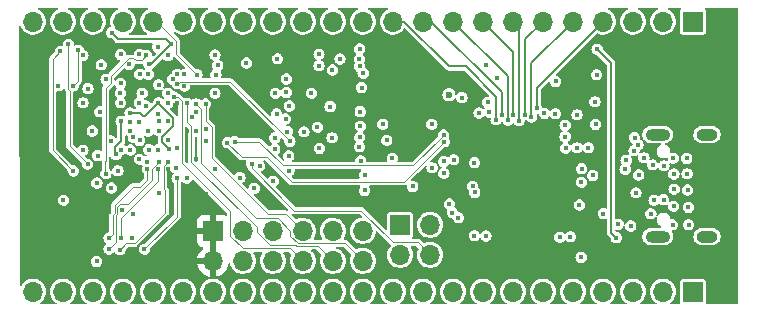
<source format=gbr>
%TF.GenerationSoftware,KiCad,Pcbnew,8.0.6*%
%TF.CreationDate,2024-12-01T18:19:07-08:00*%
%TF.ProjectId,SYNC-VT,53594e43-2d56-4542-9e6b-696361645f70,rev?*%
%TF.SameCoordinates,Original*%
%TF.FileFunction,Copper,L5,Inr*%
%TF.FilePolarity,Positive*%
%FSLAX46Y46*%
G04 Gerber Fmt 4.6, Leading zero omitted, Abs format (unit mm)*
G04 Created by KiCad (PCBNEW 8.0.6) date 2024-12-01 18:19:07*
%MOMM*%
%LPD*%
G01*
G04 APERTURE LIST*
%TA.AperFunction,ComponentPad*%
%ADD10R,1.700000X1.700000*%
%TD*%
%TA.AperFunction,ComponentPad*%
%ADD11O,1.700000X1.700000*%
%TD*%
%TA.AperFunction,ComponentPad*%
%ADD12O,2.100000X1.000000*%
%TD*%
%TA.AperFunction,ComponentPad*%
%ADD13O,1.800000X1.000000*%
%TD*%
%TA.AperFunction,ViaPad*%
%ADD14C,0.600000*%
%TD*%
%TA.AperFunction,ViaPad*%
%ADD15C,0.450000*%
%TD*%
%TA.AperFunction,Conductor*%
%ADD16C,0.200000*%
%TD*%
%TA.AperFunction,Conductor*%
%ADD17C,0.090000*%
%TD*%
G04 APERTURE END LIST*
D10*
%TO.N,VBUS0*%
%TO.C,J5*%
X146150000Y-37920000D03*
D11*
%TO.N,GND*%
X143610000Y-37920000D03*
%TO.N,+3.3VA*%
X141070000Y-37920000D03*
%TO.N,GPIO29*%
X138530000Y-37920000D03*
%TO.N,GPIO28*%
X135990000Y-37920000D03*
%TO.N,GPIO27*%
X133450000Y-37920000D03*
%TO.N,GPIO26*%
X130910000Y-37920000D03*
%TO.N,GPIO25*%
X128370000Y-37920000D03*
%TO.N,GPIO24*%
X125830000Y-37920000D03*
%TO.N,GPIO23*%
X123290000Y-37920000D03*
%TO.N,GPIO22*%
X120750000Y-37920000D03*
%TO.N,MIO34*%
X118210000Y-37920000D03*
%TO.N,MIO35*%
X115670000Y-37920000D03*
%TO.N,MIO36*%
X113130000Y-37920000D03*
%TO.N,MIO37*%
X110590000Y-37920000D03*
%TO.N,MIO39*%
X108050000Y-37920000D03*
%TO.N,MIO38*%
X105510000Y-37920000D03*
%TO.N,MIO41*%
X102970000Y-37920000D03*
%TO.N,MIO43*%
X100430000Y-37920000D03*
%TO.N,MIO42*%
X97890000Y-37920000D03*
%TO.N,MIO40*%
X95350000Y-37920000D03*
%TO.N,MIO11*%
X92810000Y-37920000D03*
%TO.N,MIO14*%
X90270000Y-37920000D03*
%TD*%
D10*
%TO.N,GPIO15*%
%TO.C,J6*%
X121370000Y-55130000D03*
D11*
%TO.N,GPIO14*%
X121370000Y-57670000D03*
%TO.N,GPIO13*%
X123910000Y-55130000D03*
%TO.N,GPIO12*%
X123910000Y-57670000D03*
%TD*%
D10*
%TO.N,VBUS0*%
%TO.C,J4*%
X146160000Y-60790000D03*
D11*
%TO.N,GND*%
X143620000Y-60790000D03*
%TO.N,+3.3VA*%
X141080000Y-60790000D03*
%TO.N,GPIO0*%
X138540000Y-60790000D03*
%TO.N,GPIO1*%
X136000000Y-60790000D03*
%TO.N,GPIO2*%
X133460000Y-60790000D03*
%TO.N,GPIO3*%
X130920000Y-60790000D03*
%TO.N,GPIO4*%
X128380000Y-60790000D03*
%TO.N,GPIO5*%
X125840000Y-60790000D03*
%TO.N,GPIO6*%
X123300000Y-60790000D03*
%TO.N,GPIO7*%
X120760000Y-60790000D03*
%TO.N,IO8N*%
X118220000Y-60790000D03*
%TO.N,IO9N*%
X115680000Y-60790000D03*
%TO.N,IO7N*%
X113140000Y-60790000D03*
%TO.N,IO15P*%
X110600000Y-60790000D03*
%TO.N,IO15N*%
X108060000Y-60790000D03*
%TO.N,IO7P*%
X105520000Y-60790000D03*
%TO.N,IO18N*%
X102980000Y-60790000D03*
%TO.N,IO17N*%
X100440000Y-60790000D03*
%TO.N,IO18P*%
X97900000Y-60790000D03*
%TO.N,IO17P*%
X95360000Y-60790000D03*
%TO.N,IO13N*%
X92820000Y-60790000D03*
%TO.N,IO16N*%
X90280000Y-60790000D03*
%TD*%
D12*
%TO.N,GND*%
%TO.C,USB_C_ESP1*%
X143163750Y-56120000D03*
D13*
X147343750Y-56120000D03*
D12*
X143163750Y-47480000D03*
D13*
X147343750Y-47480000D03*
%TD*%
D10*
%TO.N,+3V3*%
%TO.C,J3*%
X105500000Y-55640000D03*
D11*
X105500000Y-58180000D03*
%TO.N,GND*%
X108040000Y-55640000D03*
X108040000Y-58180000D03*
%TO.N,IO5N*%
X110580000Y-55640000D03*
%TO.N,IO5P*%
X110580000Y-58180000D03*
%TO.N,IO3N*%
X113120000Y-55640000D03*
%TO.N,IO2P*%
X113120000Y-58180000D03*
%TO.N,IOL5P*%
X115660000Y-55640000D03*
%TO.N,IO1P*%
X115660000Y-58180000D03*
%TO.N,IOL5N*%
X118200000Y-55640000D03*
%TO.N,IO3P*%
X118200000Y-58180000D03*
%TD*%
D14*
%TO.N,GND*%
X125490000Y-44120000D03*
D15*
X138005000Y-42415000D03*
X134520000Y-42990000D03*
%TO.N,Net-(J2-Pad1)*%
X138040000Y-40260000D03*
X139650000Y-56210000D03*
%TO.N,GPIO12*%
X108780000Y-49960000D03*
%TO.N,+1V8*%
X114530000Y-48654652D03*
%TO.N,GND*%
X136680000Y-57880000D03*
X137300000Y-48600000D03*
X128620000Y-41560000D03*
X128049620Y-45649619D03*
X95690000Y-51590000D03*
X137920000Y-46620000D03*
X105763002Y-42416962D03*
X124045002Y-46615001D03*
X100100000Y-41520000D03*
X124070000Y-50290000D03*
X101987696Y-39810258D03*
X97460000Y-50550000D03*
X116270002Y-41090000D03*
X122430000Y-51880000D03*
X136340000Y-48600000D03*
X99520000Y-43990000D03*
X95670000Y-58230000D03*
X101689999Y-44789999D03*
X92850000Y-53050000D03*
X97822513Y-53870448D03*
X110610000Y-51440000D03*
X140890000Y-55220000D03*
X96860000Y-48010000D03*
X105690015Y-50389985D03*
X113220000Y-47250000D03*
X110905000Y-45718148D03*
X118230000Y-42290000D03*
X115600000Y-47750000D03*
X97730000Y-48770000D03*
X134500000Y-45720000D03*
X94500004Y-40780000D03*
X127500000Y-51860000D03*
X96470000Y-42810000D03*
X138570000Y-54170000D03*
X143703750Y-50119832D03*
X97680000Y-43980000D03*
X136540000Y-53450000D03*
X96940000Y-38850000D03*
X118030002Y-49704998D03*
X120700000Y-49504998D03*
X120230000Y-47970000D03*
X99299999Y-47982191D03*
X101728379Y-47958379D03*
X134880000Y-56180000D03*
X95920000Y-45559392D03*
%TO.N,+1V0*%
X114490002Y-41640000D03*
%TO.N,GND*%
X111970000Y-45060000D03*
X102460000Y-48645000D03*
X98670000Y-56200000D03*
X109000000Y-52050000D03*
X143669841Y-52991091D03*
X136340000Y-45800000D03*
X127640002Y-56050001D03*
X137670000Y-50940000D03*
X98490000Y-46390000D03*
X110960000Y-41070000D03*
X104089999Y-45590002D03*
X94510000Y-48810000D03*
X103090000Y-43389994D03*
X110749982Y-47749991D03*
X103289984Y-51190000D03*
X100950000Y-47150000D03*
X119894999Y-46610002D03*
X101690000Y-46360000D03*
X100979551Y-52410486D03*
X108350000Y-41430000D03*
X104890009Y-47990009D03*
X99934409Y-49784445D03*
%TO.N,+3V3*%
X107760000Y-44530000D03*
X99140000Y-51430000D03*
X125590000Y-42510000D03*
X104910000Y-52490000D03*
X114540000Y-44920000D03*
X124610000Y-43020000D03*
X115040002Y-51030000D03*
X124670000Y-41640000D03*
X126970000Y-42570000D03*
X126290000Y-42550000D03*
X112976202Y-49450000D03*
X116627073Y-44497916D03*
X101636088Y-42334740D03*
X96890000Y-46390000D03*
X104896014Y-43875683D03*
X115800000Y-49040000D03*
X104140000Y-41560000D03*
X117130001Y-52205001D03*
X98440000Y-45010000D03*
X100129999Y-47955690D03*
X104090008Y-49590000D03*
X98591299Y-40515000D03*
X114478111Y-44167300D03*
X99270000Y-38640000D03*
X92850000Y-52015000D03*
X124650000Y-42320000D03*
X98710000Y-57260000D03*
X105689994Y-46389994D03*
X112900000Y-43410000D03*
X96720000Y-54000000D03*
X103290018Y-47190009D03*
X101735000Y-50390000D03*
X99373909Y-43283909D03*
X102489998Y-44789999D03*
X95700000Y-57220000D03*
X116820000Y-50904999D03*
X115568463Y-44498590D03*
X117090000Y-44910000D03*
%TO.N,SPI-D1*%
X93695000Y-43360056D03*
X99290000Y-40700602D03*
X94095852Y-40357709D03*
%TO.N,SPI-CLK*%
X93269599Y-39854599D03*
X94900000Y-49990000D03*
X101690034Y-40790017D03*
%TO.N,SPI-D2*%
X94934715Y-43589999D03*
X100030000Y-42370000D03*
%TO.N,SPI-D0*%
X99877337Y-40785410D03*
X96445284Y-50790002D03*
%TO.N,SPI-D3*%
X93695000Y-50560034D03*
X92600000Y-40430000D03*
X100820629Y-40059372D03*
%TO.N,SPI-CS*%
X92425006Y-43360012D03*
X97702327Y-40700001D03*
%TO.N,33.33Mhz*%
X99320000Y-42370000D03*
X103700000Y-46000000D03*
%TO.N,+1V0*%
X118099189Y-43503345D03*
X97311696Y-49168304D03*
X100890000Y-44790000D03*
X117910002Y-41110000D03*
X117925163Y-41710239D03*
X101792142Y-48694167D03*
X98491459Y-45660001D03*
X115631991Y-42020709D03*
X97740000Y-46370000D03*
X117940002Y-40240000D03*
%TO.N,GND*%
X114490002Y-40679996D03*
%TO.N,+1V0*%
X101690000Y-43990002D03*
X110789980Y-43990000D03*
%TO.N,+1V8*%
X95760000Y-49260000D03*
X109464964Y-50145036D03*
X96050000Y-41580000D03*
X110749998Y-48710001D03*
X95289987Y-47190013D03*
X100940000Y-46360000D03*
X98520000Y-48790000D03*
X117935001Y-47715001D03*
X98500000Y-47170000D03*
X100028924Y-47185401D03*
X96920000Y-52010000D03*
%TO.N,GND*%
X114360000Y-46870000D03*
%TO.N,+1V8*%
X117920000Y-48510000D03*
X118000000Y-46770000D03*
X97690000Y-44790000D03*
X118355002Y-50904999D03*
X94510000Y-44790000D03*
%TO.N,GNDA*%
X99831091Y-45071091D03*
X99290000Y-46420000D03*
%TO.N,VCCQ*%
X99270000Y-44780000D03*
%TO.N,MIO7*%
X100910000Y-43260000D03*
%TO.N,Net-(TP2-Pin_1)*%
X117980000Y-45540000D03*
%TO.N,Net-(TP1-Pin_1)*%
X118350000Y-52220000D03*
%TO.N,Net-(U4-SENSE)*%
X113850000Y-43990000D03*
%TO.N,POR_B*%
X115430000Y-45110000D03*
X102090000Y-42800000D03*
%TO.N,Net-(U3A-INIT_B_0)*%
X97690004Y-43160000D03*
%TO.N,Net-(U3A-PROGRAM_B_0)*%
X98762165Y-47709696D03*
%TO.N,Net-(U3A-DONE_0)*%
X99290000Y-49580000D03*
%TO.N,Net-(U3D-PS_MIO8_500)*%
X98398337Y-41540478D03*
%TO.N,Net-(C1-Pad1)*%
X111800000Y-47230000D03*
%TO.N,Net-(R23-Pad2)*%
X107800000Y-51130000D03*
%TO.N,MIO32*%
X111953900Y-50530014D03*
X105690024Y-43990000D03*
%TO.N,MIO33*%
X102490000Y-42390000D03*
X111936634Y-49303366D03*
%TO.N,MIO29*%
X102490000Y-43190000D03*
X112036313Y-48063687D03*
%TO.N,MIO30*%
X111730000Y-43910000D03*
X105918958Y-41618925D03*
%TO.N,MIO31*%
X111720000Y-42780000D03*
X103095000Y-42390000D03*
%TO.N,MIO28*%
X105687174Y-40741649D03*
X111660000Y-46150000D03*
%TO.N,RAM_DQ0*%
X99955000Y-50400018D03*
X96710000Y-56240000D03*
%TO.N,~{RAM_RST}*%
X99710000Y-57200000D03*
X102480000Y-51200000D03*
%TO.N,RAM_DQ2*%
X97640000Y-57240000D03*
X101700000Y-49805000D03*
%TO.N,~{RAM_CLK}*%
X98740000Y-54240000D03*
X102375000Y-50315000D03*
%TO.N,RAM_DQ3*%
X96720000Y-57170000D03*
X100924217Y-49805000D03*
%TO.N,RWDS*%
X97730000Y-56210000D03*
X100886621Y-50438679D03*
%TO.N,+1V1*%
X125045000Y-49765000D03*
X135380000Y-48620000D03*
X136710000Y-51520000D03*
%TO.N,VBUS0*%
X144438750Y-55130000D03*
X144538750Y-50830000D03*
X141998750Y-49450000D03*
X142588750Y-54200000D03*
X144508750Y-53560000D03*
X145698750Y-52180000D03*
X126590000Y-44360000D03*
X144488750Y-49480000D03*
X145768750Y-53650000D03*
X145628750Y-49500000D03*
X141500000Y-48350000D03*
X141208750Y-47740000D03*
X145658750Y-50800000D03*
X141158750Y-48850000D03*
X144558750Y-52110000D03*
X128760000Y-44750000D03*
X145778750Y-55120000D03*
%TO.N,Net-(USB_C_ESP1-CC1)*%
X142858750Y-53050000D03*
%TO.N,Net-(USB_C_ESP1-CC2)*%
X142738750Y-50049999D03*
%TO.N,GPIO15*%
X127677730Y-52380495D03*
X100890000Y-45750000D03*
%TO.N,GPIO23*%
X129960000Y-45800000D03*
%TO.N,GPIO14*%
X125533173Y-53363173D03*
X100900000Y-48760000D03*
%TO.N,/Peripheral/SWCLK*%
X127650000Y-49860000D03*
%TO.N,/Peripheral/SWD*%
X125900000Y-49620000D03*
%TO.N,GPIO27*%
X131950000Y-45790000D03*
%TO.N,GPIO12*%
X126292500Y-54530000D03*
%TO.N,GPIO25*%
X130920000Y-45820000D03*
%TO.N,GPIO28*%
X132470000Y-46000000D03*
%TO.N,GPIO13*%
X125787782Y-54094473D03*
X100090000Y-48760000D03*
%TO.N,GPIO22*%
X129480001Y-46219999D03*
%TO.N,GPIO17*%
X107340000Y-48080000D03*
X125050000Y-47530000D03*
%TO.N,GPIO24*%
X130480000Y-46280000D03*
%TO.N,GPIO16*%
X106740000Y-48170000D03*
X125110000Y-48090000D03*
%TO.N,GPIO29*%
X132920000Y-45250000D03*
%TO.N,GPIO26*%
X131420000Y-46320000D03*
%TO.N,+3.3VA*%
X137852500Y-44700000D03*
X136730000Y-50370000D03*
X135330000Y-46690000D03*
X128630000Y-56080000D03*
X128877115Y-45569999D03*
X135780000Y-56130000D03*
X135330000Y-47650000D03*
X133570000Y-45690000D03*
X125070000Y-50760000D03*
X139821320Y-55067500D03*
%TO.N,USB_D+0*%
X140413241Y-50426065D03*
%TO.N,USB_D-0*%
X140490000Y-49680000D03*
X141328750Y-52420000D03*
X141568046Y-50905581D03*
%TO.N,Net-(TP11-Pin_1)*%
X129560000Y-42730000D03*
%TO.N,MIO43*%
X104165000Y-42403788D03*
%TO.N,IO3N*%
X104890000Y-44885000D03*
%TO.N,IO3P*%
X104070000Y-44870000D03*
%TO.N,IO2P*%
X102220000Y-44310000D03*
%TO.N,IO1P*%
X103298570Y-44829999D03*
%TO.N,IO5P*%
X104090000Y-47180000D03*
%TO.N,IO5N*%
X104890000Y-47045000D03*
%TD*%
D16*
%TO.N,Net-(J2-Pad1)*%
X139240000Y-44540000D02*
X139240000Y-41460000D01*
X139240000Y-55800000D02*
X139240000Y-44540000D01*
X139650000Y-56210000D02*
X139240000Y-55800000D01*
X139240000Y-41460000D02*
X138040000Y-40260000D01*
D17*
%TO.N,GPIO12*%
X122840000Y-56600000D02*
X123910000Y-57670000D01*
X120750000Y-56600000D02*
X122840000Y-56600000D01*
X112389964Y-53920000D02*
X118070000Y-53920000D01*
X108780000Y-50310036D02*
X112389964Y-53920000D01*
X108780000Y-49960000D02*
X108780000Y-50310036D01*
X118070000Y-53920000D02*
X120750000Y-56600000D01*
%TO.N,GPIO17*%
X122480002Y-50099998D02*
X125050000Y-47530000D01*
X111439959Y-50099998D02*
X122480002Y-50099998D01*
X109419961Y-48080000D02*
X111439959Y-50099998D01*
X107340000Y-48080000D02*
X109419961Y-48080000D01*
D16*
%TO.N,GND*%
X100277954Y-41520000D02*
X101987696Y-39810258D01*
X101557438Y-39380000D02*
X101987696Y-39810258D01*
X97470000Y-39380000D02*
X101557438Y-39380000D01*
X96940000Y-38850000D02*
X97470000Y-39380000D01*
X100100000Y-41520000D02*
X100277954Y-41520000D01*
D17*
%TO.N,SPI-D1*%
X94095852Y-40357709D02*
X94095852Y-42959204D01*
X94095852Y-42959204D02*
X93695000Y-43360056D01*
%TO.N,SPI-CLK*%
X93269599Y-43634633D02*
X93269599Y-39854599D01*
X93400000Y-48490000D02*
X93400000Y-43765034D01*
X93400000Y-43765034D02*
X93269599Y-43634633D01*
X94900000Y-49990000D02*
X93400000Y-48490000D01*
%TO.N,SPI-D0*%
X96445591Y-43534445D02*
X96870118Y-43109918D01*
X98780271Y-41010000D02*
X98965873Y-41195602D01*
X98370199Y-41010000D02*
X98780271Y-41010000D01*
X99467145Y-41195602D02*
X99877337Y-40785410D01*
X96870118Y-43109918D02*
X96870118Y-42510081D01*
X96870118Y-42510081D02*
X98370199Y-41010000D01*
X96415000Y-49754235D02*
X96445591Y-49723644D01*
X96445591Y-49723644D02*
X96445591Y-43534445D01*
X96415000Y-50759718D02*
X96415000Y-49754235D01*
X98965873Y-41195602D02*
X99467145Y-41195602D01*
X96445284Y-50790002D02*
X96415000Y-50759718D01*
%TO.N,SPI-D3*%
X92600000Y-40430000D02*
X91929999Y-41100001D01*
X91929999Y-41100001D02*
X91929999Y-48795033D01*
X91929999Y-48795033D02*
X93695000Y-50560034D01*
D16*
%TO.N,+1V0*%
X98491459Y-45660001D02*
X99330001Y-45660001D01*
X101178379Y-47730561D02*
X101178379Y-48080404D01*
X102140000Y-46040000D02*
X100890000Y-44790000D01*
X99620000Y-45950000D02*
X99730000Y-45950000D01*
X102140000Y-46768940D02*
X102140000Y-46040000D01*
X101178379Y-48080404D02*
X101792142Y-48694167D01*
X101694256Y-47214684D02*
X101178379Y-47730561D01*
X101694256Y-47214684D02*
X102140000Y-46768940D01*
X99730000Y-45950000D02*
X100890000Y-44790000D01*
X99330001Y-45660001D02*
X99620000Y-45950000D01*
D17*
%TO.N,MIO29*%
X102685006Y-42994994D02*
X106967620Y-42994994D01*
X106967620Y-42994994D02*
X112036313Y-48063687D01*
X102490000Y-43190000D02*
X102685006Y-42994994D01*
%TO.N,RAM_DQ0*%
X98768513Y-51885000D02*
X99375036Y-51885000D01*
X96710000Y-56240000D02*
X97020000Y-55930000D01*
X97185000Y-54095036D02*
X97185000Y-53468513D01*
X99955000Y-51305036D02*
X99955000Y-50400018D01*
X97020000Y-55930000D02*
X97020000Y-54260036D01*
X97185000Y-53468513D02*
X98768513Y-51885000D01*
X99375036Y-51885000D02*
X99955000Y-51305036D01*
X97020000Y-54260036D02*
X97185000Y-54095036D01*
%TO.N,~{RAM_RST}*%
X102480000Y-51200000D02*
X102480000Y-54430000D01*
X102480000Y-54430000D02*
X99710000Y-57200000D01*
%TO.N,RAM_DQ2*%
X101340000Y-52070899D02*
X101340000Y-50165000D01*
X101474551Y-54095485D02*
X101474551Y-52205450D01*
X101474551Y-52205450D02*
X101340000Y-52070899D01*
X98185000Y-56695000D02*
X98875036Y-56695000D01*
X98875036Y-56695000D02*
X101474551Y-54095485D01*
X101340000Y-50165000D02*
X101700000Y-49805000D01*
X97640000Y-57240000D02*
X98185000Y-56695000D01*
%TO.N,RAM_DQ3*%
X97425000Y-54194448D02*
X97425000Y-53585553D01*
X97425000Y-53585553D02*
X97635105Y-53375448D01*
X97320000Y-56570000D02*
X97320000Y-54299448D01*
X98314552Y-53375448D02*
X100350000Y-51340000D01*
X100350000Y-50379217D02*
X100924217Y-49805000D01*
X97635105Y-53375448D02*
X98314552Y-53375448D01*
X100350000Y-51340000D02*
X100350000Y-50379217D01*
X97320000Y-54299448D02*
X97425000Y-54194448D01*
X96720000Y-57170000D02*
X97320000Y-56570000D01*
%TO.N,RWDS*%
X97730000Y-54549964D02*
X100886621Y-51393343D01*
X97730000Y-56210000D02*
X97730000Y-54549964D01*
X100886621Y-51393343D02*
X100886621Y-50438679D01*
D16*
%TO.N,GPIO23*%
X129960000Y-43870000D02*
X129960000Y-45800000D01*
X124010000Y-37920000D02*
X129960000Y-43870000D01*
%TO.N,GPIO27*%
X131950000Y-39420000D02*
X133450000Y-37920000D01*
X131950000Y-45790000D02*
X131950000Y-39420000D01*
%TO.N,GPIO25*%
X130940000Y-45800000D02*
X130940000Y-40490000D01*
X130940000Y-40490000D02*
X128370000Y-37920000D01*
X130920000Y-45820000D02*
X130940000Y-45800000D01*
%TO.N,GPIO28*%
X132468164Y-41441836D02*
X135990000Y-37920000D01*
X132468164Y-45998164D02*
X132468164Y-41441836D01*
%TO.N,GPIO22*%
X120750000Y-37920000D02*
X121727818Y-37920000D01*
X129490000Y-44270000D02*
X129490000Y-46210000D01*
X129490000Y-46210000D02*
X129480001Y-46219999D01*
X126940000Y-41720000D02*
X129490000Y-44270000D01*
X121727818Y-37920000D02*
X125527818Y-41720000D01*
X125527818Y-41720000D02*
X126940000Y-41720000D01*
%TO.N,GPIO24*%
X125830000Y-37920000D02*
X130460000Y-42550000D01*
X130460000Y-46260000D02*
X130480000Y-46280000D01*
X130460000Y-42550000D02*
X130460000Y-46260000D01*
D17*
%TO.N,GPIO16*%
X107950000Y-49380000D02*
X110100000Y-49380000D01*
X121680000Y-51500000D02*
X125090000Y-48090000D01*
X106740000Y-48170000D02*
X107950000Y-49380000D01*
X112220000Y-51500000D02*
X121680000Y-51500000D01*
X125090000Y-48090000D02*
X125110000Y-48090000D01*
X110100000Y-49380000D02*
X112220000Y-51500000D01*
D16*
%TO.N,GPIO29*%
X132920000Y-45250000D02*
X132920000Y-43530000D01*
X132920000Y-43530000D02*
X138530000Y-37920000D01*
%TO.N,GPIO26*%
X131450000Y-38460000D02*
X131450000Y-46290000D01*
X131450000Y-46290000D02*
X131420000Y-46320000D01*
X130910000Y-37920000D02*
X131450000Y-38460000D01*
D17*
%TO.N,MIO43*%
X102403995Y-39526521D02*
X102403995Y-40642783D01*
X100797474Y-37920000D02*
X102403995Y-39526521D01*
X102403995Y-40642783D02*
X104165000Y-42403788D01*
%TO.N,IO3N*%
X111680000Y-54200000D02*
X110140000Y-54200000D01*
X104890000Y-46310000D02*
X104890000Y-44885000D01*
X110140000Y-54200000D02*
X105430000Y-49490000D01*
X105430000Y-49490000D02*
X105430000Y-46850000D01*
X105430000Y-46850000D02*
X104890000Y-46310000D01*
X113110000Y-55630000D02*
X111680000Y-54200000D01*
%TO.N,IO3P*%
X112065000Y-55647146D02*
X112065000Y-56062854D01*
X104484999Y-49894999D02*
X109175000Y-54585000D01*
X111002854Y-54585000D02*
X112065000Y-55647146D01*
X112677146Y-56675000D02*
X116695000Y-56675000D01*
X104070000Y-44870000D02*
X104484999Y-45284999D01*
X116695000Y-56675000D02*
X118190000Y-58170000D01*
X109175000Y-54585000D02*
X111002854Y-54585000D01*
X112065000Y-56062854D02*
X112677146Y-56675000D01*
X104484999Y-45284999D02*
X104484999Y-49894999D01*
%TO.N,IO2P*%
X108047146Y-57125000D02*
X112065000Y-57125000D01*
X102884998Y-44626384D02*
X102884998Y-49894998D01*
X112065000Y-57125000D02*
X113110000Y-58170000D01*
X102568614Y-44310000D02*
X102884998Y-44626384D01*
X106985000Y-53995000D02*
X106985000Y-56062854D01*
X102884998Y-49894998D02*
X106985000Y-53995000D01*
X106985000Y-56062854D02*
X108047146Y-57125000D01*
X102220000Y-44310000D02*
X102568614Y-44310000D01*
%TO.N,IO1P*%
X103298570Y-44829999D02*
X103298570Y-46398570D01*
X103695008Y-46795008D02*
X103695008Y-49817154D01*
X112532734Y-56870000D02*
X112577734Y-56915000D01*
X110332146Y-56870000D02*
X112532734Y-56870000D01*
X112577734Y-56915000D02*
X114395000Y-56915000D01*
X103298570Y-46398570D02*
X103695008Y-46795008D01*
X114395000Y-56915000D02*
X115650000Y-58170000D01*
X109200000Y-55322146D02*
X109200000Y-55737854D01*
X109200000Y-55737854D02*
X110332146Y-56870000D01*
X103695008Y-49817154D02*
X109200000Y-55322146D01*
D16*
%TO.N,+1V0*%
X97740000Y-48032182D02*
X97210000Y-48562182D01*
X97210000Y-48562182D02*
X97210000Y-49066608D01*
X97740000Y-46370000D02*
X97740000Y-48032182D01*
X97210000Y-49066608D02*
X97311696Y-49168304D01*
%TD*%
%TA.AperFunction,Conductor*%
%TO.N,+3V3*%
G36*
X92361411Y-36802174D02*
G01*
X92383085Y-36854500D01*
X92361411Y-36906826D01*
X92335817Y-36923502D01*
X92317363Y-36930652D01*
X92317358Y-36930654D01*
X92317358Y-36930655D01*
X92143958Y-37038019D01*
X92143957Y-37038019D01*
X91993235Y-37175420D01*
X91993234Y-37175421D01*
X91870329Y-37338174D01*
X91870328Y-37338177D01*
X91779418Y-37520750D01*
X91779416Y-37520755D01*
X91723602Y-37716917D01*
X91723601Y-37716923D01*
X91704785Y-37919996D01*
X91704785Y-37920003D01*
X91723601Y-38123076D01*
X91723602Y-38123082D01*
X91774786Y-38302970D01*
X91779418Y-38319250D01*
X91870327Y-38501821D01*
X91870328Y-38501822D01*
X91870329Y-38501825D01*
X91993234Y-38664578D01*
X91993235Y-38664579D01*
X92088493Y-38751417D01*
X92143959Y-38801981D01*
X92317363Y-38909348D01*
X92507544Y-38983024D01*
X92708024Y-39020500D01*
X92708026Y-39020500D01*
X92911974Y-39020500D01*
X92911976Y-39020500D01*
X93112456Y-38983024D01*
X93302637Y-38909348D01*
X93476041Y-38801981D01*
X93626764Y-38664579D01*
X93682871Y-38590282D01*
X93749670Y-38501825D01*
X93749670Y-38501824D01*
X93749673Y-38501821D01*
X93840582Y-38319250D01*
X93896397Y-38123083D01*
X93896397Y-38123080D01*
X93896398Y-38123076D01*
X93915215Y-37920003D01*
X93915215Y-37919996D01*
X93896398Y-37716923D01*
X93896397Y-37716917D01*
X93861249Y-37593386D01*
X93840582Y-37520750D01*
X93749673Y-37338179D01*
X93749670Y-37338175D01*
X93749670Y-37338174D01*
X93626765Y-37175421D01*
X93626764Y-37175420D01*
X93476041Y-37038019D01*
X93369836Y-36972260D01*
X93302637Y-36930652D01*
X93284182Y-36923502D01*
X93243220Y-36884390D01*
X93241912Y-36827768D01*
X93281025Y-36786805D01*
X93310915Y-36780500D01*
X94849085Y-36780500D01*
X94901411Y-36802174D01*
X94923085Y-36854500D01*
X94901411Y-36906826D01*
X94875817Y-36923502D01*
X94857363Y-36930652D01*
X94857358Y-36930654D01*
X94857358Y-36930655D01*
X94683958Y-37038019D01*
X94683957Y-37038019D01*
X94533235Y-37175420D01*
X94533234Y-37175421D01*
X94410329Y-37338174D01*
X94410328Y-37338177D01*
X94319418Y-37520750D01*
X94319416Y-37520755D01*
X94263602Y-37716917D01*
X94263601Y-37716923D01*
X94244785Y-37919996D01*
X94244785Y-37920003D01*
X94263601Y-38123076D01*
X94263602Y-38123082D01*
X94314786Y-38302970D01*
X94319418Y-38319250D01*
X94410327Y-38501821D01*
X94410328Y-38501822D01*
X94410329Y-38501825D01*
X94533234Y-38664578D01*
X94533235Y-38664579D01*
X94628493Y-38751417D01*
X94683959Y-38801981D01*
X94857363Y-38909348D01*
X95047544Y-38983024D01*
X95248024Y-39020500D01*
X95248026Y-39020500D01*
X95451974Y-39020500D01*
X95451976Y-39020500D01*
X95652456Y-38983024D01*
X95842637Y-38909348D01*
X96016041Y-38801981D01*
X96166764Y-38664579D01*
X96222871Y-38590282D01*
X96289670Y-38501825D01*
X96289670Y-38501824D01*
X96289673Y-38501821D01*
X96380582Y-38319250D01*
X96436397Y-38123083D01*
X96436397Y-38123080D01*
X96436398Y-38123076D01*
X96455215Y-37920003D01*
X96455215Y-37919996D01*
X96436398Y-37716923D01*
X96436397Y-37716917D01*
X96401249Y-37593386D01*
X96380582Y-37520750D01*
X96289673Y-37338179D01*
X96289670Y-37338175D01*
X96289670Y-37338174D01*
X96166765Y-37175421D01*
X96166764Y-37175420D01*
X96016041Y-37038019D01*
X95909836Y-36972260D01*
X95842637Y-36930652D01*
X95824182Y-36923502D01*
X95783220Y-36884390D01*
X95781912Y-36827768D01*
X95821025Y-36786805D01*
X95850915Y-36780500D01*
X97389085Y-36780500D01*
X97441411Y-36802174D01*
X97463085Y-36854500D01*
X97441411Y-36906826D01*
X97415817Y-36923502D01*
X97397363Y-36930652D01*
X97397358Y-36930654D01*
X97397358Y-36930655D01*
X97223958Y-37038019D01*
X97223957Y-37038019D01*
X97073235Y-37175420D01*
X97073234Y-37175421D01*
X96950329Y-37338174D01*
X96950328Y-37338177D01*
X96859418Y-37520750D01*
X96859416Y-37520755D01*
X96803602Y-37716917D01*
X96803601Y-37716923D01*
X96784785Y-37919996D01*
X96784785Y-37920003D01*
X96803601Y-38123076D01*
X96803602Y-38123082D01*
X96854785Y-38302970D01*
X96848258Y-38359230D01*
X96804459Y-38394223D01*
X96740440Y-38413021D01*
X96740437Y-38413023D01*
X96625414Y-38486942D01*
X96535871Y-38590280D01*
X96479068Y-38714660D01*
X96459610Y-38850000D01*
X96479068Y-38985339D01*
X96479068Y-38985340D01*
X96479069Y-38985342D01*
X96535870Y-39109718D01*
X96625411Y-39213055D01*
X96740439Y-39286978D01*
X96871631Y-39325500D01*
X96871633Y-39325500D01*
X96889166Y-39325500D01*
X96941492Y-39347174D01*
X97254788Y-39660470D01*
X97316877Y-39696317D01*
X97316876Y-39696317D01*
X97331782Y-39704922D01*
X97334712Y-39706614D01*
X97423853Y-39730499D01*
X97423854Y-39730500D01*
X97423856Y-39730500D01*
X100332934Y-39730500D01*
X100385260Y-39752174D01*
X100406934Y-39804500D01*
X100400247Y-39835241D01*
X100359697Y-39924032D01*
X100340239Y-40059372D01*
X100359697Y-40194711D01*
X100359697Y-40194712D01*
X100359698Y-40194714D01*
X100416499Y-40319090D01*
X100506040Y-40422427D01*
X100506042Y-40422428D01*
X100506043Y-40422429D01*
X100533822Y-40440281D01*
X100621068Y-40496350D01*
X100644297Y-40503170D01*
X100688395Y-40538707D01*
X100694450Y-40595020D01*
X100675773Y-40626498D01*
X100482264Y-40820006D01*
X100429938Y-40841680D01*
X100377612Y-40820006D01*
X100356692Y-40778213D01*
X100338268Y-40650068D01*
X100281467Y-40525692D01*
X100191926Y-40422355D01*
X100191922Y-40422352D01*
X100118767Y-40375339D01*
X100076898Y-40348432D01*
X100076897Y-40348431D01*
X99945706Y-40309910D01*
X99945704Y-40309910D01*
X99808970Y-40309910D01*
X99808967Y-40309910D01*
X99672698Y-40349922D01*
X99671885Y-40347156D01*
X99624685Y-40348809D01*
X99609453Y-40339768D01*
X99609042Y-40340409D01*
X99604584Y-40337544D01*
X99489561Y-40263624D01*
X99489560Y-40263623D01*
X99358369Y-40225102D01*
X99358367Y-40225102D01*
X99221633Y-40225102D01*
X99221631Y-40225102D01*
X99090439Y-40263623D01*
X99090437Y-40263625D01*
X98975414Y-40337544D01*
X98975411Y-40337546D01*
X98975411Y-40337547D01*
X98965653Y-40348809D01*
X98885871Y-40440882D01*
X98885870Y-40440883D01*
X98885870Y-40440884D01*
X98867125Y-40481929D01*
X98829068Y-40565262D01*
X98816737Y-40651031D01*
X98787837Y-40699740D01*
X98743490Y-40714500D01*
X98331292Y-40714500D01*
X98321613Y-40717094D01*
X98321611Y-40717095D01*
X98284862Y-40726942D01*
X98270769Y-40730718D01*
X98214616Y-40723325D01*
X98180138Y-40678391D01*
X98178370Y-40669770D01*
X98177804Y-40665834D01*
X98163258Y-40564659D01*
X98106457Y-40440283D01*
X98016916Y-40336946D01*
X98016912Y-40336943D01*
X97937265Y-40285758D01*
X97901888Y-40263023D01*
X97901887Y-40263022D01*
X97770696Y-40224501D01*
X97770694Y-40224501D01*
X97633960Y-40224501D01*
X97633958Y-40224501D01*
X97502766Y-40263022D01*
X97502764Y-40263024D01*
X97387741Y-40336943D01*
X97387738Y-40336945D01*
X97387738Y-40336946D01*
X97369747Y-40357709D01*
X97298198Y-40440281D01*
X97298197Y-40440282D01*
X97298197Y-40440283D01*
X97272593Y-40496348D01*
X97241395Y-40564661D01*
X97221937Y-40700001D01*
X97241395Y-40835340D01*
X97241395Y-40835341D01*
X97241396Y-40835343D01*
X97298197Y-40959719D01*
X97387738Y-41063056D01*
X97502766Y-41136979D01*
X97596494Y-41164500D01*
X97632437Y-41175054D01*
X97676537Y-41210592D01*
X97682591Y-41266904D01*
X97663915Y-41298382D01*
X96688677Y-42273622D01*
X96638546Y-42323753D01*
X96586220Y-42345427D01*
X96565371Y-42342429D01*
X96538369Y-42334500D01*
X96538367Y-42334500D01*
X96401633Y-42334500D01*
X96401631Y-42334500D01*
X96270439Y-42373021D01*
X96270437Y-42373023D01*
X96155414Y-42446942D01*
X96065871Y-42550280D01*
X96009068Y-42674660D01*
X95989610Y-42810000D01*
X96009068Y-42945339D01*
X96009068Y-42945340D01*
X96009069Y-42945342D01*
X96065870Y-43069718D01*
X96155411Y-43173055D01*
X96155413Y-43173056D01*
X96155414Y-43173057D01*
X96220410Y-43214827D01*
X96252712Y-43261349D01*
X96242656Y-43317087D01*
X96232730Y-43329405D01*
X96209132Y-43353003D01*
X96170228Y-43420386D01*
X96170229Y-43420387D01*
X96156126Y-43473023D01*
X96150182Y-43495205D01*
X96150091Y-43495541D01*
X96150091Y-45032526D01*
X96128417Y-45084852D01*
X96076091Y-45106526D01*
X96055242Y-45103528D01*
X95988369Y-45083892D01*
X95988367Y-45083892D01*
X95851633Y-45083892D01*
X95851631Y-45083892D01*
X95720439Y-45122413D01*
X95720437Y-45122415D01*
X95605414Y-45196334D01*
X95605411Y-45196336D01*
X95605411Y-45196337D01*
X95578862Y-45226977D01*
X95515871Y-45299672D01*
X95515870Y-45299673D01*
X95515870Y-45299674D01*
X95505654Y-45322044D01*
X95459068Y-45424052D01*
X95439610Y-45559392D01*
X95459068Y-45694731D01*
X95459068Y-45694732D01*
X95459069Y-45694734D01*
X95515870Y-45819110D01*
X95605411Y-45922447D01*
X95720439Y-45996370D01*
X95851631Y-46034892D01*
X95851633Y-46034892D01*
X95988368Y-46034892D01*
X96055242Y-46015256D01*
X96111555Y-46021310D01*
X96147093Y-46065409D01*
X96150091Y-46086258D01*
X96150091Y-48809946D01*
X96128417Y-48862272D01*
X96076091Y-48883946D01*
X96036084Y-48872199D01*
X95976544Y-48833936D01*
X95959561Y-48823022D01*
X95959560Y-48823021D01*
X95828369Y-48784500D01*
X95828367Y-48784500D01*
X95691633Y-48784500D01*
X95691631Y-48784500D01*
X95560439Y-48823021D01*
X95560437Y-48823023D01*
X95445414Y-48896942D01*
X95445411Y-48896944D01*
X95445411Y-48896945D01*
X95420808Y-48925339D01*
X95355871Y-49000280D01*
X95299068Y-49124660D01*
X95279610Y-49260000D01*
X95299068Y-49395339D01*
X95299068Y-49395340D01*
X95299069Y-49395342D01*
X95355870Y-49519718D01*
X95445411Y-49623055D01*
X95560439Y-49696978D01*
X95691631Y-49735500D01*
X95691633Y-49735500D01*
X95828368Y-49735500D01*
X95881264Y-49719968D01*
X95959561Y-49696978D01*
X96005494Y-49667458D01*
X96061230Y-49657403D01*
X96107753Y-49689704D01*
X96119500Y-49729712D01*
X96119500Y-50412265D01*
X96101426Y-50460724D01*
X96041155Y-50530281D01*
X96041154Y-50530283D01*
X95984352Y-50654662D01*
X95964894Y-50790002D01*
X95984352Y-50925341D01*
X95984352Y-50925342D01*
X95984353Y-50925344D01*
X96041154Y-51049720D01*
X96096605Y-51113714D01*
X96107537Y-51146563D01*
X96134611Y-51155574D01*
X96172773Y-51180098D01*
X96245723Y-51226980D01*
X96376915Y-51265502D01*
X96376917Y-51265502D01*
X96513652Y-51265502D01*
X96579248Y-51246241D01*
X96644845Y-51226980D01*
X96759873Y-51153057D01*
X96849414Y-51049720D01*
X96906215Y-50925344D01*
X96918924Y-50836944D01*
X96947824Y-50788236D01*
X97002701Y-50774229D01*
X97051411Y-50803129D01*
X97054424Y-50807469D01*
X97055867Y-50809714D01*
X97055869Y-50809716D01*
X97055870Y-50809718D01*
X97145411Y-50913055D01*
X97260439Y-50986978D01*
X97391631Y-51025500D01*
X97391633Y-51025500D01*
X97528368Y-51025500D01*
X97604920Y-51003022D01*
X97659561Y-50986978D01*
X97774589Y-50913055D01*
X97864130Y-50809718D01*
X97920931Y-50685342D01*
X97940390Y-50550000D01*
X97920931Y-50414658D01*
X97864130Y-50290282D01*
X97774589Y-50186945D01*
X97774585Y-50186942D01*
X97695573Y-50136165D01*
X97659561Y-50113022D01*
X97659560Y-50113021D01*
X97528369Y-50074500D01*
X97528367Y-50074500D01*
X97391633Y-50074500D01*
X97391631Y-50074500D01*
X97260439Y-50113021D01*
X97260437Y-50113023D01*
X97145414Y-50186942D01*
X97145411Y-50186944D01*
X97145411Y-50186945D01*
X97117013Y-50219718D01*
X97055871Y-50290280D01*
X97055870Y-50290281D01*
X97055870Y-50290282D01*
X97029082Y-50348940D01*
X96999068Y-50414660D01*
X96986359Y-50503056D01*
X96957459Y-50551765D01*
X96902581Y-50565772D01*
X96853872Y-50536872D01*
X96850857Y-50532529D01*
X96849415Y-50530285D01*
X96825792Y-50503023D01*
X96759873Y-50426947D01*
X96744491Y-50417061D01*
X96712191Y-50370540D01*
X96710500Y-50354810D01*
X96710500Y-49875636D01*
X96719427Y-49842325D01*
X96719095Y-49842188D01*
X96720140Y-49839663D01*
X96720417Y-49838632D01*
X96720631Y-49838259D01*
X96720953Y-49837703D01*
X96727170Y-49814500D01*
X96741091Y-49762548D01*
X96741091Y-49684741D01*
X96741091Y-49403665D01*
X96762765Y-49351339D01*
X96815091Y-49329665D01*
X96867417Y-49351339D01*
X96882402Y-49372921D01*
X96907566Y-49428022D01*
X96997107Y-49531359D01*
X97112135Y-49605282D01*
X97243327Y-49643804D01*
X97243329Y-49643804D01*
X97380064Y-49643804D01*
X97469643Y-49617501D01*
X97511257Y-49605282D01*
X97626285Y-49531359D01*
X97715826Y-49428022D01*
X97772627Y-49303646D01*
X97773453Y-49297902D01*
X97802352Y-49249193D01*
X97825852Y-49237430D01*
X97853296Y-49229371D01*
X97929561Y-49206978D01*
X98044589Y-49133055D01*
X98060409Y-49114796D01*
X98111055Y-49089445D01*
X98164794Y-49107330D01*
X98172259Y-49114795D01*
X98174122Y-49116945D01*
X98205407Y-49153051D01*
X98205408Y-49153052D01*
X98205411Y-49153055D01*
X98320439Y-49226978D01*
X98451631Y-49265500D01*
X98451633Y-49265500D01*
X98588368Y-49265500D01*
X98664920Y-49243022D01*
X98719561Y-49226978D01*
X98834589Y-49153055D01*
X98924130Y-49049718D01*
X98980931Y-48925342D01*
X99000390Y-48790000D01*
X98980931Y-48654658D01*
X98924130Y-48530282D01*
X98834589Y-48426945D01*
X98834585Y-48426942D01*
X98753228Y-48374658D01*
X98719561Y-48353022D01*
X98719560Y-48353021D01*
X98588369Y-48314500D01*
X98588367Y-48314500D01*
X98451633Y-48314500D01*
X98451631Y-48314500D01*
X98320439Y-48353021D01*
X98320437Y-48353023D01*
X98205414Y-48426942D01*
X98205412Y-48426943D01*
X98189588Y-48445205D01*
X98138941Y-48470555D01*
X98085202Y-48452667D01*
X98077738Y-48445202D01*
X98076878Y-48444210D01*
X98044589Y-48406945D01*
X98044588Y-48406944D01*
X98044585Y-48406942D01*
X98010027Y-48384733D01*
X97977725Y-48338210D01*
X97987781Y-48282473D01*
X97997702Y-48270160D01*
X98020470Y-48247394D01*
X98066614Y-48167470D01*
X98070765Y-48151979D01*
X98090500Y-48078326D01*
X98090500Y-47607579D01*
X98112174Y-47555253D01*
X98164500Y-47533579D01*
X98204502Y-47545324D01*
X98256866Y-47578976D01*
X98289166Y-47625497D01*
X98290104Y-47651757D01*
X98281775Y-47709695D01*
X98301233Y-47845035D01*
X98301233Y-47845036D01*
X98301234Y-47845038D01*
X98358035Y-47969414D01*
X98447576Y-48072751D01*
X98562604Y-48146674D01*
X98693796Y-48185196D01*
X98822412Y-48185196D01*
X98874738Y-48206870D01*
X98889724Y-48228454D01*
X98895868Y-48241908D01*
X98985410Y-48345246D01*
X98985412Y-48345248D01*
X99032487Y-48375500D01*
X99100438Y-48419169D01*
X99231630Y-48457691D01*
X99231632Y-48457691D01*
X99368367Y-48457691D01*
X99473084Y-48426943D01*
X99499560Y-48419169D01*
X99614588Y-48345246D01*
X99704129Y-48241909D01*
X99760930Y-48117533D01*
X99780389Y-47982191D01*
X99760930Y-47846849D01*
X99704129Y-47722473D01*
X99704127Y-47722471D01*
X99704127Y-47722470D01*
X99704125Y-47722468D01*
X99688073Y-47703942D01*
X99670188Y-47650203D01*
X99695540Y-47599557D01*
X99749279Y-47581672D01*
X99784005Y-47593229D01*
X99787264Y-47595324D01*
X99829361Y-47622378D01*
X99829363Y-47622379D01*
X99960555Y-47660901D01*
X99960557Y-47660901D01*
X100097292Y-47660901D01*
X100162888Y-47641640D01*
X100228485Y-47622379D01*
X100343513Y-47548456D01*
X100433054Y-47445119D01*
X100434743Y-47441419D01*
X100476190Y-47402824D01*
X100532791Y-47404840D01*
X100557982Y-47423696D01*
X100615669Y-47490271D01*
X100635411Y-47513055D01*
X100635413Y-47513057D01*
X100685452Y-47545214D01*
X100750439Y-47586978D01*
X100777100Y-47594806D01*
X100821201Y-47630343D01*
X100827072Y-47679418D01*
X100828512Y-47679608D01*
X100827879Y-47684416D01*
X100827879Y-48126550D01*
X100846086Y-48194497D01*
X100846087Y-48194501D01*
X100848687Y-48204206D01*
X100848025Y-48209227D01*
X100848608Y-48213650D01*
X100848608Y-48213651D01*
X100847443Y-48213651D01*
X100841292Y-48260359D01*
X100798057Y-48294358D01*
X100700439Y-48323021D01*
X100700437Y-48323023D01*
X100585414Y-48396942D01*
X100585411Y-48396944D01*
X100585411Y-48396945D01*
X100550924Y-48436744D01*
X100500279Y-48462095D01*
X100446540Y-48444210D01*
X100439078Y-48436748D01*
X100404589Y-48396945D01*
X100404585Y-48396942D01*
X100336244Y-48353023D01*
X100289561Y-48323022D01*
X100289560Y-48323021D01*
X100158369Y-48284500D01*
X100158367Y-48284500D01*
X100021633Y-48284500D01*
X100021631Y-48284500D01*
X99890439Y-48323021D01*
X99890437Y-48323023D01*
X99775414Y-48396942D01*
X99775411Y-48396944D01*
X99775411Y-48396945D01*
X99743774Y-48433455D01*
X99685871Y-48500280D01*
X99629068Y-48624660D01*
X99609610Y-48760000D01*
X99629068Y-48895339D01*
X99629068Y-48895340D01*
X99629069Y-48895342D01*
X99685870Y-49019718D01*
X99770114Y-49116942D01*
X99775414Y-49123058D01*
X99775416Y-49123059D01*
X99866057Y-49181309D01*
X99898360Y-49227831D01*
X99888304Y-49283568D01*
X99846900Y-49314564D01*
X99766797Y-49338085D01*
X99710484Y-49332032D01*
X99690024Y-49315544D01*
X99604589Y-49216945D01*
X99604588Y-49216944D01*
X99604586Y-49216942D01*
X99505173Y-49153055D01*
X99489561Y-49143022D01*
X99489560Y-49143021D01*
X99358369Y-49104500D01*
X99358367Y-49104500D01*
X99221633Y-49104500D01*
X99221631Y-49104500D01*
X99090439Y-49143021D01*
X99090437Y-49143023D01*
X98975414Y-49216942D01*
X98975411Y-49216944D01*
X98975411Y-49216945D01*
X98952815Y-49243023D01*
X98885871Y-49320280D01*
X98885870Y-49320281D01*
X98885870Y-49320282D01*
X98863321Y-49369658D01*
X98829068Y-49444660D01*
X98809610Y-49580000D01*
X98829068Y-49715339D01*
X98829068Y-49715340D01*
X98829069Y-49715342D01*
X98885870Y-49839718D01*
X98975411Y-49943055D01*
X99090439Y-50016978D01*
X99221631Y-50055500D01*
X99221633Y-50055500D01*
X99358368Y-50055500D01*
X99396977Y-50044163D01*
X99457611Y-50026359D01*
X99513923Y-50032412D01*
X99534387Y-50048904D01*
X99541373Y-50056967D01*
X99559256Y-50110706D01*
X99552758Y-50136165D01*
X99494068Y-50264678D01*
X99474610Y-50400018D01*
X99494068Y-50535357D01*
X99494068Y-50535358D01*
X99494069Y-50535360D01*
X99544534Y-50645863D01*
X99550871Y-50659738D01*
X99550873Y-50659740D01*
X99581131Y-50694660D01*
X99631717Y-50753040D01*
X99641425Y-50764243D01*
X99659500Y-50812703D01*
X99659500Y-51151984D01*
X99637826Y-51204310D01*
X99274310Y-51567826D01*
X99221984Y-51589500D01*
X98807417Y-51589500D01*
X98729610Y-51589500D01*
X98692032Y-51599568D01*
X98654454Y-51609637D01*
X98654450Y-51609639D01*
X98587075Y-51648538D01*
X97003559Y-53232054D01*
X96948541Y-53287071D01*
X96909637Y-53354454D01*
X96909638Y-53354455D01*
X96893589Y-53414351D01*
X96893588Y-53414352D01*
X96889500Y-53429607D01*
X96889500Y-53941984D01*
X96867826Y-53994310D01*
X96783541Y-54078594D01*
X96744638Y-54145976D01*
X96744637Y-54145978D01*
X96741538Y-54157542D01*
X96741539Y-54157543D01*
X96727727Y-54209092D01*
X96727726Y-54209096D01*
X96724500Y-54221133D01*
X96724500Y-55690500D01*
X96702826Y-55742826D01*
X96650500Y-55764500D01*
X96641631Y-55764500D01*
X96510439Y-55803021D01*
X96510437Y-55803023D01*
X96395414Y-55876942D01*
X96395411Y-55876944D01*
X96395411Y-55876945D01*
X96374492Y-55901087D01*
X96305871Y-55980280D01*
X96305870Y-55980281D01*
X96305870Y-55980282D01*
X96291750Y-56011200D01*
X96249068Y-56104660D01*
X96229610Y-56240000D01*
X96249068Y-56375339D01*
X96249068Y-56375340D01*
X96249069Y-56375342D01*
X96305870Y-56499718D01*
X96395411Y-56603055D01*
X96395413Y-56603056D01*
X96395414Y-56603057D01*
X96462173Y-56645960D01*
X96494475Y-56692482D01*
X96484419Y-56748220D01*
X96462173Y-56770466D01*
X96405414Y-56806942D01*
X96405411Y-56806944D01*
X96405411Y-56806945D01*
X96373774Y-56843455D01*
X96315871Y-56910280D01*
X96315870Y-56910281D01*
X96315870Y-56910282D01*
X96308957Y-56925420D01*
X96259068Y-57034660D01*
X96239610Y-57170000D01*
X96259068Y-57305339D01*
X96259068Y-57305340D01*
X96259069Y-57305342D01*
X96315870Y-57429718D01*
X96405411Y-57533055D01*
X96520439Y-57606978D01*
X96651631Y-57645500D01*
X96651633Y-57645500D01*
X96788368Y-57645500D01*
X96853964Y-57626239D01*
X96919561Y-57606978D01*
X97034589Y-57533055D01*
X97100964Y-57456452D01*
X97151610Y-57431101D01*
X97205349Y-57448986D01*
X97224202Y-57474170D01*
X97228818Y-57484277D01*
X97235870Y-57499718D01*
X97325411Y-57603055D01*
X97440439Y-57676978D01*
X97571631Y-57715500D01*
X97571633Y-57715500D01*
X97708368Y-57715500D01*
X97809083Y-57685927D01*
X97839561Y-57676978D01*
X97954589Y-57603055D01*
X98044130Y-57499718D01*
X98100931Y-57375342D01*
X98120390Y-57240000D01*
X98117806Y-57222031D01*
X98131810Y-57167154D01*
X98138718Y-57159180D01*
X98285726Y-57012174D01*
X98338052Y-56990500D01*
X98913941Y-56990500D01*
X98933006Y-56985391D01*
X98952073Y-56980282D01*
X98952074Y-56980282D01*
X98961328Y-56977802D01*
X98989095Y-56970362D01*
X99056477Y-56931459D01*
X99111495Y-56876441D01*
X101711009Y-54276927D01*
X101711269Y-54276478D01*
X101749913Y-54209544D01*
X101760509Y-54170000D01*
X101768373Y-54140652D01*
X101770051Y-54134390D01*
X101770051Y-52166545D01*
X101770050Y-52166544D01*
X101749914Y-52091394D01*
X101749912Y-52091389D01*
X101734130Y-52064054D01*
X101711010Y-52024009D01*
X101657174Y-51970173D01*
X101635500Y-51917847D01*
X101635500Y-50354500D01*
X101657174Y-50302174D01*
X101709500Y-50280500D01*
X101768368Y-50280500D01*
X101782180Y-50276444D01*
X101802794Y-50270391D01*
X101859106Y-50276444D01*
X101894645Y-50320543D01*
X101896890Y-50330862D01*
X101914068Y-50450339D01*
X101914068Y-50450340D01*
X101914069Y-50450342D01*
X101970870Y-50574718D01*
X102051841Y-50668165D01*
X102060414Y-50678058D01*
X102060416Y-50678060D01*
X102144442Y-50732058D01*
X102176745Y-50778580D01*
X102166689Y-50834317D01*
X102160362Y-50842770D01*
X102075873Y-50940277D01*
X102075871Y-50940279D01*
X102019068Y-51064660D01*
X101999610Y-51200000D01*
X102019068Y-51335339D01*
X102019068Y-51335340D01*
X102019069Y-51335342D01*
X102059112Y-51423023D01*
X102075871Y-51459720D01*
X102075873Y-51459722D01*
X102125454Y-51516942D01*
X102151109Y-51546550D01*
X102166425Y-51564225D01*
X102184500Y-51612685D01*
X102184500Y-54276948D01*
X102162826Y-54329274D01*
X99789274Y-56702826D01*
X99736948Y-56724500D01*
X99641631Y-56724500D01*
X99510439Y-56763021D01*
X99510437Y-56763023D01*
X99395414Y-56836942D01*
X99395411Y-56836944D01*
X99395411Y-56836945D01*
X99370668Y-56865500D01*
X99305871Y-56940280D01*
X99305870Y-56940281D01*
X99305870Y-56940282D01*
X99286155Y-56983452D01*
X99249068Y-57064660D01*
X99229610Y-57200000D01*
X99249068Y-57335339D01*
X99249068Y-57335340D01*
X99249069Y-57335342D01*
X99305870Y-57459718D01*
X99395411Y-57563055D01*
X99510439Y-57636978D01*
X99641631Y-57675500D01*
X99641633Y-57675500D01*
X99778368Y-57675500D01*
X99855189Y-57652943D01*
X99909561Y-57636978D01*
X100024589Y-57563055D01*
X100114130Y-57459718D01*
X100170931Y-57335342D01*
X100190390Y-57200000D01*
X100187806Y-57182031D01*
X100201810Y-57127154D01*
X100208719Y-57119179D01*
X102716459Y-54611441D01*
X102755363Y-54544058D01*
X102775500Y-54468903D01*
X102775500Y-54391096D01*
X102775500Y-51612685D01*
X102793574Y-51564226D01*
X102794589Y-51563055D01*
X102833400Y-51518263D01*
X102884044Y-51492913D01*
X102937783Y-51510798D01*
X102945246Y-51518261D01*
X102975395Y-51553055D01*
X102975397Y-51553057D01*
X103032105Y-51589500D01*
X103090423Y-51626978D01*
X103221615Y-51665500D01*
X103221617Y-51665500D01*
X103358352Y-51665500D01*
X103463927Y-51634500D01*
X103489545Y-51626978D01*
X103604573Y-51553055D01*
X103694114Y-51449718D01*
X103750915Y-51325342D01*
X103750915Y-51325336D01*
X103752576Y-51321701D01*
X103794028Y-51283107D01*
X103850629Y-51285128D01*
X103872215Y-51300115D01*
X106667826Y-54095726D01*
X106689500Y-54148052D01*
X106689500Y-54276398D01*
X106667826Y-54328724D01*
X106615500Y-54350398D01*
X106589640Y-54345733D01*
X106457374Y-54296402D01*
X106397829Y-54290000D01*
X105750000Y-54290000D01*
X105750000Y-55206988D01*
X105692993Y-55174075D01*
X105565826Y-55140000D01*
X105434174Y-55140000D01*
X105307007Y-55174075D01*
X105250000Y-55206988D01*
X105250000Y-54290000D01*
X104602171Y-54290000D01*
X104542624Y-54296402D01*
X104542619Y-54296403D01*
X104407912Y-54346645D01*
X104407911Y-54346646D01*
X104292811Y-54432811D01*
X104206646Y-54547911D01*
X104206645Y-54547912D01*
X104156403Y-54682619D01*
X104156402Y-54682624D01*
X104150000Y-54742171D01*
X104150000Y-55390000D01*
X105066988Y-55390000D01*
X105034075Y-55447007D01*
X105000000Y-55574174D01*
X105000000Y-55705826D01*
X105034075Y-55832993D01*
X105066988Y-55890000D01*
X104150000Y-55890000D01*
X104150000Y-56537828D01*
X104156402Y-56597375D01*
X104156403Y-56597380D01*
X104206645Y-56732087D01*
X104206646Y-56732088D01*
X104292811Y-56847188D01*
X104407911Y-56933353D01*
X104407912Y-56933354D01*
X104542619Y-56983596D01*
X104542624Y-56983597D01*
X104602171Y-56990000D01*
X104611146Y-56990000D01*
X104663472Y-57011674D01*
X104685146Y-57064000D01*
X104663472Y-57116326D01*
X104653590Y-57124617D01*
X104628924Y-57141887D01*
X104461890Y-57308921D01*
X104326401Y-57502421D01*
X104226567Y-57716512D01*
X104169363Y-57929999D01*
X104169364Y-57930000D01*
X105066988Y-57930000D01*
X105034075Y-57987007D01*
X105000000Y-58114174D01*
X105000000Y-58245826D01*
X105034075Y-58372993D01*
X105066988Y-58430000D01*
X104169363Y-58430000D01*
X104226566Y-58643483D01*
X104226571Y-58643494D01*
X104326401Y-58857579D01*
X104461888Y-59051075D01*
X104628924Y-59218111D01*
X104822420Y-59353598D01*
X105036505Y-59453428D01*
X105036508Y-59453430D01*
X105250000Y-59510634D01*
X105250000Y-58613012D01*
X105307007Y-58645925D01*
X105434174Y-58680000D01*
X105565826Y-58680000D01*
X105692993Y-58645925D01*
X105750000Y-58613012D01*
X105750000Y-59510634D01*
X105963491Y-59453430D01*
X105963494Y-59453428D01*
X106177579Y-59353598D01*
X106371075Y-59218111D01*
X106538111Y-59051075D01*
X106673598Y-58857579D01*
X106773428Y-58643494D01*
X106773433Y-58643483D01*
X106827411Y-58442036D01*
X106861889Y-58397103D01*
X106918042Y-58389711D01*
X106962975Y-58424189D01*
X106970064Y-58440938D01*
X106983944Y-58489719D01*
X107009418Y-58579250D01*
X107100327Y-58761821D01*
X107100328Y-58761822D01*
X107100329Y-58761825D01*
X107223234Y-58924578D01*
X107223235Y-58924579D01*
X107360637Y-59049836D01*
X107373959Y-59061981D01*
X107547363Y-59169348D01*
X107737544Y-59243024D01*
X107938024Y-59280500D01*
X107938026Y-59280500D01*
X108141974Y-59280500D01*
X108141976Y-59280500D01*
X108342456Y-59243024D01*
X108532637Y-59169348D01*
X108706041Y-59061981D01*
X108856764Y-58924579D01*
X108979673Y-58761821D01*
X109070582Y-58579250D01*
X109126397Y-58383083D01*
X109128042Y-58365339D01*
X109145215Y-58180003D01*
X109145215Y-58179996D01*
X109126398Y-57976923D01*
X109126397Y-57976917D01*
X109113048Y-57930000D01*
X109070582Y-57780750D01*
X108979673Y-57598179D01*
X108935055Y-57539095D01*
X108920818Y-57484277D01*
X108949513Y-57435447D01*
X108994108Y-57420500D01*
X109625892Y-57420500D01*
X109678218Y-57442174D01*
X109699892Y-57494500D01*
X109684945Y-57539095D01*
X109640329Y-57598175D01*
X109640328Y-57598177D01*
X109549418Y-57780750D01*
X109549416Y-57780755D01*
X109493602Y-57976917D01*
X109493601Y-57976923D01*
X109474785Y-58179996D01*
X109474785Y-58180003D01*
X109493601Y-58383076D01*
X109493602Y-58383082D01*
X109541659Y-58551980D01*
X109549418Y-58579250D01*
X109640327Y-58761821D01*
X109640328Y-58761822D01*
X109640329Y-58761825D01*
X109763234Y-58924578D01*
X109763235Y-58924579D01*
X109900637Y-59049836D01*
X109913959Y-59061981D01*
X110087363Y-59169348D01*
X110277544Y-59243024D01*
X110478024Y-59280500D01*
X110478026Y-59280500D01*
X110681974Y-59280500D01*
X110681976Y-59280500D01*
X110882456Y-59243024D01*
X111072637Y-59169348D01*
X111246041Y-59061981D01*
X111396764Y-58924579D01*
X111519673Y-58761821D01*
X111610582Y-58579250D01*
X111666397Y-58383083D01*
X111668042Y-58365339D01*
X111685215Y-58180003D01*
X111685215Y-58179996D01*
X111666398Y-57976923D01*
X111666397Y-57976917D01*
X111653048Y-57930000D01*
X111610582Y-57780750D01*
X111519673Y-57598179D01*
X111475055Y-57539095D01*
X111460818Y-57484277D01*
X111489513Y-57435447D01*
X111534108Y-57420500D01*
X111911948Y-57420500D01*
X111964274Y-57442174D01*
X112122717Y-57600617D01*
X112144391Y-57652943D01*
X112136633Y-57685927D01*
X112089419Y-57780745D01*
X112089416Y-57780755D01*
X112033602Y-57976917D01*
X112033601Y-57976923D01*
X112014785Y-58179996D01*
X112014785Y-58180003D01*
X112033601Y-58383076D01*
X112033602Y-58383082D01*
X112081659Y-58551980D01*
X112089418Y-58579250D01*
X112180327Y-58761821D01*
X112180328Y-58761822D01*
X112180329Y-58761825D01*
X112303234Y-58924578D01*
X112303235Y-58924579D01*
X112440637Y-59049836D01*
X112453959Y-59061981D01*
X112627363Y-59169348D01*
X112817544Y-59243024D01*
X113018024Y-59280500D01*
X113018026Y-59280500D01*
X113221974Y-59280500D01*
X113221976Y-59280500D01*
X113422456Y-59243024D01*
X113612637Y-59169348D01*
X113786041Y-59061981D01*
X113936764Y-58924579D01*
X114059673Y-58761821D01*
X114150582Y-58579250D01*
X114206397Y-58383083D01*
X114208042Y-58365339D01*
X114225215Y-58180003D01*
X114225215Y-58179996D01*
X114206398Y-57976923D01*
X114206397Y-57976917D01*
X114193048Y-57930000D01*
X114150582Y-57780750D01*
X114059673Y-57598179D01*
X114059670Y-57598175D01*
X114059670Y-57598174D01*
X113955112Y-57459718D01*
X113936764Y-57435421D01*
X113831199Y-57339186D01*
X113807133Y-57287918D01*
X113826367Y-57234646D01*
X113877636Y-57210579D01*
X113881054Y-57210500D01*
X114241948Y-57210500D01*
X114294274Y-57232174D01*
X114662717Y-57600617D01*
X114684391Y-57652943D01*
X114676633Y-57685927D01*
X114629419Y-57780745D01*
X114629416Y-57780755D01*
X114573602Y-57976917D01*
X114573601Y-57976923D01*
X114554785Y-58179996D01*
X114554785Y-58180003D01*
X114573601Y-58383076D01*
X114573602Y-58383082D01*
X114621659Y-58551980D01*
X114629418Y-58579250D01*
X114720327Y-58761821D01*
X114720328Y-58761822D01*
X114720329Y-58761825D01*
X114843234Y-58924578D01*
X114843235Y-58924579D01*
X114980637Y-59049836D01*
X114993959Y-59061981D01*
X115167363Y-59169348D01*
X115357544Y-59243024D01*
X115558024Y-59280500D01*
X115558026Y-59280500D01*
X115761974Y-59280500D01*
X115761976Y-59280500D01*
X115962456Y-59243024D01*
X116152637Y-59169348D01*
X116326041Y-59061981D01*
X116476764Y-58924579D01*
X116599673Y-58761821D01*
X116690582Y-58579250D01*
X116746397Y-58383083D01*
X116748042Y-58365339D01*
X116765215Y-58180003D01*
X116765215Y-58179996D01*
X116746398Y-57976923D01*
X116746397Y-57976917D01*
X116733048Y-57930000D01*
X116690582Y-57780750D01*
X116599673Y-57598179D01*
X116599670Y-57598175D01*
X116599670Y-57598174D01*
X116476765Y-57435421D01*
X116476764Y-57435420D01*
X116326041Y-57298019D01*
X116281992Y-57270745D01*
X116152637Y-57190652D01*
X116026762Y-57141888D01*
X115962457Y-57116976D01*
X115959172Y-57116042D01*
X115959618Y-57114472D01*
X115916415Y-57086322D01*
X115904722Y-57030905D01*
X115935641Y-56983452D01*
X115977463Y-56970500D01*
X116541948Y-56970500D01*
X116594274Y-56992174D01*
X117202717Y-57600617D01*
X117224391Y-57652943D01*
X117216633Y-57685927D01*
X117169419Y-57780745D01*
X117169416Y-57780755D01*
X117113602Y-57976917D01*
X117113601Y-57976923D01*
X117094785Y-58179996D01*
X117094785Y-58180003D01*
X117113601Y-58383076D01*
X117113602Y-58383082D01*
X117161659Y-58551980D01*
X117169418Y-58579250D01*
X117260327Y-58761821D01*
X117260328Y-58761822D01*
X117260329Y-58761825D01*
X117383234Y-58924578D01*
X117383235Y-58924579D01*
X117520637Y-59049836D01*
X117533959Y-59061981D01*
X117707363Y-59169348D01*
X117897544Y-59243024D01*
X118098024Y-59280500D01*
X118098026Y-59280500D01*
X118301974Y-59280500D01*
X118301976Y-59280500D01*
X118502456Y-59243024D01*
X118692637Y-59169348D01*
X118866041Y-59061981D01*
X119016764Y-58924579D01*
X119139673Y-58761821D01*
X119230582Y-58579250D01*
X119286397Y-58383083D01*
X119288042Y-58365339D01*
X119305215Y-58180003D01*
X119305215Y-58179996D01*
X119286398Y-57976923D01*
X119286397Y-57976917D01*
X119273048Y-57930000D01*
X119230582Y-57780750D01*
X119139673Y-57598179D01*
X119139670Y-57598175D01*
X119139670Y-57598174D01*
X119016765Y-57435421D01*
X119016764Y-57435420D01*
X118866041Y-57298019D01*
X118821992Y-57270745D01*
X118692637Y-57190652D01*
X118502456Y-57116976D01*
X118414407Y-57100516D01*
X118301979Y-57079500D01*
X118301976Y-57079500D01*
X118098024Y-57079500D01*
X118098020Y-57079500D01*
X117948116Y-57107522D01*
X117897544Y-57116976D01*
X117897542Y-57116976D01*
X117897540Y-57116977D01*
X117707368Y-57190650D01*
X117707363Y-57190652D01*
X117707358Y-57190654D01*
X117704302Y-57192177D01*
X117703591Y-57190749D01*
X117652586Y-57199041D01*
X117617242Y-57179342D01*
X116876441Y-56438541D01*
X116853356Y-56425213D01*
X116809060Y-56399638D01*
X116809055Y-56399636D01*
X116763763Y-56387500D01*
X116763762Y-56387500D01*
X116733906Y-56379500D01*
X116733904Y-56379500D01*
X116733903Y-56379500D01*
X116629211Y-56379500D01*
X116576885Y-56357826D01*
X116555211Y-56305500D01*
X116570158Y-56260905D01*
X116582707Y-56244287D01*
X116599673Y-56221821D01*
X116690582Y-56039250D01*
X116746397Y-55843083D01*
X116748510Y-55820285D01*
X116765215Y-55640003D01*
X116765215Y-55639996D01*
X116746398Y-55436923D01*
X116746397Y-55436917D01*
X116732968Y-55389719D01*
X116690582Y-55240750D01*
X116599673Y-55058179D01*
X116599670Y-55058175D01*
X116599670Y-55058174D01*
X116476765Y-54895421D01*
X116476764Y-54895420D01*
X116326041Y-54758019D01*
X116324302Y-54756942D01*
X116152637Y-54650652D01*
X116001238Y-54592000D01*
X115962459Y-54576977D01*
X115962458Y-54576976D01*
X115962456Y-54576976D01*
X115874407Y-54560516D01*
X115761979Y-54539500D01*
X115761976Y-54539500D01*
X115558024Y-54539500D01*
X115558020Y-54539500D01*
X115432015Y-54563055D01*
X115357544Y-54576976D01*
X115357542Y-54576976D01*
X115357540Y-54576977D01*
X115183243Y-54644500D01*
X115167363Y-54650652D01*
X115167358Y-54650654D01*
X115167358Y-54650655D01*
X114993958Y-54758019D01*
X114993957Y-54758019D01*
X114843235Y-54895420D01*
X114843234Y-54895421D01*
X114720329Y-55058174D01*
X114720328Y-55058177D01*
X114629418Y-55240750D01*
X114629416Y-55240755D01*
X114573602Y-55436917D01*
X114573601Y-55436923D01*
X114554785Y-55639996D01*
X114554785Y-55640003D01*
X114573601Y-55843076D01*
X114573602Y-55843082D01*
X114629416Y-56039244D01*
X114629418Y-56039250D01*
X114720327Y-56221821D01*
X114720328Y-56221822D01*
X114720329Y-56221824D01*
X114749842Y-56260905D01*
X114764079Y-56315723D01*
X114735384Y-56364553D01*
X114690789Y-56379500D01*
X114089211Y-56379500D01*
X114036885Y-56357826D01*
X114015211Y-56305500D01*
X114030158Y-56260905D01*
X114042707Y-56244287D01*
X114059673Y-56221821D01*
X114150582Y-56039250D01*
X114206397Y-55843083D01*
X114208510Y-55820285D01*
X114225215Y-55640003D01*
X114225215Y-55639996D01*
X114206398Y-55436923D01*
X114206397Y-55436917D01*
X114192968Y-55389719D01*
X114150582Y-55240750D01*
X114059673Y-55058179D01*
X114059670Y-55058175D01*
X114059670Y-55058174D01*
X113936765Y-54895421D01*
X113936764Y-54895420D01*
X113786041Y-54758019D01*
X113784302Y-54756942D01*
X113612637Y-54650652D01*
X113461238Y-54592000D01*
X113422459Y-54576977D01*
X113422458Y-54576976D01*
X113422456Y-54576976D01*
X113334407Y-54560516D01*
X113221979Y-54539500D01*
X113221976Y-54539500D01*
X113018024Y-54539500D01*
X113018020Y-54539500D01*
X112892015Y-54563055D01*
X112817544Y-54576976D01*
X112817542Y-54576976D01*
X112817540Y-54576977D01*
X112643243Y-54644500D01*
X112627363Y-54650652D01*
X112627358Y-54650654D01*
X112624302Y-54652177D01*
X112623591Y-54650749D01*
X112572586Y-54659041D01*
X112537242Y-54639342D01*
X112221693Y-54323793D01*
X112200019Y-54271467D01*
X112221693Y-54219141D01*
X112274019Y-54197467D01*
X112293173Y-54199989D01*
X112308637Y-54204133D01*
X112308641Y-54204133D01*
X112308643Y-54204134D01*
X112328833Y-54209544D01*
X112351059Y-54215500D01*
X112351060Y-54215500D01*
X112351061Y-54215500D01*
X117916948Y-54215500D01*
X117969274Y-54237174D01*
X118145414Y-54413314D01*
X118167088Y-54465640D01*
X118145414Y-54517966D01*
X118101347Y-54538652D01*
X118101388Y-54538871D01*
X118100547Y-54539028D01*
X118099917Y-54539324D01*
X118098028Y-54539499D01*
X118011784Y-54555621D01*
X117897544Y-54576976D01*
X117897542Y-54576976D01*
X117897540Y-54576977D01*
X117723243Y-54644500D01*
X117707363Y-54650652D01*
X117707358Y-54650654D01*
X117707358Y-54650655D01*
X117533958Y-54758019D01*
X117533957Y-54758019D01*
X117383235Y-54895420D01*
X117383234Y-54895421D01*
X117260329Y-55058174D01*
X117260328Y-55058177D01*
X117169418Y-55240750D01*
X117169416Y-55240755D01*
X117113602Y-55436917D01*
X117113601Y-55436923D01*
X117094785Y-55639996D01*
X117094785Y-55640003D01*
X117113601Y-55843076D01*
X117113602Y-55843082D01*
X117169416Y-56039244D01*
X117169418Y-56039250D01*
X117260327Y-56221821D01*
X117260328Y-56221822D01*
X117260329Y-56221825D01*
X117383234Y-56384578D01*
X117383235Y-56384579D01*
X117502229Y-56493055D01*
X117533959Y-56521981D01*
X117707363Y-56629348D01*
X117897544Y-56703024D01*
X118098024Y-56740500D01*
X118098026Y-56740500D01*
X118301974Y-56740500D01*
X118301976Y-56740500D01*
X118502456Y-56703024D01*
X118692637Y-56629348D01*
X118866041Y-56521981D01*
X119016764Y-56384579D01*
X119020600Y-56379500D01*
X119139670Y-56221825D01*
X119139670Y-56221824D01*
X119139673Y-56221821D01*
X119230582Y-56039250D01*
X119286397Y-55843083D01*
X119287332Y-55832993D01*
X119296343Y-55735751D01*
X119322752Y-55685648D01*
X119376855Y-55668895D01*
X119422353Y-55690253D01*
X120553005Y-56820905D01*
X120574679Y-56873231D01*
X120555366Y-56923084D01*
X120553234Y-56925421D01*
X120430329Y-57088174D01*
X120430328Y-57088177D01*
X120339418Y-57270750D01*
X120339416Y-57270755D01*
X120283602Y-57466917D01*
X120283601Y-57466923D01*
X120264785Y-57669996D01*
X120264785Y-57670003D01*
X120283601Y-57873076D01*
X120283602Y-57873082D01*
X120339416Y-58069244D01*
X120339418Y-58069250D01*
X120430327Y-58251821D01*
X120430328Y-58251822D01*
X120430329Y-58251825D01*
X120553234Y-58414578D01*
X120553235Y-58414579D01*
X120690637Y-58539836D01*
X120703959Y-58551981D01*
X120877363Y-58659348D01*
X121067544Y-58733024D01*
X121268024Y-58770500D01*
X121268026Y-58770500D01*
X121471974Y-58770500D01*
X121471976Y-58770500D01*
X121672456Y-58733024D01*
X121862637Y-58659348D01*
X122036041Y-58551981D01*
X122186764Y-58414579D01*
X122205544Y-58389711D01*
X122309670Y-58251825D01*
X122309670Y-58251824D01*
X122309673Y-58251821D01*
X122400582Y-58069250D01*
X122456397Y-57873083D01*
X122456406Y-57872993D01*
X122475215Y-57670003D01*
X122475215Y-57669996D01*
X122456398Y-57466923D01*
X122456397Y-57466917D01*
X122447436Y-57435424D01*
X122400582Y-57270750D01*
X122309673Y-57088179D01*
X122309670Y-57088175D01*
X122309670Y-57088174D01*
X122253728Y-57014095D01*
X122239491Y-56959276D01*
X122268186Y-56910447D01*
X122312781Y-56895500D01*
X122686948Y-56895500D01*
X122739274Y-56917174D01*
X122912717Y-57090617D01*
X122934391Y-57142943D01*
X122926633Y-57175927D01*
X122879419Y-57270745D01*
X122879416Y-57270755D01*
X122823602Y-57466917D01*
X122823601Y-57466923D01*
X122804785Y-57669996D01*
X122804785Y-57670003D01*
X122823601Y-57873076D01*
X122823602Y-57873082D01*
X122879416Y-58069244D01*
X122879418Y-58069250D01*
X122970327Y-58251821D01*
X122970328Y-58251822D01*
X122970329Y-58251825D01*
X123093234Y-58414578D01*
X123093235Y-58414579D01*
X123230637Y-58539836D01*
X123243959Y-58551981D01*
X123417363Y-58659348D01*
X123607544Y-58733024D01*
X123808024Y-58770500D01*
X123808026Y-58770500D01*
X124011974Y-58770500D01*
X124011976Y-58770500D01*
X124212456Y-58733024D01*
X124402637Y-58659348D01*
X124576041Y-58551981D01*
X124726764Y-58414579D01*
X124745544Y-58389711D01*
X124849670Y-58251825D01*
X124849670Y-58251824D01*
X124849673Y-58251821D01*
X124940582Y-58069250D01*
X124994429Y-57880000D01*
X136199610Y-57880000D01*
X136219068Y-58015339D01*
X136219068Y-58015340D01*
X136219069Y-58015342D01*
X136275870Y-58139718D01*
X136365411Y-58243055D01*
X136480439Y-58316978D01*
X136611631Y-58355500D01*
X136611633Y-58355500D01*
X136748368Y-58355500D01*
X136813964Y-58336239D01*
X136879561Y-58316978D01*
X136994589Y-58243055D01*
X137084130Y-58139718D01*
X137140931Y-58015342D01*
X137160390Y-57880000D01*
X137140931Y-57744658D01*
X137084130Y-57620282D01*
X136994589Y-57516945D01*
X136994585Y-57516942D01*
X136888841Y-57448986D01*
X136879561Y-57443022D01*
X136879560Y-57443021D01*
X136748369Y-57404500D01*
X136748367Y-57404500D01*
X136611633Y-57404500D01*
X136611631Y-57404500D01*
X136480439Y-57443021D01*
X136480437Y-57443023D01*
X136365414Y-57516942D01*
X136275871Y-57620280D01*
X136219068Y-57744660D01*
X136199610Y-57880000D01*
X124994429Y-57880000D01*
X124996397Y-57873083D01*
X124996406Y-57872993D01*
X125015215Y-57670003D01*
X125015215Y-57669996D01*
X124996398Y-57466923D01*
X124996397Y-57466917D01*
X124987436Y-57435424D01*
X124940582Y-57270750D01*
X124849673Y-57088179D01*
X124849670Y-57088175D01*
X124849670Y-57088174D01*
X124726765Y-56925421D01*
X124726764Y-56925420D01*
X124576041Y-56788019D01*
X124499293Y-56740499D01*
X124402637Y-56680652D01*
X124270195Y-56629344D01*
X124212459Y-56606977D01*
X124212458Y-56606976D01*
X124212456Y-56606976D01*
X124124407Y-56590516D01*
X124011979Y-56569500D01*
X124011976Y-56569500D01*
X123808024Y-56569500D01*
X123808020Y-56569500D01*
X123658905Y-56597375D01*
X123607544Y-56606976D01*
X123607542Y-56606976D01*
X123607540Y-56606977D01*
X123426847Y-56676978D01*
X123417363Y-56680652D01*
X123417358Y-56680654D01*
X123414302Y-56682177D01*
X123413591Y-56680749D01*
X123362586Y-56689041D01*
X123327242Y-56669342D01*
X123021441Y-56363541D01*
X122954060Y-56324638D01*
X122939141Y-56320640D01*
X122898381Y-56309719D01*
X122878904Y-56304500D01*
X122429186Y-56304500D01*
X122376860Y-56282826D01*
X122355186Y-56230500D01*
X122376860Y-56178174D01*
X122388075Y-56168971D01*
X122400598Y-56160603D01*
X122400597Y-56160603D01*
X122400601Y-56160601D01*
X122455966Y-56077740D01*
X122470500Y-56004674D01*
X122470500Y-55129996D01*
X122804785Y-55129996D01*
X122804785Y-55130003D01*
X122823601Y-55333076D01*
X122823602Y-55333082D01*
X122876829Y-55520151D01*
X122879418Y-55529250D01*
X122970327Y-55711821D01*
X122970328Y-55711822D01*
X122970329Y-55711825D01*
X123093234Y-55874578D01*
X123093235Y-55874579D01*
X123230637Y-55999836D01*
X123243959Y-56011981D01*
X123417363Y-56119348D01*
X123607544Y-56193024D01*
X123808024Y-56230500D01*
X123808026Y-56230500D01*
X124011974Y-56230500D01*
X124011976Y-56230500D01*
X124212456Y-56193024D01*
X124402637Y-56119348D01*
X124514636Y-56050001D01*
X127159612Y-56050001D01*
X127179070Y-56185340D01*
X127179070Y-56185341D01*
X127179071Y-56185343D01*
X127235872Y-56309719D01*
X127325413Y-56413056D01*
X127440441Y-56486979D01*
X127571633Y-56525501D01*
X127571635Y-56525501D01*
X127708370Y-56525501D01*
X127773966Y-56506240D01*
X127839563Y-56486979D01*
X127954591Y-56413056D01*
X128044132Y-56309719D01*
X128060838Y-56273137D01*
X128102288Y-56234544D01*
X128158889Y-56236565D01*
X128195462Y-56273137D01*
X128225867Y-56339714D01*
X128225870Y-56339718D01*
X128315411Y-56443055D01*
X128430439Y-56516978D01*
X128561631Y-56555500D01*
X128561633Y-56555500D01*
X128698368Y-56555500D01*
X128800534Y-56525501D01*
X128829561Y-56516978D01*
X128944589Y-56443055D01*
X129034130Y-56339718D01*
X129090931Y-56215342D01*
X129096012Y-56180000D01*
X134399610Y-56180000D01*
X134419068Y-56315339D01*
X134419068Y-56315340D01*
X134419069Y-56315342D01*
X134475870Y-56439718D01*
X134565411Y-56543055D01*
X134680439Y-56616978D01*
X134811631Y-56655500D01*
X134811633Y-56655500D01*
X134948368Y-56655500D01*
X135037429Y-56629349D01*
X135079561Y-56616978D01*
X135194589Y-56543055D01*
X135284130Y-56439718D01*
X135284132Y-56439712D01*
X135286988Y-56435270D01*
X135289102Y-56436628D01*
X135324341Y-56403797D01*
X135380943Y-56405800D01*
X135406149Y-56424663D01*
X135450195Y-56475495D01*
X135465411Y-56493055D01*
X135465413Y-56493057D01*
X135502633Y-56516976D01*
X135580439Y-56566978D01*
X135711631Y-56605500D01*
X135711633Y-56605500D01*
X135848368Y-56605500D01*
X135953943Y-56574500D01*
X135979561Y-56566978D01*
X136094589Y-56493055D01*
X136184130Y-56389718D01*
X136240931Y-56265342D01*
X136260390Y-56130000D01*
X136240931Y-55994658D01*
X136184130Y-55870282D01*
X136094589Y-55766945D01*
X136094585Y-55766942D01*
X136008813Y-55711821D01*
X135979561Y-55693022D01*
X135979560Y-55693021D01*
X135848369Y-55654500D01*
X135848367Y-55654500D01*
X135711633Y-55654500D01*
X135711631Y-55654500D01*
X135580439Y-55693021D01*
X135580437Y-55693023D01*
X135465414Y-55766942D01*
X135465411Y-55766944D01*
X135465411Y-55766945D01*
X135445189Y-55790283D01*
X135375870Y-55870281D01*
X135373012Y-55874730D01*
X135370908Y-55873378D01*
X135335607Y-55906220D01*
X135279006Y-55904175D01*
X135253849Y-55885336D01*
X135194589Y-55816945D01*
X135194585Y-55816942D01*
X135126244Y-55773023D01*
X135079561Y-55743022D01*
X135079560Y-55743021D01*
X134948369Y-55704500D01*
X134948367Y-55704500D01*
X134811633Y-55704500D01*
X134811631Y-55704500D01*
X134680439Y-55743021D01*
X134680437Y-55743023D01*
X134565414Y-55816942D01*
X134565411Y-55816944D01*
X134565411Y-55816945D01*
X134539419Y-55846942D01*
X134475871Y-55920280D01*
X134475870Y-55920281D01*
X134475870Y-55920282D01*
X134464865Y-55944379D01*
X134419068Y-56044660D01*
X134399610Y-56180000D01*
X129096012Y-56180000D01*
X129110390Y-56080000D01*
X129090931Y-55944658D01*
X129034130Y-55820282D01*
X128944589Y-55716945D01*
X128944585Y-55716942D01*
X128847421Y-55654500D01*
X128829561Y-55643022D01*
X128829560Y-55643021D01*
X128698369Y-55604500D01*
X128698367Y-55604500D01*
X128561633Y-55604500D01*
X128561631Y-55604500D01*
X128430439Y-55643021D01*
X128430437Y-55643023D01*
X128315414Y-55716942D01*
X128225870Y-55820281D01*
X128225867Y-55820285D01*
X128209163Y-55856863D01*
X128167711Y-55895457D01*
X128111110Y-55893434D01*
X128074538Y-55856863D01*
X128044132Y-55790283D01*
X127954591Y-55686946D01*
X127954587Y-55686943D01*
X127891809Y-55646599D01*
X127839563Y-55613023D01*
X127839562Y-55613022D01*
X127708371Y-55574501D01*
X127708369Y-55574501D01*
X127571635Y-55574501D01*
X127571633Y-55574501D01*
X127440441Y-55613022D01*
X127440439Y-55613024D01*
X127325416Y-55686943D01*
X127325413Y-55686945D01*
X127325413Y-55686946D01*
X127302988Y-55712826D01*
X127235873Y-55790281D01*
X127235872Y-55790282D01*
X127235872Y-55790283D01*
X127214562Y-55836945D01*
X127179070Y-55914661D01*
X127159612Y-56050001D01*
X124514636Y-56050001D01*
X124576041Y-56011981D01*
X124726764Y-55874579D01*
X124730011Y-55870280D01*
X124849670Y-55711825D01*
X124849670Y-55711824D01*
X124849673Y-55711821D01*
X124940582Y-55529250D01*
X124996397Y-55333083D01*
X124996406Y-55332993D01*
X125015215Y-55130003D01*
X125015215Y-55129996D01*
X124996398Y-54926923D01*
X124996397Y-54926917D01*
X124989357Y-54902174D01*
X124940582Y-54730750D01*
X124849673Y-54548179D01*
X124849670Y-54548175D01*
X124849670Y-54548174D01*
X124726765Y-54385421D01*
X124726764Y-54385420D01*
X124576041Y-54248019D01*
X124546640Y-54229815D01*
X124402637Y-54140652D01*
X124275849Y-54091534D01*
X124212459Y-54066977D01*
X124212458Y-54066976D01*
X124212456Y-54066976D01*
X124124407Y-54050516D01*
X124011979Y-54029500D01*
X124011976Y-54029500D01*
X123808024Y-54029500D01*
X123808020Y-54029500D01*
X123674285Y-54054500D01*
X123607544Y-54066976D01*
X123607542Y-54066976D01*
X123607540Y-54066977D01*
X123456475Y-54125500D01*
X123417363Y-54140652D01*
X123417358Y-54140654D01*
X123417358Y-54140655D01*
X123243958Y-54248019D01*
X123243957Y-54248019D01*
X123093235Y-54385420D01*
X123093234Y-54385421D01*
X122970329Y-54548174D01*
X122970328Y-54548177D01*
X122879418Y-54730750D01*
X122879416Y-54730755D01*
X122823602Y-54926917D01*
X122823601Y-54926923D01*
X122804785Y-55129996D01*
X122470500Y-55129996D01*
X122470500Y-54255326D01*
X122455966Y-54182260D01*
X122400601Y-54099399D01*
X122391058Y-54093023D01*
X122317740Y-54044034D01*
X122244674Y-54029500D01*
X120495326Y-54029500D01*
X120465163Y-54035500D01*
X120422259Y-54044034D01*
X120339399Y-54099398D01*
X120339398Y-54099399D01*
X120284034Y-54182259D01*
X120284034Y-54182260D01*
X120270954Y-54248019D01*
X120269500Y-54255327D01*
X120269500Y-55522948D01*
X120247826Y-55575274D01*
X120195500Y-55596948D01*
X120143174Y-55575274D01*
X118251441Y-53683541D01*
X118208219Y-53658587D01*
X118184059Y-53644638D01*
X118184056Y-53644637D01*
X118146480Y-53634568D01*
X118108906Y-53624500D01*
X118108904Y-53624500D01*
X118108903Y-53624500D01*
X112543017Y-53624500D01*
X112490691Y-53602826D01*
X112251038Y-53363173D01*
X125052783Y-53363173D01*
X125072241Y-53498512D01*
X125072241Y-53498513D01*
X125072242Y-53498515D01*
X125129043Y-53622891D01*
X125218584Y-53726228D01*
X125218586Y-53726229D01*
X125218587Y-53726230D01*
X125226655Y-53731415D01*
X125330572Y-53798197D01*
X125362874Y-53844719D01*
X125357878Y-53891190D01*
X125326850Y-53959131D01*
X125307392Y-54094473D01*
X125326850Y-54229812D01*
X125326850Y-54229813D01*
X125326851Y-54229815D01*
X125383652Y-54354191D01*
X125473193Y-54457528D01*
X125588221Y-54531451D01*
X125719413Y-54569973D01*
X125719415Y-54569973D01*
X125753735Y-54569973D01*
X125806061Y-54591647D01*
X125826982Y-54633441D01*
X125831568Y-54665339D01*
X125831568Y-54665340D01*
X125831569Y-54665342D01*
X125888370Y-54789718D01*
X125977911Y-54893055D01*
X126092939Y-54966978D01*
X126224131Y-55005500D01*
X126224133Y-55005500D01*
X126360868Y-55005500D01*
X126431848Y-54984658D01*
X126492061Y-54966978D01*
X126607089Y-54893055D01*
X126696630Y-54789718D01*
X126753431Y-54665342D01*
X126772890Y-54530000D01*
X126753431Y-54394658D01*
X126696630Y-54270282D01*
X126607089Y-54166945D01*
X126607085Y-54166942D01*
X126510167Y-54104658D01*
X126492061Y-54093022D01*
X126492060Y-54093021D01*
X126360869Y-54054500D01*
X126360867Y-54054500D01*
X126326547Y-54054500D01*
X126274221Y-54032826D01*
X126253300Y-53991032D01*
X126248713Y-53959133D01*
X126248713Y-53959131D01*
X126191912Y-53834755D01*
X126102371Y-53731418D01*
X126102367Y-53731415D01*
X125990382Y-53659448D01*
X125958080Y-53612926D01*
X125963077Y-53566454D01*
X125966025Y-53560000D01*
X125994104Y-53498515D01*
X126001079Y-53450000D01*
X136059610Y-53450000D01*
X136079068Y-53585339D01*
X136079068Y-53585340D01*
X136079069Y-53585342D01*
X136135870Y-53709718D01*
X136225411Y-53813055D01*
X136340439Y-53886978D01*
X136471631Y-53925500D01*
X136471633Y-53925500D01*
X136608368Y-53925500D01*
X136692290Y-53900858D01*
X136739561Y-53886978D01*
X136854589Y-53813055D01*
X136944130Y-53709718D01*
X137000931Y-53585342D01*
X137020390Y-53450000D01*
X137000931Y-53314658D01*
X136944130Y-53190282D01*
X136854589Y-53086945D01*
X136854585Y-53086942D01*
X136791807Y-53046598D01*
X136739561Y-53013022D01*
X136739560Y-53013021D01*
X136608369Y-52974500D01*
X136608367Y-52974500D01*
X136471633Y-52974500D01*
X136471631Y-52974500D01*
X136340439Y-53013021D01*
X136340437Y-53013023D01*
X136225414Y-53086942D01*
X136225411Y-53086944D01*
X136225411Y-53086945D01*
X136211107Y-53103453D01*
X136135871Y-53190280D01*
X136135870Y-53190281D01*
X136135870Y-53190282D01*
X136118722Y-53227831D01*
X136079068Y-53314660D01*
X136059610Y-53450000D01*
X126001079Y-53450000D01*
X126013563Y-53363173D01*
X125994104Y-53227831D01*
X125937303Y-53103455D01*
X125847762Y-53000118D01*
X125847758Y-53000115D01*
X125764071Y-52946334D01*
X125732734Y-52926195D01*
X125732733Y-52926194D01*
X125601542Y-52887673D01*
X125601540Y-52887673D01*
X125464806Y-52887673D01*
X125464804Y-52887673D01*
X125333612Y-52926194D01*
X125333610Y-52926196D01*
X125218587Y-53000115D01*
X125129044Y-53103453D01*
X125129043Y-53103454D01*
X125129043Y-53103455D01*
X125120107Y-53123022D01*
X125072241Y-53227833D01*
X125052783Y-53363173D01*
X112251038Y-53363173D01*
X111670920Y-52783055D01*
X110847269Y-51959405D01*
X110825596Y-51907080D01*
X110847270Y-51854754D01*
X110859590Y-51844827D01*
X110924583Y-51803059D01*
X110924585Y-51803058D01*
X110924585Y-51803057D01*
X110924589Y-51803055D01*
X111014130Y-51699718D01*
X111070931Y-51575342D01*
X111090390Y-51440000D01*
X111070931Y-51304658D01*
X111014130Y-51180282D01*
X110924589Y-51076945D01*
X110924585Y-51076942D01*
X110835541Y-51019718D01*
X110809561Y-51003022D01*
X110809560Y-51003021D01*
X110678369Y-50964500D01*
X110678367Y-50964500D01*
X110541633Y-50964500D01*
X110541631Y-50964500D01*
X110410439Y-51003021D01*
X110410437Y-51003023D01*
X110295413Y-51076942D01*
X110295411Y-51076944D01*
X110205868Y-51180283D01*
X110203008Y-51184735D01*
X110200998Y-51183443D01*
X110165492Y-51216481D01*
X110108892Y-51214441D01*
X110087330Y-51199466D01*
X109602248Y-50714384D01*
X109580575Y-50662059D01*
X109602249Y-50609733D01*
X109633723Y-50591058D01*
X109664525Y-50582014D01*
X109779553Y-50508091D01*
X109869094Y-50404754D01*
X109925895Y-50280378D01*
X109945354Y-50145036D01*
X109925895Y-50009694D01*
X109869094Y-49885318D01*
X109793397Y-49797958D01*
X109775513Y-49744221D01*
X109800864Y-49693574D01*
X109849324Y-49675500D01*
X109946948Y-49675500D01*
X109999274Y-49697174D01*
X111983541Y-51681441D01*
X112038559Y-51736459D01*
X112087884Y-51764937D01*
X112098742Y-51771206D01*
X112105941Y-51775362D01*
X112105942Y-51775362D01*
X112105944Y-51775363D01*
X112143519Y-51785431D01*
X112181094Y-51795499D01*
X112181095Y-51795500D01*
X112181097Y-51795500D01*
X112258904Y-51795500D01*
X117926616Y-51795500D01*
X117978942Y-51817174D01*
X118000616Y-51869500D01*
X117982542Y-51917960D01*
X117945871Y-51960280D01*
X117945870Y-51960281D01*
X117945870Y-51960282D01*
X117929860Y-51995339D01*
X117889068Y-52084660D01*
X117869610Y-52220000D01*
X117889068Y-52355339D01*
X117889068Y-52355340D01*
X117889069Y-52355342D01*
X117945870Y-52479718D01*
X118035411Y-52583055D01*
X118035413Y-52583056D01*
X118035414Y-52583057D01*
X118045946Y-52589825D01*
X118150439Y-52656978D01*
X118281631Y-52695500D01*
X118281633Y-52695500D01*
X118418368Y-52695500D01*
X118504517Y-52670204D01*
X118549561Y-52656978D01*
X118664589Y-52583055D01*
X118754130Y-52479718D01*
X118810931Y-52355342D01*
X118830390Y-52220000D01*
X118810931Y-52084658D01*
X118754130Y-51960282D01*
X118717457Y-51917959D01*
X118699573Y-51864221D01*
X118724924Y-51813574D01*
X118773384Y-51795500D01*
X121718905Y-51795500D01*
X121738385Y-51790280D01*
X121756481Y-51785431D01*
X121756482Y-51785431D01*
X121765875Y-51782913D01*
X121794059Y-51775362D01*
X121848171Y-51744119D01*
X121904323Y-51736727D01*
X121949257Y-51771206D01*
X121958418Y-51818737D01*
X121949610Y-51879999D01*
X121969068Y-52015339D01*
X121969068Y-52015340D01*
X121969069Y-52015342D01*
X122025870Y-52139718D01*
X122115411Y-52243055D01*
X122230439Y-52316978D01*
X122361631Y-52355500D01*
X122361633Y-52355500D01*
X122498368Y-52355500D01*
X122618063Y-52320354D01*
X122629561Y-52316978D01*
X122744589Y-52243055D01*
X122834130Y-52139718D01*
X122890931Y-52015342D01*
X122910390Y-51880000D01*
X122907514Y-51860000D01*
X127019610Y-51860000D01*
X127039068Y-51995339D01*
X127039068Y-51995340D01*
X127039069Y-51995342D01*
X127082935Y-52091394D01*
X127095871Y-52119720D01*
X127095872Y-52119722D01*
X127185410Y-52223055D01*
X127185604Y-52223223D01*
X127185670Y-52223354D01*
X127188877Y-52227056D01*
X127187932Y-52227874D01*
X127210960Y-52273867D01*
X127210396Y-52289683D01*
X127197340Y-52380494D01*
X127216798Y-52515834D01*
X127216798Y-52515835D01*
X127216799Y-52515837D01*
X127273600Y-52640213D01*
X127363141Y-52743550D01*
X127478169Y-52817473D01*
X127609361Y-52855995D01*
X127609363Y-52855995D01*
X127746098Y-52855995D01*
X127811694Y-52836734D01*
X127877291Y-52817473D01*
X127992319Y-52743550D01*
X128081860Y-52640213D01*
X128138661Y-52515837D01*
X128158120Y-52380495D01*
X128138661Y-52245153D01*
X128081860Y-52120777D01*
X127992319Y-52017440D01*
X127992317Y-52017439D01*
X127992315Y-52017436D01*
X127992116Y-52017264D01*
X127992048Y-52017128D01*
X127988853Y-52013441D01*
X127989794Y-52012625D01*
X127966768Y-51966616D01*
X127967332Y-51950815D01*
X127980390Y-51860000D01*
X127960931Y-51724658D01*
X127904130Y-51600282D01*
X127834566Y-51520000D01*
X136229610Y-51520000D01*
X136249068Y-51655339D01*
X136249068Y-51655340D01*
X136249069Y-51655342D01*
X136305870Y-51779718D01*
X136395411Y-51883055D01*
X136510439Y-51956978D01*
X136641631Y-51995500D01*
X136641633Y-51995500D01*
X136778368Y-51995500D01*
X136868648Y-51968991D01*
X136909561Y-51956978D01*
X137024589Y-51883055D01*
X137114130Y-51779718D01*
X137170931Y-51655342D01*
X137190390Y-51520000D01*
X137170931Y-51384658D01*
X137114130Y-51260282D01*
X137024589Y-51156945D01*
X137024585Y-51156942D01*
X136957319Y-51113714D01*
X136909561Y-51083022D01*
X136909560Y-51083021D01*
X136778369Y-51044500D01*
X136778367Y-51044500D01*
X136641633Y-51044500D01*
X136641631Y-51044500D01*
X136510439Y-51083021D01*
X136510437Y-51083023D01*
X136395414Y-51156942D01*
X136395411Y-51156944D01*
X136395411Y-51156945D01*
X136375191Y-51180280D01*
X136305871Y-51260280D01*
X136305870Y-51260281D01*
X136305870Y-51260282D01*
X136277821Y-51321701D01*
X136249068Y-51384660D01*
X136229610Y-51520000D01*
X127834566Y-51520000D01*
X127814589Y-51496945D01*
X127814585Y-51496942D01*
X127741101Y-51449718D01*
X127699561Y-51423022D01*
X127699560Y-51423021D01*
X127568369Y-51384500D01*
X127568367Y-51384500D01*
X127431633Y-51384500D01*
X127431631Y-51384500D01*
X127300439Y-51423021D01*
X127300437Y-51423023D01*
X127185414Y-51496942D01*
X127185411Y-51496944D01*
X127185411Y-51496945D01*
X127168084Y-51516942D01*
X127095871Y-51600280D01*
X127039068Y-51724660D01*
X127019610Y-51860000D01*
X122907514Y-51860000D01*
X122890931Y-51744658D01*
X122834130Y-51620282D01*
X122744589Y-51516945D01*
X122744585Y-51516942D01*
X122647667Y-51454658D01*
X122629561Y-51443022D01*
X122629560Y-51443021D01*
X122498369Y-51404500D01*
X122498367Y-51404500D01*
X122372052Y-51404500D01*
X122319726Y-51382826D01*
X122298052Y-51330500D01*
X122319726Y-51278174D01*
X122883515Y-50714385D01*
X123479700Y-50118198D01*
X123532026Y-50096525D01*
X123584352Y-50118199D01*
X123606026Y-50170525D01*
X123605273Y-50181056D01*
X123589610Y-50289999D01*
X123609068Y-50425339D01*
X123609068Y-50425340D01*
X123609069Y-50425342D01*
X123665870Y-50549718D01*
X123755411Y-50653055D01*
X123755413Y-50653056D01*
X123755414Y-50653057D01*
X123765807Y-50659736D01*
X123870439Y-50726978D01*
X124001631Y-50765500D01*
X124001633Y-50765500D01*
X124138368Y-50765500D01*
X124203964Y-50746239D01*
X124269561Y-50726978D01*
X124384589Y-50653055D01*
X124474130Y-50549718D01*
X124530931Y-50425342D01*
X124550390Y-50290000D01*
X124530931Y-50154658D01*
X124474130Y-50030282D01*
X124384589Y-49926945D01*
X124384585Y-49926942D01*
X124308462Y-49878022D01*
X124269561Y-49853022D01*
X124269560Y-49853021D01*
X124138369Y-49814500D01*
X124138367Y-49814500D01*
X124001633Y-49814500D01*
X124001632Y-49814500D01*
X123970867Y-49823533D01*
X123914555Y-49817478D01*
X123879017Y-49773377D01*
X123879918Y-49765000D01*
X124564610Y-49765000D01*
X124584068Y-49900339D01*
X124584068Y-49900340D01*
X124584069Y-49900342D01*
X124640870Y-50024718D01*
X124730411Y-50128055D01*
X124730413Y-50128056D01*
X124730414Y-50128057D01*
X124749465Y-50140300D01*
X124845439Y-50201978D01*
X124845442Y-50201979D01*
X124846877Y-50202634D01*
X124847498Y-50203301D01*
X124849891Y-50204839D01*
X124849498Y-50205449D01*
X124885475Y-50244082D01*
X124883460Y-50300683D01*
X124856151Y-50332203D01*
X124755414Y-50396942D01*
X124755411Y-50396944D01*
X124755411Y-50396945D01*
X124731887Y-50424094D01*
X124665871Y-50500280D01*
X124665870Y-50500281D01*
X124665870Y-50500282D01*
X124646579Y-50542523D01*
X124609068Y-50624660D01*
X124589610Y-50760000D01*
X124609068Y-50895339D01*
X124609068Y-50895340D01*
X124609069Y-50895342D01*
X124665870Y-51019718D01*
X124755411Y-51123055D01*
X124870439Y-51196978D01*
X125001631Y-51235500D01*
X125001633Y-51235500D01*
X125138368Y-51235500D01*
X125244590Y-51204310D01*
X125269561Y-51196978D01*
X125384589Y-51123055D01*
X125474130Y-51019718D01*
X125510536Y-50940000D01*
X137189610Y-50940000D01*
X137209068Y-51075339D01*
X137209068Y-51075340D01*
X137209069Y-51075342D01*
X137265870Y-51199718D01*
X137355411Y-51303055D01*
X137355413Y-51303056D01*
X137355414Y-51303057D01*
X137365946Y-51309825D01*
X137470439Y-51376978D01*
X137601631Y-51415500D01*
X137601633Y-51415500D01*
X137738368Y-51415500D01*
X137826169Y-51389719D01*
X137869561Y-51376978D01*
X137984589Y-51303055D01*
X138074130Y-51199718D01*
X138130931Y-51075342D01*
X138150390Y-50940000D01*
X138130931Y-50804658D01*
X138074130Y-50680282D01*
X137984589Y-50576945D01*
X137984585Y-50576942D01*
X137911982Y-50530284D01*
X137869561Y-50503022D01*
X137869560Y-50503021D01*
X137738369Y-50464500D01*
X137738367Y-50464500D01*
X137601633Y-50464500D01*
X137601631Y-50464500D01*
X137470439Y-50503021D01*
X137470437Y-50503023D01*
X137355413Y-50576942D01*
X137355410Y-50576945D01*
X137275545Y-50669114D01*
X137252483Y-50680657D01*
X137254190Y-50684066D01*
X137247692Y-50720086D01*
X137209068Y-50804660D01*
X137189610Y-50940000D01*
X125510536Y-50940000D01*
X125530931Y-50895342D01*
X125550390Y-50760000D01*
X125530931Y-50624658D01*
X125474130Y-50500282D01*
X125384589Y-50396945D01*
X125384585Y-50396942D01*
X125342661Y-50370000D01*
X136249610Y-50370000D01*
X136269068Y-50505339D01*
X136269068Y-50505340D01*
X136269069Y-50505342D01*
X136325870Y-50629718D01*
X136415411Y-50733055D01*
X136530439Y-50806978D01*
X136661631Y-50845500D01*
X136661633Y-50845500D01*
X136798368Y-50845500D01*
X136886053Y-50819753D01*
X136929561Y-50806978D01*
X137044589Y-50733055D01*
X137124453Y-50640886D01*
X137147515Y-50629341D01*
X137145809Y-50625933D01*
X137152308Y-50589913D01*
X137155916Y-50582014D01*
X137190931Y-50505342D01*
X137210390Y-50370000D01*
X137190931Y-50234658D01*
X137134130Y-50110282D01*
X137044589Y-50006945D01*
X137044585Y-50006942D01*
X136973871Y-49961498D01*
X136929561Y-49933022D01*
X136929560Y-49933021D01*
X136798369Y-49894500D01*
X136798367Y-49894500D01*
X136661633Y-49894500D01*
X136661631Y-49894500D01*
X136530439Y-49933021D01*
X136530437Y-49933023D01*
X136415414Y-50006942D01*
X136415411Y-50006944D01*
X136415411Y-50006945D01*
X136395191Y-50030280D01*
X136325871Y-50110280D01*
X136269068Y-50234660D01*
X136249610Y-50370000D01*
X125342661Y-50370000D01*
X125277204Y-50327934D01*
X125269561Y-50323022D01*
X125269557Y-50323021D01*
X125268117Y-50322363D01*
X125267493Y-50321693D01*
X125265109Y-50320161D01*
X125265500Y-50319552D01*
X125229522Y-50280912D01*
X125231541Y-50224311D01*
X125258847Y-50192796D01*
X125359589Y-50128055D01*
X125449130Y-50024718D01*
X125460792Y-49999180D01*
X125502244Y-49960587D01*
X125558845Y-49962608D01*
X125584032Y-49981463D01*
X125585412Y-49983056D01*
X125585413Y-49983057D01*
X125633992Y-50014276D01*
X125700439Y-50056978D01*
X125831631Y-50095500D01*
X125831633Y-50095500D01*
X125968368Y-50095500D01*
X126039886Y-50074500D01*
X126099561Y-50056978D01*
X126214589Y-49983055D01*
X126304130Y-49879718D01*
X126313135Y-49860000D01*
X127169610Y-49860000D01*
X127189068Y-49995339D01*
X127189068Y-49995340D01*
X127189069Y-49995342D01*
X127245870Y-50119718D01*
X127335411Y-50223055D01*
X127450439Y-50296978D01*
X127581631Y-50335500D01*
X127581633Y-50335500D01*
X127718368Y-50335500D01*
X127788184Y-50315000D01*
X127849561Y-50296978D01*
X127964589Y-50223055D01*
X128054130Y-50119718D01*
X128110931Y-49995342D01*
X128130390Y-49860000D01*
X128110931Y-49724658D01*
X128054130Y-49600282D01*
X127964589Y-49496945D01*
X127964585Y-49496942D01*
X127891540Y-49450000D01*
X127849561Y-49423022D01*
X127849560Y-49423021D01*
X127718369Y-49384500D01*
X127718367Y-49384500D01*
X127581633Y-49384500D01*
X127581631Y-49384500D01*
X127450439Y-49423021D01*
X127450437Y-49423023D01*
X127335414Y-49496942D01*
X127335411Y-49496944D01*
X127335411Y-49496945D01*
X127311412Y-49524642D01*
X127245871Y-49600280D01*
X127245870Y-49600281D01*
X127245870Y-49600282D01*
X127243587Y-49605282D01*
X127189068Y-49724660D01*
X127169610Y-49860000D01*
X126313135Y-49860000D01*
X126360931Y-49755342D01*
X126380390Y-49620000D01*
X126360931Y-49484658D01*
X126304130Y-49360282D01*
X126214589Y-49256945D01*
X126214585Y-49256942D01*
X126136838Y-49206978D01*
X126099561Y-49183022D01*
X126099560Y-49183021D01*
X125968369Y-49144500D01*
X125968367Y-49144500D01*
X125831633Y-49144500D01*
X125831631Y-49144500D01*
X125700439Y-49183021D01*
X125700437Y-49183023D01*
X125585414Y-49256942D01*
X125585411Y-49256944D01*
X125585411Y-49256945D01*
X125575815Y-49268020D01*
X125495870Y-49360281D01*
X125484206Y-49385821D01*
X125442752Y-49424413D01*
X125386151Y-49422390D01*
X125360968Y-49403536D01*
X125359589Y-49401945D01*
X125359588Y-49401944D01*
X125359586Y-49401942D01*
X125266218Y-49341940D01*
X125244561Y-49328022D01*
X125244560Y-49328021D01*
X125113369Y-49289500D01*
X125113367Y-49289500D01*
X124976633Y-49289500D01*
X124976631Y-49289500D01*
X124845439Y-49328021D01*
X124845437Y-49328023D01*
X124730414Y-49401942D01*
X124730411Y-49401944D01*
X124730411Y-49401945D01*
X124707815Y-49428023D01*
X124640871Y-49505280D01*
X124640870Y-49505281D01*
X124640870Y-49505282D01*
X124622602Y-49545283D01*
X124584068Y-49629660D01*
X124564610Y-49765000D01*
X123879918Y-49765000D01*
X123885072Y-49717065D01*
X123897689Y-49700209D01*
X125010725Y-48587173D01*
X125063051Y-48565500D01*
X125178368Y-48565500D01*
X125267981Y-48539187D01*
X125309561Y-48526978D01*
X125424589Y-48453055D01*
X125514130Y-48349718D01*
X125570931Y-48225342D01*
X125590390Y-48090000D01*
X125570931Y-47954658D01*
X125514130Y-47830282D01*
X125514128Y-47830280D01*
X125514128Y-47830279D01*
X125514126Y-47830277D01*
X125493850Y-47806877D01*
X125475963Y-47753139D01*
X125482461Y-47727679D01*
X125510931Y-47665342D01*
X125530390Y-47530000D01*
X125510931Y-47394658D01*
X125454130Y-47270282D01*
X125364589Y-47166945D01*
X125364585Y-47166942D01*
X125272474Y-47107747D01*
X125249561Y-47093022D01*
X125249560Y-47093021D01*
X125118369Y-47054500D01*
X125118367Y-47054500D01*
X124981633Y-47054500D01*
X124981631Y-47054500D01*
X124850439Y-47093021D01*
X124850437Y-47093023D01*
X124735414Y-47166942D01*
X124645871Y-47270280D01*
X124645870Y-47270281D01*
X124645870Y-47270282D01*
X124630918Y-47303022D01*
X124589068Y-47394660D01*
X124569610Y-47530000D01*
X124569610Y-47530001D01*
X124572193Y-47547971D01*
X124558185Y-47602849D01*
X124551272Y-47610826D01*
X122379276Y-49782824D01*
X122326950Y-49804498D01*
X121201108Y-49804498D01*
X121148782Y-49782824D01*
X121127108Y-49730498D01*
X121133796Y-49699757D01*
X121160931Y-49640340D01*
X121161650Y-49635339D01*
X121180390Y-49504998D01*
X121160931Y-49369656D01*
X121104130Y-49245280D01*
X121014589Y-49141943D01*
X121014585Y-49141940D01*
X120929009Y-49086945D01*
X120899561Y-49068020D01*
X120899560Y-49068019D01*
X120768369Y-49029498D01*
X120768367Y-49029498D01*
X120631633Y-49029498D01*
X120631631Y-49029498D01*
X120500439Y-49068019D01*
X120500437Y-49068021D01*
X120385414Y-49141940D01*
X120385411Y-49141942D01*
X120385411Y-49141943D01*
X120362812Y-49168024D01*
X120295871Y-49245278D01*
X120295870Y-49245279D01*
X120295870Y-49245280D01*
X120276827Y-49286978D01*
X120239068Y-49369658D01*
X120219610Y-49504998D01*
X120239068Y-49640340D01*
X120266204Y-49699757D01*
X120268227Y-49756358D01*
X120229633Y-49797810D01*
X120198892Y-49804498D01*
X118581487Y-49804498D01*
X118529161Y-49782824D01*
X118507487Y-49730498D01*
X118508240Y-49719968D01*
X118509713Y-49709718D01*
X118510392Y-49704998D01*
X118490933Y-49569656D01*
X118434132Y-49445280D01*
X118344591Y-49341943D01*
X118344587Y-49341940D01*
X118262987Y-49289500D01*
X118229563Y-49268020D01*
X118229562Y-49268019D01*
X118098371Y-49229498D01*
X118098369Y-49229498D01*
X117961635Y-49229498D01*
X117961633Y-49229498D01*
X117830441Y-49268019D01*
X117830439Y-49268021D01*
X117715416Y-49341940D01*
X117715413Y-49341942D01*
X117715413Y-49341943D01*
X117698443Y-49361528D01*
X117625873Y-49445278D01*
X117625872Y-49445279D01*
X117625872Y-49445280D01*
X117607504Y-49485500D01*
X117569070Y-49569658D01*
X117554302Y-49672379D01*
X117552796Y-49682856D01*
X117549612Y-49704999D01*
X117551764Y-49719968D01*
X117537756Y-49774845D01*
X117489047Y-49803745D01*
X117478517Y-49804498D01*
X112288393Y-49804498D01*
X112236067Y-49782824D01*
X112214393Y-49730498D01*
X112236067Y-49678172D01*
X112248386Y-49668245D01*
X112250035Y-49667183D01*
X112251223Y-49666421D01*
X112340764Y-49563084D01*
X112397565Y-49438708D01*
X112417024Y-49303366D01*
X112397565Y-49168024D01*
X112340764Y-49043648D01*
X112251223Y-48940311D01*
X112251219Y-48940308D01*
X112163516Y-48883946D01*
X112136195Y-48866388D01*
X112136194Y-48866387D01*
X112005003Y-48827866D01*
X112005001Y-48827866D01*
X111868267Y-48827866D01*
X111868265Y-48827866D01*
X111737073Y-48866387D01*
X111737071Y-48866389D01*
X111622048Y-48940308D01*
X111622045Y-48940310D01*
X111622045Y-48940311D01*
X111602336Y-48963057D01*
X111532505Y-49043646D01*
X111532504Y-49043647D01*
X111532504Y-49043648D01*
X111523746Y-49062826D01*
X111475702Y-49168026D01*
X111456244Y-49303366D01*
X111475702Y-49438705D01*
X111475702Y-49438706D01*
X111475703Y-49438708D01*
X111532504Y-49563084D01*
X111532505Y-49563085D01*
X111548867Y-49581968D01*
X111566752Y-49635707D01*
X111541401Y-49686354D01*
X111487662Y-49704239D01*
X111440615Y-49682754D01*
X110987268Y-49229407D01*
X110965594Y-49177081D01*
X110987268Y-49124755D01*
X110999588Y-49114828D01*
X111064581Y-49073060D01*
X111064583Y-49073059D01*
X111064583Y-49073058D01*
X111064587Y-49073056D01*
X111154128Y-48969719D01*
X111210929Y-48845343D01*
X111230388Y-48710001D01*
X111222430Y-48654652D01*
X114049610Y-48654652D01*
X114069068Y-48789991D01*
X114069068Y-48789992D01*
X114069069Y-48789994D01*
X114125870Y-48914370D01*
X114215411Y-49017707D01*
X114215413Y-49017708D01*
X114215414Y-49017709D01*
X114218540Y-49019718D01*
X114330439Y-49091630D01*
X114461631Y-49130152D01*
X114461633Y-49130152D01*
X114598368Y-49130152D01*
X114667959Y-49109718D01*
X114729561Y-49091630D01*
X114844589Y-49017707D01*
X114934130Y-48914370D01*
X114990931Y-48789994D01*
X115010390Y-48654652D01*
X114990931Y-48519310D01*
X114986679Y-48510000D01*
X117439610Y-48510000D01*
X117459068Y-48645339D01*
X117459068Y-48645340D01*
X117459069Y-48645342D01*
X117515870Y-48769718D01*
X117605411Y-48873055D01*
X117720439Y-48946978D01*
X117851631Y-48985500D01*
X117851633Y-48985500D01*
X117988368Y-48985500D01*
X118064808Y-48963055D01*
X118119561Y-48946978D01*
X118234589Y-48873055D01*
X118324130Y-48769718D01*
X118380931Y-48645342D01*
X118400390Y-48510000D01*
X118380931Y-48374658D01*
X118324130Y-48250282D01*
X118324128Y-48250280D01*
X118324128Y-48250279D01*
X118324126Y-48250277D01*
X118271176Y-48189169D01*
X118254233Y-48169616D01*
X118236348Y-48115878D01*
X118254232Y-48072698D01*
X118339131Y-47974719D01*
X118341286Y-47970000D01*
X119749610Y-47970000D01*
X119769068Y-48105339D01*
X119769068Y-48105340D01*
X119769069Y-48105342D01*
X119825870Y-48229718D01*
X119915411Y-48333055D01*
X120030439Y-48406978D01*
X120161631Y-48445500D01*
X120161633Y-48445500D01*
X120298368Y-48445500D01*
X120388049Y-48419167D01*
X120429561Y-48406978D01*
X120544589Y-48333055D01*
X120634130Y-48229718D01*
X120690931Y-48105342D01*
X120710390Y-47970000D01*
X120690931Y-47834658D01*
X120634130Y-47710282D01*
X120544589Y-47606945D01*
X120544585Y-47606942D01*
X120481807Y-47566598D01*
X120429561Y-47533022D01*
X120429560Y-47533021D01*
X120298369Y-47494500D01*
X120298367Y-47494500D01*
X120161633Y-47494500D01*
X120161631Y-47494500D01*
X120030439Y-47533021D01*
X120030437Y-47533023D01*
X119915414Y-47606942D01*
X119915411Y-47606944D01*
X119915411Y-47606945D01*
X119902038Y-47622379D01*
X119825871Y-47710280D01*
X119825870Y-47710281D01*
X119825870Y-47710282D01*
X119806298Y-47753139D01*
X119769068Y-47834660D01*
X119749610Y-47970000D01*
X118341286Y-47970000D01*
X118395932Y-47850343D01*
X118415391Y-47715001D01*
X118395932Y-47579659D01*
X118339131Y-47455283D01*
X118249590Y-47351946D01*
X118249588Y-47351945D01*
X118249586Y-47351942D01*
X118249584Y-47351941D01*
X118208656Y-47325639D01*
X118176353Y-47279117D01*
X118186409Y-47223380D01*
X118208656Y-47201133D01*
X118314583Y-47133059D01*
X118314585Y-47133058D01*
X118314587Y-47133056D01*
X118314589Y-47133055D01*
X118404130Y-47029718D01*
X118460931Y-46905342D01*
X118480390Y-46770000D01*
X118460931Y-46634658D01*
X118449671Y-46610002D01*
X119414609Y-46610002D01*
X119434067Y-46745341D01*
X119434067Y-46745342D01*
X119434068Y-46745344D01*
X119490869Y-46869720D01*
X119580410Y-46973057D01*
X119695438Y-47046980D01*
X119826630Y-47085502D01*
X119826632Y-47085502D01*
X119963367Y-47085502D01*
X120028963Y-47066241D01*
X120094560Y-47046980D01*
X120209588Y-46973057D01*
X120299129Y-46869720D01*
X120355930Y-46745344D01*
X120374670Y-46615001D01*
X123564612Y-46615001D01*
X123584070Y-46750340D01*
X123584070Y-46750341D01*
X123584071Y-46750343D01*
X123640872Y-46874719D01*
X123730413Y-46978056D01*
X123845441Y-47051979D01*
X123976633Y-47090501D01*
X123976635Y-47090501D01*
X124113370Y-47090501D01*
X124178966Y-47071240D01*
X124244563Y-47051979D01*
X124359591Y-46978056D01*
X124449132Y-46874719D01*
X124505933Y-46750343D01*
X124525392Y-46615001D01*
X124505933Y-46479659D01*
X124449132Y-46355283D01*
X124359591Y-46251946D01*
X124359587Y-46251943D01*
X124293191Y-46209274D01*
X124244563Y-46178023D01*
X124244562Y-46178022D01*
X124113371Y-46139501D01*
X124113369Y-46139501D01*
X123976635Y-46139501D01*
X123976633Y-46139501D01*
X123845441Y-46178022D01*
X123845439Y-46178024D01*
X123730416Y-46251943D01*
X123730413Y-46251945D01*
X123730413Y-46251946D01*
X123723679Y-46259718D01*
X123640873Y-46355281D01*
X123584070Y-46479661D01*
X123564612Y-46615001D01*
X120374670Y-46615001D01*
X120375389Y-46610002D01*
X120355930Y-46474660D01*
X120299129Y-46350284D01*
X120209588Y-46246947D01*
X120209584Y-46246944D01*
X120110117Y-46183022D01*
X120094560Y-46173024D01*
X120094559Y-46173023D01*
X119963368Y-46134502D01*
X119963366Y-46134502D01*
X119826632Y-46134502D01*
X119826630Y-46134502D01*
X119695438Y-46173023D01*
X119695436Y-46173025D01*
X119580413Y-46246944D01*
X119580410Y-46246946D01*
X119580410Y-46246947D01*
X119564334Y-46265500D01*
X119490870Y-46350282D01*
X119434067Y-46474662D01*
X119414609Y-46610002D01*
X118449671Y-46610002D01*
X118404130Y-46510282D01*
X118314589Y-46406945D01*
X118314585Y-46406942D01*
X118240916Y-46359599D01*
X118199561Y-46333022D01*
X118199560Y-46333021D01*
X118068369Y-46294500D01*
X118068367Y-46294500D01*
X117931633Y-46294500D01*
X117931631Y-46294500D01*
X117800439Y-46333021D01*
X117800437Y-46333023D01*
X117685414Y-46406942D01*
X117685411Y-46406944D01*
X117685411Y-46406945D01*
X117653774Y-46443455D01*
X117595871Y-46510280D01*
X117595870Y-46510281D01*
X117595870Y-46510282D01*
X117581849Y-46540984D01*
X117539068Y-46634660D01*
X117519610Y-46770000D01*
X117539068Y-46905339D01*
X117539068Y-46905340D01*
X117539069Y-46905342D01*
X117595870Y-47029718D01*
X117685411Y-47133055D01*
X117726344Y-47159361D01*
X117758647Y-47205883D01*
X117748592Y-47261620D01*
X117726345Y-47283867D01*
X117620415Y-47351943D01*
X117620412Y-47351945D01*
X117620412Y-47351946D01*
X117591477Y-47385339D01*
X117530872Y-47455281D01*
X117530871Y-47455282D01*
X117530871Y-47455283D01*
X117514888Y-47490280D01*
X117474069Y-47579661D01*
X117454611Y-47715001D01*
X117474069Y-47850340D01*
X117474069Y-47850341D01*
X117474070Y-47850343D01*
X117521710Y-47954660D01*
X117530872Y-47974721D01*
X117530873Y-47974723D01*
X117600767Y-48055385D01*
X117618652Y-48109123D01*
X117600767Y-48152303D01*
X117515873Y-48250277D01*
X117515871Y-48250279D01*
X117459068Y-48374660D01*
X117439610Y-48510000D01*
X114986679Y-48510000D01*
X114934130Y-48394934D01*
X114844589Y-48291597D01*
X114844585Y-48291594D01*
X114767270Y-48241908D01*
X114729561Y-48217674D01*
X114729560Y-48217673D01*
X114598369Y-48179152D01*
X114598367Y-48179152D01*
X114461633Y-48179152D01*
X114461631Y-48179152D01*
X114330439Y-48217673D01*
X114330437Y-48217675D01*
X114215414Y-48291594D01*
X114215411Y-48291596D01*
X114215411Y-48291597D01*
X114204231Y-48304500D01*
X114125871Y-48394932D01*
X114125870Y-48394933D01*
X114125870Y-48394934D01*
X114124953Y-48396942D01*
X114069068Y-48519312D01*
X114049610Y-48654652D01*
X111222430Y-48654652D01*
X111210929Y-48574659D01*
X111154128Y-48450283D01*
X111064587Y-48346946D01*
X111064583Y-48346943D01*
X110979467Y-48292243D01*
X110947165Y-48245720D01*
X110957221Y-48189983D01*
X110979463Y-48167740D01*
X111064571Y-48113046D01*
X111154112Y-48009709D01*
X111210913Y-47885333D01*
X111218678Y-47831319D01*
X111247577Y-47782612D01*
X111302455Y-47768604D01*
X111344251Y-47789525D01*
X111537585Y-47982859D01*
X111559259Y-48035185D01*
X111558506Y-48045713D01*
X111555923Y-48063684D01*
X111555923Y-48063687D01*
X111557989Y-48078056D01*
X111575381Y-48199026D01*
X111575381Y-48199027D01*
X111575382Y-48199029D01*
X111632183Y-48323405D01*
X111721724Y-48426742D01*
X111836752Y-48500665D01*
X111967944Y-48539187D01*
X111967946Y-48539187D01*
X112104681Y-48539187D01*
X112195070Y-48512646D01*
X112235874Y-48500665D01*
X112350902Y-48426742D01*
X112440443Y-48323405D01*
X112497244Y-48199029D01*
X112516703Y-48063687D01*
X112497244Y-47928345D01*
X112440443Y-47803969D01*
X112393679Y-47750000D01*
X115119610Y-47750000D01*
X115139068Y-47885339D01*
X115139068Y-47885340D01*
X115139069Y-47885342D01*
X115195870Y-48009718D01*
X115285411Y-48113055D01*
X115400439Y-48186978D01*
X115531631Y-48225500D01*
X115531633Y-48225500D01*
X115668368Y-48225500D01*
X115758529Y-48199026D01*
X115799561Y-48186978D01*
X115914589Y-48113055D01*
X116004130Y-48009718D01*
X116060931Y-47885342D01*
X116080390Y-47750000D01*
X116060931Y-47614658D01*
X116004130Y-47490282D01*
X115914589Y-47386945D01*
X115914585Y-47386942D01*
X115850098Y-47345500D01*
X115799561Y-47313022D01*
X115799560Y-47313021D01*
X115668369Y-47274500D01*
X115668367Y-47274500D01*
X115531633Y-47274500D01*
X115531631Y-47274500D01*
X115400439Y-47313021D01*
X115400437Y-47313023D01*
X115285414Y-47386942D01*
X115285411Y-47386944D01*
X115285411Y-47386945D01*
X115282520Y-47390282D01*
X115195871Y-47490280D01*
X115139068Y-47614660D01*
X115119610Y-47750000D01*
X112393679Y-47750000D01*
X112350902Y-47700632D01*
X112350898Y-47700629D01*
X112267362Y-47646945D01*
X112235874Y-47626709D01*
X112226418Y-47623932D01*
X112182320Y-47588393D01*
X112176268Y-47532080D01*
X112191345Y-47504472D01*
X112204130Y-47489718D01*
X112260931Y-47365342D01*
X112277514Y-47250000D01*
X112739610Y-47250000D01*
X112759068Y-47385339D01*
X112759068Y-47385340D01*
X112759069Y-47385342D01*
X112815870Y-47509718D01*
X112905411Y-47613055D01*
X113020439Y-47686978D01*
X113151631Y-47725500D01*
X113151633Y-47725500D01*
X113288368Y-47725500D01*
X113361787Y-47703942D01*
X113419561Y-47686978D01*
X113534589Y-47613055D01*
X113624130Y-47509718D01*
X113680931Y-47385342D01*
X113700390Y-47250000D01*
X113680931Y-47114658D01*
X113624130Y-46990282D01*
X113534589Y-46886945D01*
X113534585Y-46886942D01*
X113508222Y-46870000D01*
X113879610Y-46870000D01*
X113899068Y-47005339D01*
X113899068Y-47005340D01*
X113899069Y-47005342D01*
X113955870Y-47129718D01*
X114045411Y-47233055D01*
X114160439Y-47306978D01*
X114291631Y-47345500D01*
X114291633Y-47345500D01*
X114428368Y-47345500D01*
X114496985Y-47325352D01*
X114559561Y-47306978D01*
X114674589Y-47233055D01*
X114764130Y-47129718D01*
X114820931Y-47005342D01*
X114840390Y-46870000D01*
X114820931Y-46734658D01*
X114764130Y-46610282D01*
X114674589Y-46506945D01*
X114674585Y-46506942D01*
X114567394Y-46438056D01*
X114559561Y-46433022D01*
X114559560Y-46433021D01*
X114428369Y-46394500D01*
X114428367Y-46394500D01*
X114291633Y-46394500D01*
X114291631Y-46394500D01*
X114160439Y-46433021D01*
X114160437Y-46433023D01*
X114045414Y-46506942D01*
X114045411Y-46506944D01*
X114045411Y-46506945D01*
X114015916Y-46540984D01*
X113955871Y-46610280D01*
X113899068Y-46734660D01*
X113879610Y-46870000D01*
X113508222Y-46870000D01*
X113439041Y-46825541D01*
X113419561Y-46813022D01*
X113419560Y-46813021D01*
X113288369Y-46774500D01*
X113288367Y-46774500D01*
X113151633Y-46774500D01*
X113151631Y-46774500D01*
X113020439Y-46813021D01*
X113020437Y-46813023D01*
X112905414Y-46886942D01*
X112905411Y-46886944D01*
X112905411Y-46886945D01*
X112875001Y-46922040D01*
X112815871Y-46990280D01*
X112759068Y-47114660D01*
X112739610Y-47250000D01*
X112277514Y-47250000D01*
X112280390Y-47230000D01*
X112260931Y-47094658D01*
X112204130Y-46970282D01*
X112114589Y-46866945D01*
X112114585Y-46866942D01*
X112045186Y-46822343D01*
X111999561Y-46793022D01*
X111999560Y-46793021D01*
X111868369Y-46754500D01*
X111868367Y-46754500D01*
X111803715Y-46754500D01*
X111751389Y-46732826D01*
X111729715Y-46680500D01*
X111751389Y-46628174D01*
X111782866Y-46609498D01*
X111823797Y-46597479D01*
X111859561Y-46586978D01*
X111974589Y-46513055D01*
X112064130Y-46409718D01*
X112120931Y-46285342D01*
X112140390Y-46150000D01*
X112120931Y-46014658D01*
X112064130Y-45890282D01*
X111974589Y-45786945D01*
X111974585Y-45786942D01*
X111901979Y-45740282D01*
X111859561Y-45713022D01*
X111859560Y-45713021D01*
X111728369Y-45674500D01*
X111728367Y-45674500D01*
X111591633Y-45674500D01*
X111591631Y-45674500D01*
X111469665Y-45710313D01*
X111413352Y-45704259D01*
X111377814Y-45660160D01*
X111375569Y-45649842D01*
X111375537Y-45649619D01*
X111365931Y-45582806D01*
X111309130Y-45458430D01*
X111219589Y-45355093D01*
X111219585Y-45355090D01*
X111133351Y-45299672D01*
X111104561Y-45281170D01*
X111104560Y-45281169D01*
X110973369Y-45242648D01*
X110973367Y-45242648D01*
X110836633Y-45242648D01*
X110836631Y-45242648D01*
X110705439Y-45281169D01*
X110705437Y-45281171D01*
X110590414Y-45355090D01*
X110590411Y-45355092D01*
X110590411Y-45355093D01*
X110583541Y-45363022D01*
X110500871Y-45458428D01*
X110444068Y-45582808D01*
X110424610Y-45718148D01*
X110444069Y-45853492D01*
X110445544Y-45858515D01*
X110439491Y-45914827D01*
X110395391Y-45950366D01*
X110339079Y-45944313D01*
X110322216Y-45931690D01*
X109450526Y-45060000D01*
X111489610Y-45060000D01*
X111509068Y-45195339D01*
X111509068Y-45195340D01*
X111509069Y-45195342D01*
X111565870Y-45319718D01*
X111655411Y-45423055D01*
X111770439Y-45496978D01*
X111901631Y-45535500D01*
X111901633Y-45535500D01*
X112038368Y-45535500D01*
X112110646Y-45514277D01*
X112169561Y-45496978D01*
X112284589Y-45423055D01*
X112374130Y-45319718D01*
X112430931Y-45195342D01*
X112443201Y-45110000D01*
X114949610Y-45110000D01*
X114969068Y-45245339D01*
X114969068Y-45245340D01*
X114969069Y-45245342D01*
X115025870Y-45369718D01*
X115115411Y-45473055D01*
X115230439Y-45546978D01*
X115361631Y-45585500D01*
X115361633Y-45585500D01*
X115498368Y-45585500D01*
X115563964Y-45566239D01*
X115629561Y-45546978D01*
X115640419Y-45540000D01*
X117499610Y-45540000D01*
X117519068Y-45675339D01*
X117519068Y-45675340D01*
X117519069Y-45675342D01*
X117575870Y-45799718D01*
X117665411Y-45903055D01*
X117780439Y-45976978D01*
X117911631Y-46015500D01*
X117911633Y-46015500D01*
X118048368Y-46015500D01*
X118122080Y-45993856D01*
X118179561Y-45976978D01*
X118294589Y-45903055D01*
X118384130Y-45799718D01*
X118440931Y-45675342D01*
X118460390Y-45540000D01*
X118440931Y-45404658D01*
X118384130Y-45280282D01*
X118294589Y-45176945D01*
X118294585Y-45176942D01*
X118215842Y-45126338D01*
X118179561Y-45103022D01*
X118179560Y-45103021D01*
X118048369Y-45064500D01*
X118048367Y-45064500D01*
X117911633Y-45064500D01*
X117911631Y-45064500D01*
X117780439Y-45103021D01*
X117780437Y-45103023D01*
X117665414Y-45176942D01*
X117665411Y-45176944D01*
X117665411Y-45176945D01*
X117651453Y-45193054D01*
X117575871Y-45280280D01*
X117575870Y-45280281D01*
X117575870Y-45280282D01*
X117573001Y-45286564D01*
X117519068Y-45404660D01*
X117499610Y-45540000D01*
X115640419Y-45540000D01*
X115744589Y-45473055D01*
X115834130Y-45369718D01*
X115890931Y-45245342D01*
X115910390Y-45110000D01*
X115890931Y-44974658D01*
X115834130Y-44850282D01*
X115744589Y-44746945D01*
X115744585Y-44746942D01*
X115642286Y-44681200D01*
X115629561Y-44673022D01*
X115629560Y-44673021D01*
X115498369Y-44634500D01*
X115498367Y-44634500D01*
X115361633Y-44634500D01*
X115361631Y-44634500D01*
X115230439Y-44673021D01*
X115230437Y-44673023D01*
X115115414Y-44746942D01*
X115115411Y-44746944D01*
X115115411Y-44746945D01*
X115112764Y-44750000D01*
X115025871Y-44850280D01*
X114969068Y-44974660D01*
X114949610Y-45110000D01*
X112443201Y-45110000D01*
X112450390Y-45060000D01*
X112430931Y-44924658D01*
X112374130Y-44800282D01*
X112284589Y-44696945D01*
X112284585Y-44696942D01*
X112187421Y-44634500D01*
X112169561Y-44623022D01*
X112169560Y-44623021D01*
X112038369Y-44584500D01*
X112038367Y-44584500D01*
X111901633Y-44584500D01*
X111901631Y-44584500D01*
X111770439Y-44623021D01*
X111770437Y-44623023D01*
X111655414Y-44696942D01*
X111655411Y-44696944D01*
X111655411Y-44696945D01*
X111645802Y-44708035D01*
X111565871Y-44800280D01*
X111509068Y-44924660D01*
X111489610Y-45060000D01*
X109450526Y-45060000D01*
X108380526Y-43990000D01*
X110309590Y-43990000D01*
X110329048Y-44125339D01*
X110329048Y-44125340D01*
X110329049Y-44125342D01*
X110385850Y-44249718D01*
X110475391Y-44353055D01*
X110590419Y-44426978D01*
X110721611Y-44465500D01*
X110721613Y-44465500D01*
X110858348Y-44465500D01*
X110923944Y-44446239D01*
X110989541Y-44426978D01*
X111104569Y-44353055D01*
X111194110Y-44249718D01*
X111215677Y-44202491D01*
X111257128Y-44163899D01*
X111313729Y-44165920D01*
X111338914Y-44184773D01*
X111415410Y-44273054D01*
X111415413Y-44273057D01*
X111456008Y-44299145D01*
X111530439Y-44346978D01*
X111661631Y-44385500D01*
X111661633Y-44385500D01*
X111798368Y-44385500D01*
X111885212Y-44360000D01*
X111929561Y-44346978D01*
X112044589Y-44273055D01*
X112134130Y-44169718D01*
X112190931Y-44045342D01*
X112198888Y-43990000D01*
X113369610Y-43990000D01*
X113389068Y-44125339D01*
X113389068Y-44125340D01*
X113389069Y-44125342D01*
X113445870Y-44249718D01*
X113535411Y-44353055D01*
X113650439Y-44426978D01*
X113781631Y-44465500D01*
X113781633Y-44465500D01*
X113918368Y-44465500D01*
X113983964Y-44446239D01*
X114049561Y-44426978D01*
X114164589Y-44353055D01*
X114254130Y-44249718D01*
X114310931Y-44125342D01*
X114311699Y-44120000D01*
X124934750Y-44120000D01*
X124953669Y-44263708D01*
X125008167Y-44395278D01*
X125009139Y-44397625D01*
X125097379Y-44512621D01*
X125212375Y-44600861D01*
X125346291Y-44656330D01*
X125490000Y-44675250D01*
X125633709Y-44656330D01*
X125767625Y-44600861D01*
X125882621Y-44512621D01*
X125970861Y-44397625D01*
X125974648Y-44388481D01*
X126014694Y-44348433D01*
X126071331Y-44348431D01*
X126111381Y-44388478D01*
X126116262Y-44406268D01*
X126129068Y-44495339D01*
X126129068Y-44495340D01*
X126129069Y-44495342D01*
X126185870Y-44619718D01*
X126275411Y-44723055D01*
X126390439Y-44796978D01*
X126521631Y-44835500D01*
X126521633Y-44835500D01*
X126658368Y-44835500D01*
X126726583Y-44815470D01*
X126789561Y-44796978D01*
X126904589Y-44723055D01*
X126994130Y-44619718D01*
X127050931Y-44495342D01*
X127070390Y-44360000D01*
X127050931Y-44224658D01*
X126994130Y-44100282D01*
X126904589Y-43996945D01*
X126904585Y-43996942D01*
X126816479Y-43940321D01*
X126789561Y-43923022D01*
X126789560Y-43923021D01*
X126658369Y-43884500D01*
X126658367Y-43884500D01*
X126521633Y-43884500D01*
X126521631Y-43884500D01*
X126390439Y-43923021D01*
X126390437Y-43923023D01*
X126275414Y-43996942D01*
X126185870Y-44100281D01*
X126181746Y-44109312D01*
X126140292Y-44147904D01*
X126083691Y-44145881D01*
X126045099Y-44104427D01*
X126041067Y-44088228D01*
X126035420Y-44045339D01*
X126026330Y-43976291D01*
X125970861Y-43842375D01*
X125882621Y-43727379D01*
X125767625Y-43639139D01*
X125766527Y-43638684D01*
X125633708Y-43583669D01*
X125490000Y-43564750D01*
X125346291Y-43583669D01*
X125212376Y-43639138D01*
X125097379Y-43727379D01*
X125009138Y-43842376D01*
X124953669Y-43976291D01*
X124934750Y-44120000D01*
X114311699Y-44120000D01*
X114330390Y-43990000D01*
X114310931Y-43854658D01*
X114254130Y-43730282D01*
X114164589Y-43626945D01*
X114164585Y-43626942D01*
X114080870Y-43573143D01*
X114049561Y-43553022D01*
X114049560Y-43553021D01*
X113918369Y-43514500D01*
X113918367Y-43514500D01*
X113781633Y-43514500D01*
X113781631Y-43514500D01*
X113650439Y-43553021D01*
X113650437Y-43553023D01*
X113535414Y-43626942D01*
X113535411Y-43626944D01*
X113535411Y-43626945D01*
X113515190Y-43650282D01*
X113445871Y-43730280D01*
X113389068Y-43854660D01*
X113369610Y-43990000D01*
X112198888Y-43990000D01*
X112210390Y-43910000D01*
X112190931Y-43774658D01*
X112134130Y-43650282D01*
X112044589Y-43546945D01*
X112044585Y-43546942D01*
X111976745Y-43503345D01*
X117618799Y-43503345D01*
X117638257Y-43638684D01*
X117638257Y-43638685D01*
X117638258Y-43638687D01*
X117695059Y-43763063D01*
X117784600Y-43866400D01*
X117899628Y-43940323D01*
X118030820Y-43978845D01*
X118030822Y-43978845D01*
X118167557Y-43978845D01*
X118255392Y-43953054D01*
X118298750Y-43940323D01*
X118413778Y-43866400D01*
X118503319Y-43763063D01*
X118560120Y-43638687D01*
X118579579Y-43503345D01*
X118560120Y-43368003D01*
X118503319Y-43243627D01*
X118413778Y-43140290D01*
X118413774Y-43140287D01*
X118350996Y-43099943D01*
X118298750Y-43066367D01*
X118298749Y-43066366D01*
X118167558Y-43027845D01*
X118167556Y-43027845D01*
X118030822Y-43027845D01*
X118030820Y-43027845D01*
X117899628Y-43066366D01*
X117899626Y-43066368D01*
X117784603Y-43140287D01*
X117784600Y-43140289D01*
X117784600Y-43140290D01*
X117764874Y-43163055D01*
X117695060Y-43243625D01*
X117638257Y-43368005D01*
X117618799Y-43503345D01*
X111976745Y-43503345D01*
X111964379Y-43495398D01*
X111929561Y-43473022D01*
X111929560Y-43473021D01*
X111798369Y-43434500D01*
X111798367Y-43434500D01*
X111661633Y-43434500D01*
X111661631Y-43434500D01*
X111530439Y-43473021D01*
X111530437Y-43473023D01*
X111415414Y-43546942D01*
X111415411Y-43546944D01*
X111415411Y-43546945D01*
X111410144Y-43553024D01*
X111325870Y-43650281D01*
X111325867Y-43650285D01*
X111304302Y-43697507D01*
X111262850Y-43736101D01*
X111206249Y-43734078D01*
X111181065Y-43715226D01*
X111104569Y-43626945D01*
X111104566Y-43626942D01*
X110989547Y-43553026D01*
X110989541Y-43553022D01*
X110989540Y-43553021D01*
X110858349Y-43514500D01*
X110858347Y-43514500D01*
X110721613Y-43514500D01*
X110721611Y-43514500D01*
X110590419Y-43553021D01*
X110590417Y-43553023D01*
X110475394Y-43626942D01*
X110475391Y-43626944D01*
X110475391Y-43626945D01*
X110455170Y-43650282D01*
X110385851Y-43730280D01*
X110329048Y-43854660D01*
X110309590Y-43990000D01*
X108380526Y-43990000D01*
X107170526Y-42780000D01*
X111239610Y-42780000D01*
X111259068Y-42915339D01*
X111259068Y-42915340D01*
X111259069Y-42915342D01*
X111315870Y-43039718D01*
X111405411Y-43143055D01*
X111520439Y-43216978D01*
X111651631Y-43255500D01*
X111651633Y-43255500D01*
X111788368Y-43255500D01*
X111859512Y-43234610D01*
X111919561Y-43216978D01*
X112034589Y-43143055D01*
X112124130Y-43039718D01*
X112180931Y-42915342D01*
X112200390Y-42780000D01*
X112180931Y-42644658D01*
X112124130Y-42520282D01*
X112034589Y-42416945D01*
X112034585Y-42416942D01*
X111966244Y-42373023D01*
X111919561Y-42343022D01*
X111919560Y-42343021D01*
X111788369Y-42304500D01*
X111788367Y-42304500D01*
X111651633Y-42304500D01*
X111651631Y-42304500D01*
X111520439Y-42343021D01*
X111520437Y-42343023D01*
X111405414Y-42416942D01*
X111405411Y-42416944D01*
X111405411Y-42416945D01*
X111398138Y-42425339D01*
X111315871Y-42520280D01*
X111315870Y-42520281D01*
X111315870Y-42520282D01*
X111302170Y-42550280D01*
X111259068Y-42644660D01*
X111239610Y-42780000D01*
X107170526Y-42780000D01*
X107149061Y-42758535D01*
X107128285Y-42746540D01*
X107081680Y-42719632D01*
X107069548Y-42716381D01*
X107036402Y-42707500D01*
X107021463Y-42703497D01*
X107006525Y-42699494D01*
X107006524Y-42699494D01*
X107006523Y-42699494D01*
X106271860Y-42699494D01*
X106219534Y-42677820D01*
X106197860Y-42625494D01*
X106204547Y-42594754D01*
X106213556Y-42575026D01*
X106223933Y-42552304D01*
X106243392Y-42416962D01*
X106223933Y-42281620D01*
X106167132Y-42157244D01*
X106167131Y-42157243D01*
X106167131Y-42157242D01*
X106155715Y-42144068D01*
X106149265Y-42136625D01*
X106131379Y-42082888D01*
X106156731Y-42032241D01*
X106165175Y-42025919D01*
X106233547Y-41981980D01*
X106323088Y-41878643D01*
X106379889Y-41754267D01*
X106399348Y-41618925D01*
X106379889Y-41483583D01*
X106355418Y-41430000D01*
X107869610Y-41430000D01*
X107889068Y-41565339D01*
X107889068Y-41565340D01*
X107889069Y-41565342D01*
X107945870Y-41689718D01*
X108035411Y-41793055D01*
X108150439Y-41866978D01*
X108281631Y-41905500D01*
X108281633Y-41905500D01*
X108418368Y-41905500D01*
X108509830Y-41878644D01*
X108549561Y-41866978D01*
X108664589Y-41793055D01*
X108754130Y-41689718D01*
X108810931Y-41565342D01*
X108830390Y-41430000D01*
X108810931Y-41294658D01*
X108754130Y-41170282D01*
X108667236Y-41070000D01*
X110479610Y-41070000D01*
X110499068Y-41205339D01*
X110499068Y-41205340D01*
X110499069Y-41205342D01*
X110555870Y-41329718D01*
X110645411Y-41433055D01*
X110760439Y-41506978D01*
X110891631Y-41545500D01*
X110891633Y-41545500D01*
X111028368Y-41545500D01*
X111115212Y-41520000D01*
X111159561Y-41506978D01*
X111274589Y-41433055D01*
X111364130Y-41329718D01*
X111420931Y-41205342D01*
X111440390Y-41070000D01*
X111420931Y-40934658D01*
X111364130Y-40810282D01*
X111274589Y-40706945D01*
X111274585Y-40706942D01*
X111232655Y-40679996D01*
X114009612Y-40679996D01*
X114029070Y-40815335D01*
X114029070Y-40815336D01*
X114029071Y-40815338D01*
X114085872Y-40939714D01*
X114175413Y-41043051D01*
X114175415Y-41043052D01*
X114175416Y-41043053D01*
X114260519Y-41097745D01*
X114292821Y-41144268D01*
X114282765Y-41200005D01*
X114260519Y-41222251D01*
X114175416Y-41276942D01*
X114085873Y-41380280D01*
X114029070Y-41504660D01*
X114009612Y-41640000D01*
X114029070Y-41775339D01*
X114029070Y-41775340D01*
X114029071Y-41775342D01*
X114085872Y-41899718D01*
X114175413Y-42003055D01*
X114175415Y-42003056D01*
X114175416Y-42003057D01*
X114185948Y-42009825D01*
X114290441Y-42076978D01*
X114421633Y-42115500D01*
X114421635Y-42115500D01*
X114558370Y-42115500D01*
X114637810Y-42092174D01*
X114689563Y-42076978D01*
X114777120Y-42020709D01*
X115151601Y-42020709D01*
X115171059Y-42156048D01*
X115171059Y-42156049D01*
X115171060Y-42156051D01*
X115227861Y-42280427D01*
X115317402Y-42383764D01*
X115432430Y-42457687D01*
X115563622Y-42496209D01*
X115563624Y-42496209D01*
X115700359Y-42496209D01*
X115797774Y-42467605D01*
X115831552Y-42457687D01*
X115946580Y-42383764D01*
X116036121Y-42280427D01*
X116092922Y-42156051D01*
X116112381Y-42020709D01*
X116092922Y-41885367D01*
X116036121Y-41760991D01*
X115946580Y-41657654D01*
X115946576Y-41657651D01*
X115836665Y-41587017D01*
X115831552Y-41583731D01*
X115831551Y-41583730D01*
X115700360Y-41545209D01*
X115700358Y-41545209D01*
X115563624Y-41545209D01*
X115563622Y-41545209D01*
X115432430Y-41583730D01*
X115432428Y-41583732D01*
X115317405Y-41657651D01*
X115227862Y-41760989D01*
X115227861Y-41760990D01*
X115227861Y-41760991D01*
X115221307Y-41775342D01*
X115171059Y-41885369D01*
X115151601Y-42020709D01*
X114777120Y-42020709D01*
X114804591Y-42003055D01*
X114894132Y-41899718D01*
X114950933Y-41775342D01*
X114970392Y-41640000D01*
X114950933Y-41504658D01*
X114894132Y-41380282D01*
X114804591Y-41276945D01*
X114804587Y-41276942D01*
X114724289Y-41225339D01*
X114719483Y-41222250D01*
X114687182Y-41175729D01*
X114697238Y-41119991D01*
X114719484Y-41097745D01*
X114731536Y-41090000D01*
X115789612Y-41090000D01*
X115809070Y-41225339D01*
X115809070Y-41225340D01*
X115809071Y-41225342D01*
X115865872Y-41349718D01*
X115955413Y-41453055D01*
X116070441Y-41526978D01*
X116201633Y-41565500D01*
X116201635Y-41565500D01*
X116338370Y-41565500D01*
X116436194Y-41536776D01*
X116469563Y-41526978D01*
X116584591Y-41453055D01*
X116674132Y-41349718D01*
X116730933Y-41225342D01*
X116747516Y-41110000D01*
X117429612Y-41110000D01*
X117449070Y-41245339D01*
X117449070Y-41245340D01*
X117449071Y-41245342D01*
X117501070Y-41359204D01*
X117505872Y-41369718D01*
X117508821Y-41373121D01*
X117526709Y-41426859D01*
X117520210Y-41452323D01*
X117464231Y-41574899D01*
X117444773Y-41710239D01*
X117464231Y-41845578D01*
X117464231Y-41845579D01*
X117464232Y-41845581D01*
X117521033Y-41969957D01*
X117610574Y-42073294D01*
X117610576Y-42073295D01*
X117610577Y-42073296D01*
X117726363Y-42147706D01*
X117758665Y-42194228D01*
X117759603Y-42220489D01*
X117749610Y-42289999D01*
X117749610Y-42290000D01*
X117750045Y-42293023D01*
X117769068Y-42425339D01*
X117769068Y-42425340D01*
X117769069Y-42425342D01*
X117825870Y-42549718D01*
X117915411Y-42653055D01*
X118030439Y-42726978D01*
X118161631Y-42765500D01*
X118161633Y-42765500D01*
X118298368Y-42765500D01*
X118363964Y-42746239D01*
X118429561Y-42726978D01*
X118544589Y-42653055D01*
X118634130Y-42549718D01*
X118690931Y-42425342D01*
X118710390Y-42290000D01*
X118690931Y-42154658D01*
X118634130Y-42030282D01*
X118544589Y-41926945D01*
X118544585Y-41926942D01*
X118469430Y-41878644D01*
X118429561Y-41853022D01*
X118429560Y-41853021D01*
X118428798Y-41852532D01*
X118396496Y-41806010D01*
X118395558Y-41779753D01*
X118405553Y-41710239D01*
X118386094Y-41574897D01*
X118329293Y-41450521D01*
X118326343Y-41447117D01*
X118308455Y-41393380D01*
X118314952Y-41367921D01*
X118370933Y-41245342D01*
X118390392Y-41110000D01*
X118370933Y-40974658D01*
X118314132Y-40850282D01*
X118224591Y-40746945D01*
X118224507Y-40746891D01*
X118224476Y-40746847D01*
X118220591Y-40743480D01*
X118221450Y-40742488D01*
X118192208Y-40700368D01*
X118202265Y-40644631D01*
X118224510Y-40622387D01*
X118247646Y-40607518D01*
X118254591Y-40603055D01*
X118344132Y-40499718D01*
X118400933Y-40375342D01*
X118420392Y-40240000D01*
X118400933Y-40104658D01*
X118344132Y-39980282D01*
X118254591Y-39876945D01*
X118254587Y-39876942D01*
X118189697Y-39835241D01*
X118139563Y-39803022D01*
X118139562Y-39803021D01*
X118008371Y-39764500D01*
X118008369Y-39764500D01*
X117871635Y-39764500D01*
X117871633Y-39764500D01*
X117740441Y-39803021D01*
X117740439Y-39803023D01*
X117625416Y-39876942D01*
X117535873Y-39980280D01*
X117535872Y-39980281D01*
X117535872Y-39980282D01*
X117522958Y-40008559D01*
X117479070Y-40104660D01*
X117459612Y-40240000D01*
X117479070Y-40375339D01*
X117479070Y-40375340D01*
X117479071Y-40375342D01*
X117535872Y-40499718D01*
X117625413Y-40603055D01*
X117625457Y-40603083D01*
X117625492Y-40603106D01*
X117625522Y-40603149D01*
X117629417Y-40606525D01*
X117628555Y-40607518D01*
X117657794Y-40649628D01*
X117647740Y-40705366D01*
X117625493Y-40727613D01*
X117595416Y-40746942D01*
X117595413Y-40746944D01*
X117595413Y-40746945D01*
X117586550Y-40757174D01*
X117505873Y-40850280D01*
X117449070Y-40974660D01*
X117429612Y-41110000D01*
X116747516Y-41110000D01*
X116750392Y-41090000D01*
X116730933Y-40954658D01*
X116674132Y-40830282D01*
X116584591Y-40726945D01*
X116584587Y-40726942D01*
X116500684Y-40673022D01*
X116469563Y-40653022D01*
X116469562Y-40653021D01*
X116338371Y-40614500D01*
X116338369Y-40614500D01*
X116201635Y-40614500D01*
X116201633Y-40614500D01*
X116070441Y-40653021D01*
X116070439Y-40653023D01*
X115955416Y-40726942D01*
X115955413Y-40726944D01*
X115955413Y-40726945D01*
X115952144Y-40730718D01*
X115865873Y-40830280D01*
X115809070Y-40954660D01*
X115789612Y-41090000D01*
X114731536Y-41090000D01*
X114804591Y-41043051D01*
X114894132Y-40939714D01*
X114950933Y-40815338D01*
X114970392Y-40679996D01*
X114950933Y-40544654D01*
X114894132Y-40420278D01*
X114804591Y-40316941D01*
X114804587Y-40316938D01*
X114725556Y-40266149D01*
X114689563Y-40243018D01*
X114689562Y-40243017D01*
X114558371Y-40204496D01*
X114558369Y-40204496D01*
X114421635Y-40204496D01*
X114421633Y-40204496D01*
X114290441Y-40243017D01*
X114290439Y-40243019D01*
X114175416Y-40316938D01*
X114175413Y-40316940D01*
X114175413Y-40316941D01*
X114158079Y-40336946D01*
X114085873Y-40420276D01*
X114085872Y-40420277D01*
X114085872Y-40420278D01*
X114073225Y-40447971D01*
X114029070Y-40544656D01*
X114009612Y-40679996D01*
X111232655Y-40679996D01*
X111210618Y-40665834D01*
X111159561Y-40633022D01*
X111159560Y-40633021D01*
X111028369Y-40594500D01*
X111028367Y-40594500D01*
X110891633Y-40594500D01*
X110891631Y-40594500D01*
X110760439Y-40633021D01*
X110760437Y-40633023D01*
X110645414Y-40706942D01*
X110555871Y-40810280D01*
X110555870Y-40810281D01*
X110555870Y-40810282D01*
X110537584Y-40850323D01*
X110499068Y-40934660D01*
X110479610Y-41070000D01*
X108667236Y-41070000D01*
X108664589Y-41066945D01*
X108664585Y-41066942D01*
X108592941Y-41020900D01*
X108549561Y-40993022D01*
X108549560Y-40993021D01*
X108418369Y-40954500D01*
X108418367Y-40954500D01*
X108281633Y-40954500D01*
X108281631Y-40954500D01*
X108150439Y-40993021D01*
X108150437Y-40993023D01*
X108035414Y-41066942D01*
X108035411Y-41066944D01*
X108035411Y-41066945D01*
X108015434Y-41090000D01*
X107945871Y-41170280D01*
X107945870Y-41170281D01*
X107945870Y-41170282D01*
X107942060Y-41178625D01*
X107889068Y-41294660D01*
X107869610Y-41430000D01*
X106355418Y-41430000D01*
X106323088Y-41359207D01*
X106233547Y-41255870D01*
X106233543Y-41255867D01*
X106151313Y-41203022D01*
X106118519Y-41181947D01*
X106110291Y-41179531D01*
X106082569Y-41171391D01*
X106038469Y-41135853D01*
X106032415Y-41079541D01*
X106047492Y-41051929D01*
X106091304Y-41001367D01*
X106148105Y-40876991D01*
X106167564Y-40741649D01*
X106148105Y-40606307D01*
X106091304Y-40481931D01*
X106001763Y-40378594D01*
X106001759Y-40378591D01*
X105909173Y-40319091D01*
X105886735Y-40304671D01*
X105886734Y-40304670D01*
X105755543Y-40266149D01*
X105755541Y-40266149D01*
X105618807Y-40266149D01*
X105618805Y-40266149D01*
X105487613Y-40304670D01*
X105487611Y-40304672D01*
X105372588Y-40378591D01*
X105283045Y-40481929D01*
X105283044Y-40481930D01*
X105283044Y-40481931D01*
X105257115Y-40538707D01*
X105226242Y-40606309D01*
X105206784Y-40741649D01*
X105226242Y-40876988D01*
X105226242Y-40876989D01*
X105226243Y-40876991D01*
X105283044Y-41001367D01*
X105372585Y-41104704D01*
X105487613Y-41178627D01*
X105523563Y-41189183D01*
X105567662Y-41224719D01*
X105573717Y-41281031D01*
X105558640Y-41308643D01*
X105514831Y-41359202D01*
X105514829Y-41359204D01*
X105458026Y-41483585D01*
X105438568Y-41618925D01*
X105458026Y-41754264D01*
X105458026Y-41754265D01*
X105458027Y-41754267D01*
X105514828Y-41878643D01*
X105520654Y-41885367D01*
X105532693Y-41899260D01*
X105550579Y-41952999D01*
X105525228Y-42003645D01*
X105516775Y-42009973D01*
X105448416Y-42053904D01*
X105448413Y-42053906D01*
X105448413Y-42053907D01*
X105434036Y-42070499D01*
X105358873Y-42157242D01*
X105302070Y-42281622D01*
X105282612Y-42416962D01*
X105302070Y-42552303D01*
X105321457Y-42594754D01*
X105323478Y-42651355D01*
X105284884Y-42692807D01*
X105254144Y-42699494D01*
X104667841Y-42699494D01*
X104615515Y-42677820D01*
X104593841Y-42625494D01*
X104600528Y-42594754D01*
X104625931Y-42539130D01*
X104645390Y-42403788D01*
X104625931Y-42268446D01*
X104569130Y-42144070D01*
X104479589Y-42040733D01*
X104479585Y-42040730D01*
X104411501Y-41996976D01*
X104364561Y-41966810D01*
X104364560Y-41966809D01*
X104233369Y-41928288D01*
X104233367Y-41928288D01*
X104138053Y-41928288D01*
X104085727Y-41906614D01*
X102721169Y-40542056D01*
X102699495Y-40489730D01*
X102699495Y-39487616D01*
X102699494Y-39487615D01*
X102679358Y-39412465D01*
X102679356Y-39412460D01*
X102640453Y-39345079D01*
X102212467Y-38917093D01*
X102190793Y-38864767D01*
X102212467Y-38812441D01*
X102264793Y-38790767D01*
X102303749Y-38801851D01*
X102303959Y-38801981D01*
X102477363Y-38909348D01*
X102667544Y-38983024D01*
X102868024Y-39020500D01*
X102868026Y-39020500D01*
X103071974Y-39020500D01*
X103071976Y-39020500D01*
X103272456Y-38983024D01*
X103462637Y-38909348D01*
X103636041Y-38801981D01*
X103786764Y-38664579D01*
X103842871Y-38590282D01*
X103909670Y-38501825D01*
X103909670Y-38501824D01*
X103909673Y-38501821D01*
X104000582Y-38319250D01*
X104056397Y-38123083D01*
X104056397Y-38123080D01*
X104056398Y-38123076D01*
X104075215Y-37920003D01*
X104075215Y-37919996D01*
X104056398Y-37716923D01*
X104056397Y-37716917D01*
X104021249Y-37593386D01*
X104000582Y-37520750D01*
X103909673Y-37338179D01*
X103909670Y-37338175D01*
X103909670Y-37338174D01*
X103786765Y-37175421D01*
X103786764Y-37175420D01*
X103636041Y-37038019D01*
X103529836Y-36972260D01*
X103462637Y-36930652D01*
X103444182Y-36923502D01*
X103403220Y-36884390D01*
X103401912Y-36827768D01*
X103441025Y-36786805D01*
X103470915Y-36780500D01*
X105009085Y-36780500D01*
X105061411Y-36802174D01*
X105083085Y-36854500D01*
X105061411Y-36906826D01*
X105035817Y-36923502D01*
X105017363Y-36930652D01*
X105017358Y-36930654D01*
X105017358Y-36930655D01*
X104843958Y-37038019D01*
X104843957Y-37038019D01*
X104693235Y-37175420D01*
X104693234Y-37175421D01*
X104570329Y-37338174D01*
X104570328Y-37338177D01*
X104479418Y-37520750D01*
X104479416Y-37520755D01*
X104423602Y-37716917D01*
X104423601Y-37716923D01*
X104404785Y-37919996D01*
X104404785Y-37920003D01*
X104423601Y-38123076D01*
X104423602Y-38123082D01*
X104474786Y-38302970D01*
X104479418Y-38319250D01*
X104570327Y-38501821D01*
X104570328Y-38501822D01*
X104570329Y-38501825D01*
X104693234Y-38664578D01*
X104693235Y-38664579D01*
X104788493Y-38751417D01*
X104843959Y-38801981D01*
X105017363Y-38909348D01*
X105207544Y-38983024D01*
X105408024Y-39020500D01*
X105408026Y-39020500D01*
X105611974Y-39020500D01*
X105611976Y-39020500D01*
X105812456Y-38983024D01*
X106002637Y-38909348D01*
X106176041Y-38801981D01*
X106326764Y-38664579D01*
X106382871Y-38590282D01*
X106449670Y-38501825D01*
X106449670Y-38501824D01*
X106449673Y-38501821D01*
X106540582Y-38319250D01*
X106596397Y-38123083D01*
X106596397Y-38123080D01*
X106596398Y-38123076D01*
X106615215Y-37920003D01*
X106615215Y-37919996D01*
X106596398Y-37716923D01*
X106596397Y-37716917D01*
X106561249Y-37593386D01*
X106540582Y-37520750D01*
X106449673Y-37338179D01*
X106449670Y-37338175D01*
X106449670Y-37338174D01*
X106326765Y-37175421D01*
X106326764Y-37175420D01*
X106176041Y-37038019D01*
X106069836Y-36972260D01*
X106002637Y-36930652D01*
X105984182Y-36923502D01*
X105943220Y-36884390D01*
X105941912Y-36827768D01*
X105981025Y-36786805D01*
X106010915Y-36780500D01*
X107549085Y-36780500D01*
X107601411Y-36802174D01*
X107623085Y-36854500D01*
X107601411Y-36906826D01*
X107575817Y-36923502D01*
X107557363Y-36930652D01*
X107557358Y-36930654D01*
X107557358Y-36930655D01*
X107383958Y-37038019D01*
X107383957Y-37038019D01*
X107233235Y-37175420D01*
X107233234Y-37175421D01*
X107110329Y-37338174D01*
X107110328Y-37338177D01*
X107019418Y-37520750D01*
X107019416Y-37520755D01*
X106963602Y-37716917D01*
X106963601Y-37716923D01*
X106944785Y-37919996D01*
X106944785Y-37920003D01*
X106963601Y-38123076D01*
X106963602Y-38123082D01*
X107014786Y-38302970D01*
X107019418Y-38319250D01*
X107110327Y-38501821D01*
X107110328Y-38501822D01*
X107110329Y-38501825D01*
X107233234Y-38664578D01*
X107233235Y-38664579D01*
X107328493Y-38751417D01*
X107383959Y-38801981D01*
X107557363Y-38909348D01*
X107747544Y-38983024D01*
X107948024Y-39020500D01*
X107948026Y-39020500D01*
X108151974Y-39020500D01*
X108151976Y-39020500D01*
X108352456Y-38983024D01*
X108542637Y-38909348D01*
X108716041Y-38801981D01*
X108866764Y-38664579D01*
X108922871Y-38590282D01*
X108989670Y-38501825D01*
X108989670Y-38501824D01*
X108989673Y-38501821D01*
X109080582Y-38319250D01*
X109136397Y-38123083D01*
X109136397Y-38123080D01*
X109136398Y-38123076D01*
X109155215Y-37920003D01*
X109155215Y-37919996D01*
X109136398Y-37716923D01*
X109136397Y-37716917D01*
X109101249Y-37593386D01*
X109080582Y-37520750D01*
X108989673Y-37338179D01*
X108989670Y-37338175D01*
X108989670Y-37338174D01*
X108866765Y-37175421D01*
X108866764Y-37175420D01*
X108716041Y-37038019D01*
X108609836Y-36972260D01*
X108542637Y-36930652D01*
X108524182Y-36923502D01*
X108483220Y-36884390D01*
X108481912Y-36827768D01*
X108521025Y-36786805D01*
X108550915Y-36780500D01*
X110089085Y-36780500D01*
X110141411Y-36802174D01*
X110163085Y-36854500D01*
X110141411Y-36906826D01*
X110115817Y-36923502D01*
X110097363Y-36930652D01*
X110097358Y-36930654D01*
X110097358Y-36930655D01*
X109923958Y-37038019D01*
X109923957Y-37038019D01*
X109773235Y-37175420D01*
X109773234Y-37175421D01*
X109650329Y-37338174D01*
X109650328Y-37338177D01*
X109559418Y-37520750D01*
X109559416Y-37520755D01*
X109503602Y-37716917D01*
X109503601Y-37716923D01*
X109484785Y-37919996D01*
X109484785Y-37920003D01*
X109503601Y-38123076D01*
X109503602Y-38123082D01*
X109554786Y-38302970D01*
X109559418Y-38319250D01*
X109650327Y-38501821D01*
X109650328Y-38501822D01*
X109650329Y-38501825D01*
X109773234Y-38664578D01*
X109773235Y-38664579D01*
X109868493Y-38751417D01*
X109923959Y-38801981D01*
X110097363Y-38909348D01*
X110287544Y-38983024D01*
X110488024Y-39020500D01*
X110488026Y-39020500D01*
X110691974Y-39020500D01*
X110691976Y-39020500D01*
X110892456Y-38983024D01*
X111082637Y-38909348D01*
X111256041Y-38801981D01*
X111406764Y-38664579D01*
X111462871Y-38590282D01*
X111529670Y-38501825D01*
X111529670Y-38501824D01*
X111529673Y-38501821D01*
X111620582Y-38319250D01*
X111676397Y-38123083D01*
X111676397Y-38123080D01*
X111676398Y-38123076D01*
X111695215Y-37920003D01*
X111695215Y-37919996D01*
X111676398Y-37716923D01*
X111676397Y-37716917D01*
X111641249Y-37593386D01*
X111620582Y-37520750D01*
X111529673Y-37338179D01*
X111529670Y-37338175D01*
X111529670Y-37338174D01*
X111406765Y-37175421D01*
X111406764Y-37175420D01*
X111256041Y-37038019D01*
X111149836Y-36972260D01*
X111082637Y-36930652D01*
X111064182Y-36923502D01*
X111023220Y-36884390D01*
X111021912Y-36827768D01*
X111061025Y-36786805D01*
X111090915Y-36780500D01*
X112629085Y-36780500D01*
X112681411Y-36802174D01*
X112703085Y-36854500D01*
X112681411Y-36906826D01*
X112655817Y-36923502D01*
X112637363Y-36930652D01*
X112637358Y-36930654D01*
X112637358Y-36930655D01*
X112463958Y-37038019D01*
X112463957Y-37038019D01*
X112313235Y-37175420D01*
X112313234Y-37175421D01*
X112190329Y-37338174D01*
X112190328Y-37338177D01*
X112099418Y-37520750D01*
X112099416Y-37520755D01*
X112043602Y-37716917D01*
X112043601Y-37716923D01*
X112024785Y-37919996D01*
X112024785Y-37920003D01*
X112043601Y-38123076D01*
X112043602Y-38123082D01*
X112094786Y-38302970D01*
X112099418Y-38319250D01*
X112190327Y-38501821D01*
X112190328Y-38501822D01*
X112190329Y-38501825D01*
X112313234Y-38664578D01*
X112313235Y-38664579D01*
X112408493Y-38751417D01*
X112463959Y-38801981D01*
X112637363Y-38909348D01*
X112827544Y-38983024D01*
X113028024Y-39020500D01*
X113028026Y-39020500D01*
X113231974Y-39020500D01*
X113231976Y-39020500D01*
X113432456Y-38983024D01*
X113622637Y-38909348D01*
X113796041Y-38801981D01*
X113946764Y-38664579D01*
X114002871Y-38590282D01*
X114069670Y-38501825D01*
X114069670Y-38501824D01*
X114069673Y-38501821D01*
X114160582Y-38319250D01*
X114216397Y-38123083D01*
X114216397Y-38123080D01*
X114216398Y-38123076D01*
X114235215Y-37920003D01*
X114235215Y-37919996D01*
X114216398Y-37716923D01*
X114216397Y-37716917D01*
X114181249Y-37593386D01*
X114160582Y-37520750D01*
X114069673Y-37338179D01*
X114069670Y-37338175D01*
X114069670Y-37338174D01*
X113946765Y-37175421D01*
X113946764Y-37175420D01*
X113796041Y-37038019D01*
X113689836Y-36972260D01*
X113622637Y-36930652D01*
X113604182Y-36923502D01*
X113563220Y-36884390D01*
X113561912Y-36827768D01*
X113601025Y-36786805D01*
X113630915Y-36780500D01*
X115169085Y-36780500D01*
X115221411Y-36802174D01*
X115243085Y-36854500D01*
X115221411Y-36906826D01*
X115195817Y-36923502D01*
X115177363Y-36930652D01*
X115177358Y-36930654D01*
X115177358Y-36930655D01*
X115003958Y-37038019D01*
X115003957Y-37038019D01*
X114853235Y-37175420D01*
X114853234Y-37175421D01*
X114730329Y-37338174D01*
X114730328Y-37338177D01*
X114639418Y-37520750D01*
X114639416Y-37520755D01*
X114583602Y-37716917D01*
X114583601Y-37716923D01*
X114564785Y-37919996D01*
X114564785Y-37920003D01*
X114583601Y-38123076D01*
X114583602Y-38123082D01*
X114634786Y-38302970D01*
X114639418Y-38319250D01*
X114730327Y-38501821D01*
X114730328Y-38501822D01*
X114730329Y-38501825D01*
X114853234Y-38664578D01*
X114853235Y-38664579D01*
X114948493Y-38751417D01*
X115003959Y-38801981D01*
X115177363Y-38909348D01*
X115367544Y-38983024D01*
X115568024Y-39020500D01*
X115568026Y-39020500D01*
X115771974Y-39020500D01*
X115771976Y-39020500D01*
X115972456Y-38983024D01*
X116162637Y-38909348D01*
X116336041Y-38801981D01*
X116486764Y-38664579D01*
X116542871Y-38590282D01*
X116609670Y-38501825D01*
X116609670Y-38501824D01*
X116609673Y-38501821D01*
X116700582Y-38319250D01*
X116756397Y-38123083D01*
X116756397Y-38123080D01*
X116756398Y-38123076D01*
X116775215Y-37920003D01*
X116775215Y-37919996D01*
X116756398Y-37716923D01*
X116756397Y-37716917D01*
X116721249Y-37593386D01*
X116700582Y-37520750D01*
X116609673Y-37338179D01*
X116609670Y-37338175D01*
X116609670Y-37338174D01*
X116486765Y-37175421D01*
X116486764Y-37175420D01*
X116336041Y-37038019D01*
X116229836Y-36972260D01*
X116162637Y-36930652D01*
X116144182Y-36923502D01*
X116103220Y-36884390D01*
X116101912Y-36827768D01*
X116141025Y-36786805D01*
X116170915Y-36780500D01*
X117709085Y-36780500D01*
X117761411Y-36802174D01*
X117783085Y-36854500D01*
X117761411Y-36906826D01*
X117735817Y-36923502D01*
X117717363Y-36930652D01*
X117717358Y-36930654D01*
X117717358Y-36930655D01*
X117543958Y-37038019D01*
X117543957Y-37038019D01*
X117393235Y-37175420D01*
X117393234Y-37175421D01*
X117270329Y-37338174D01*
X117270328Y-37338177D01*
X117179418Y-37520750D01*
X117179416Y-37520755D01*
X117123602Y-37716917D01*
X117123601Y-37716923D01*
X117104785Y-37919996D01*
X117104785Y-37920003D01*
X117123601Y-38123076D01*
X117123602Y-38123082D01*
X117174786Y-38302970D01*
X117179418Y-38319250D01*
X117270327Y-38501821D01*
X117270328Y-38501822D01*
X117270329Y-38501825D01*
X117393234Y-38664578D01*
X117393235Y-38664579D01*
X117488493Y-38751417D01*
X117543959Y-38801981D01*
X117717363Y-38909348D01*
X117907544Y-38983024D01*
X118108024Y-39020500D01*
X118108026Y-39020500D01*
X118311974Y-39020500D01*
X118311976Y-39020500D01*
X118512456Y-38983024D01*
X118702637Y-38909348D01*
X118876041Y-38801981D01*
X119026764Y-38664579D01*
X119082871Y-38590282D01*
X119149670Y-38501825D01*
X119149670Y-38501824D01*
X119149673Y-38501821D01*
X119240582Y-38319250D01*
X119296397Y-38123083D01*
X119296397Y-38123080D01*
X119296398Y-38123076D01*
X119315215Y-37920003D01*
X119315215Y-37919996D01*
X119296398Y-37716923D01*
X119296397Y-37716917D01*
X119261249Y-37593386D01*
X119240582Y-37520750D01*
X119149673Y-37338179D01*
X119149670Y-37338175D01*
X119149670Y-37338174D01*
X119026765Y-37175421D01*
X119026764Y-37175420D01*
X118876041Y-37038019D01*
X118769836Y-36972260D01*
X118702637Y-36930652D01*
X118684182Y-36923502D01*
X118643220Y-36884390D01*
X118641912Y-36827768D01*
X118681025Y-36786805D01*
X118710915Y-36780500D01*
X120249085Y-36780500D01*
X120301411Y-36802174D01*
X120323085Y-36854500D01*
X120301411Y-36906826D01*
X120275817Y-36923502D01*
X120257363Y-36930652D01*
X120257358Y-36930654D01*
X120257358Y-36930655D01*
X120083958Y-37038019D01*
X120083957Y-37038019D01*
X119933235Y-37175420D01*
X119933234Y-37175421D01*
X119810329Y-37338174D01*
X119810328Y-37338177D01*
X119719418Y-37520750D01*
X119719416Y-37520755D01*
X119663602Y-37716917D01*
X119663601Y-37716923D01*
X119644785Y-37919996D01*
X119644785Y-37920003D01*
X119663601Y-38123076D01*
X119663602Y-38123082D01*
X119714786Y-38302970D01*
X119719418Y-38319250D01*
X119810327Y-38501821D01*
X119810328Y-38501822D01*
X119810329Y-38501825D01*
X119933234Y-38664578D01*
X119933235Y-38664579D01*
X120028493Y-38751417D01*
X120083959Y-38801981D01*
X120257363Y-38909348D01*
X120447544Y-38983024D01*
X120648024Y-39020500D01*
X120648026Y-39020500D01*
X120851974Y-39020500D01*
X120851976Y-39020500D01*
X121052456Y-38983024D01*
X121242637Y-38909348D01*
X121416041Y-38801981D01*
X121566764Y-38664579D01*
X121602642Y-38617069D01*
X121691735Y-38499091D01*
X121693592Y-38500493D01*
X121733964Y-38471422D01*
X121789866Y-38480519D01*
X121803260Y-38491124D01*
X125312606Y-42000470D01*
X125368084Y-42032500D01*
X125392530Y-42046614D01*
X125392531Y-42046614D01*
X125392533Y-42046615D01*
X125419748Y-42053907D01*
X125481671Y-42070499D01*
X125481672Y-42070500D01*
X125481674Y-42070500D01*
X125481675Y-42070500D01*
X125573962Y-42070500D01*
X126764166Y-42070500D01*
X126816492Y-42092174D01*
X128872492Y-44148174D01*
X128894166Y-44200500D01*
X128872492Y-44252826D01*
X128820166Y-44274500D01*
X128691631Y-44274500D01*
X128560439Y-44313021D01*
X128560437Y-44313023D01*
X128445414Y-44386942D01*
X128445411Y-44386944D01*
X128445411Y-44386945D01*
X128436159Y-44397623D01*
X128355871Y-44490280D01*
X128355870Y-44490281D01*
X128355870Y-44490282D01*
X128327469Y-44552470D01*
X128299068Y-44614660D01*
X128279610Y-44750000D01*
X128299068Y-44885339D01*
X128299068Y-44885340D01*
X128299069Y-44885342D01*
X128355870Y-45009718D01*
X128445411Y-45113055D01*
X128445413Y-45113056D01*
X128445414Y-45113057D01*
X128501047Y-45148810D01*
X128533349Y-45195332D01*
X128523293Y-45251070D01*
X128516966Y-45259522D01*
X128484798Y-45296647D01*
X128434152Y-45321999D01*
X128380413Y-45304114D01*
X128372947Y-45296648D01*
X128364209Y-45286564D01*
X128364206Y-45286561D01*
X128271490Y-45226978D01*
X128249181Y-45212641D01*
X128249180Y-45212640D01*
X128117989Y-45174119D01*
X128117987Y-45174119D01*
X127981253Y-45174119D01*
X127981251Y-45174119D01*
X127850059Y-45212640D01*
X127850057Y-45212642D01*
X127735034Y-45286561D01*
X127735031Y-45286563D01*
X127735031Y-45286564D01*
X127715156Y-45309501D01*
X127645491Y-45389899D01*
X127645490Y-45389900D01*
X127645490Y-45389901D01*
X127627048Y-45430283D01*
X127588688Y-45514279D01*
X127569230Y-45649619D01*
X127588688Y-45784958D01*
X127588688Y-45784959D01*
X127588689Y-45784961D01*
X127645490Y-45909337D01*
X127735031Y-46012674D01*
X127850059Y-46086597D01*
X127981251Y-46125119D01*
X127981253Y-46125119D01*
X128117988Y-46125119D01*
X128215250Y-46096560D01*
X128249181Y-46086597D01*
X128364209Y-46012674D01*
X128441937Y-45922969D01*
X128492583Y-45897618D01*
X128546322Y-45915503D01*
X128553783Y-45922964D01*
X128562498Y-45933022D01*
X128562527Y-45933055D01*
X128562528Y-45933056D01*
X128589464Y-45950366D01*
X128677554Y-46006977D01*
X128808746Y-46045499D01*
X128939299Y-46045499D01*
X128991625Y-46067173D01*
X129013299Y-46119499D01*
X129012546Y-46130030D01*
X128999855Y-46218304D01*
X128999611Y-46219999D01*
X129001719Y-46234658D01*
X129019069Y-46355338D01*
X129019069Y-46355339D01*
X129019070Y-46355341D01*
X129075871Y-46479717D01*
X129165412Y-46583054D01*
X129280440Y-46656977D01*
X129411632Y-46695499D01*
X129411634Y-46695499D01*
X129548369Y-46695499D01*
X129640117Y-46668559D01*
X129679562Y-46656977D01*
X129794590Y-46583054D01*
X129884131Y-46479717D01*
X129898988Y-46447186D01*
X129940437Y-46408593D01*
X129997038Y-46410614D01*
X130033611Y-46447185D01*
X130075870Y-46539718D01*
X130165411Y-46643055D01*
X130280439Y-46716978D01*
X130411631Y-46755500D01*
X130411633Y-46755500D01*
X130548368Y-46755500D01*
X130619348Y-46734658D01*
X130679561Y-46716978D01*
X130794589Y-46643055D01*
X130883033Y-46540983D01*
X130933679Y-46515632D01*
X130987418Y-46533517D01*
X131006271Y-46558700D01*
X131015870Y-46579718D01*
X131105411Y-46683055D01*
X131220439Y-46756978D01*
X131351631Y-46795500D01*
X131351633Y-46795500D01*
X131488368Y-46795500D01*
X131575212Y-46770000D01*
X131619561Y-46756978D01*
X131723782Y-46690000D01*
X134849610Y-46690000D01*
X134869068Y-46825339D01*
X134869068Y-46825340D01*
X134869069Y-46825342D01*
X134925870Y-46949718D01*
X135015411Y-47053055D01*
X135015413Y-47053056D01*
X135015414Y-47053057D01*
X135100514Y-47107747D01*
X135132816Y-47154270D01*
X135122760Y-47210007D01*
X135100514Y-47232253D01*
X135015414Y-47286942D01*
X135015411Y-47286944D01*
X135015411Y-47286945D01*
X134992815Y-47313023D01*
X134925871Y-47390280D01*
X134869068Y-47514660D01*
X134849610Y-47650000D01*
X134869068Y-47785339D01*
X134869068Y-47785340D01*
X134869069Y-47785342D01*
X134925870Y-47909718D01*
X135015411Y-48013055D01*
X135015413Y-48013056D01*
X135015414Y-48013057D01*
X135133294Y-48088813D01*
X135165596Y-48135336D01*
X135155540Y-48191073D01*
X135133294Y-48213319D01*
X135065414Y-48256942D01*
X135065411Y-48256944D01*
X135065411Y-48256945D01*
X135043749Y-48281945D01*
X134975871Y-48360280D01*
X134975870Y-48360281D01*
X134975870Y-48360282D01*
X134969733Y-48373720D01*
X134919068Y-48484660D01*
X134899610Y-48620000D01*
X134919068Y-48755339D01*
X134919068Y-48755340D01*
X134919069Y-48755342D01*
X134975870Y-48879718D01*
X135065411Y-48983055D01*
X135065413Y-48983056D01*
X135065414Y-48983057D01*
X135069629Y-48985766D01*
X135180439Y-49056978D01*
X135311631Y-49095500D01*
X135311633Y-49095500D01*
X135448368Y-49095500D01*
X135536169Y-49069719D01*
X135579561Y-49056978D01*
X135694589Y-48983055D01*
X135784130Y-48879718D01*
X135797256Y-48850977D01*
X135838704Y-48812386D01*
X135895305Y-48814406D01*
X135931878Y-48850977D01*
X135935870Y-48859718D01*
X136025411Y-48963055D01*
X136140439Y-49036978D01*
X136271631Y-49075500D01*
X136271633Y-49075500D01*
X136408368Y-49075500D01*
X136496169Y-49049719D01*
X136539561Y-49036978D01*
X136654589Y-48963055D01*
X136744130Y-48859718D01*
X136752687Y-48840979D01*
X136794139Y-48802386D01*
X136850740Y-48804407D01*
X136887312Y-48840979D01*
X136895870Y-48859718D01*
X136985411Y-48963055D01*
X137100439Y-49036978D01*
X137231631Y-49075500D01*
X137231633Y-49075500D01*
X137368368Y-49075500D01*
X137456169Y-49049719D01*
X137499561Y-49036978D01*
X137614589Y-48963055D01*
X137704130Y-48859718D01*
X137760931Y-48735342D01*
X137780390Y-48600000D01*
X137760931Y-48464658D01*
X137704130Y-48340282D01*
X137614589Y-48236945D01*
X137614585Y-48236942D01*
X137536838Y-48186978D01*
X137499561Y-48163022D01*
X137499560Y-48163021D01*
X137368369Y-48124500D01*
X137368367Y-48124500D01*
X137231633Y-48124500D01*
X137231631Y-48124500D01*
X137100439Y-48163021D01*
X137100437Y-48163023D01*
X136985414Y-48236942D01*
X136895871Y-48340280D01*
X136895870Y-48340281D01*
X136895870Y-48340282D01*
X136890052Y-48353023D01*
X136887313Y-48359020D01*
X136845860Y-48397613D01*
X136789259Y-48395592D01*
X136752687Y-48359020D01*
X136751685Y-48356826D01*
X136744130Y-48340282D01*
X136654589Y-48236945D01*
X136654585Y-48236942D01*
X136576838Y-48186978D01*
X136539561Y-48163022D01*
X136539560Y-48163021D01*
X136408369Y-48124500D01*
X136408367Y-48124500D01*
X136271633Y-48124500D01*
X136271631Y-48124500D01*
X136140439Y-48163021D01*
X136140437Y-48163023D01*
X136025414Y-48236942D01*
X135935870Y-48340280D01*
X135922746Y-48369020D01*
X135881293Y-48407613D01*
X135824692Y-48405592D01*
X135788120Y-48369020D01*
X135784130Y-48360282D01*
X135694589Y-48256945D01*
X135694585Y-48256942D01*
X135576705Y-48181186D01*
X135544403Y-48134663D01*
X135554459Y-48078926D01*
X135576702Y-48056682D01*
X135644589Y-48013055D01*
X135734130Y-47909718D01*
X135790931Y-47785342D01*
X135810390Y-47650000D01*
X135790931Y-47514658D01*
X135734130Y-47390282D01*
X135644589Y-47286945D01*
X135644585Y-47286942D01*
X135580098Y-47245500D01*
X135559484Y-47232252D01*
X135527183Y-47185731D01*
X135537239Y-47129993D01*
X135559485Y-47107747D01*
X135579849Y-47094660D01*
X135644589Y-47053055D01*
X135734130Y-46949718D01*
X135790931Y-46825342D01*
X135810390Y-46690000D01*
X135800326Y-46620000D01*
X137439610Y-46620000D01*
X137459068Y-46755339D01*
X137459068Y-46755340D01*
X137459069Y-46755342D01*
X137515870Y-46879718D01*
X137605411Y-46983055D01*
X137720439Y-47056978D01*
X137851631Y-47095500D01*
X137851633Y-47095500D01*
X137988368Y-47095500D01*
X138053964Y-47076239D01*
X138119561Y-47056978D01*
X138234589Y-46983055D01*
X138324130Y-46879718D01*
X138380931Y-46755342D01*
X138400390Y-46620000D01*
X138380931Y-46484658D01*
X138324130Y-46360282D01*
X138234589Y-46256945D01*
X138234585Y-46256942D01*
X138138977Y-46195500D01*
X138119561Y-46183022D01*
X138119560Y-46183021D01*
X137988369Y-46144500D01*
X137988367Y-46144500D01*
X137851633Y-46144500D01*
X137851631Y-46144500D01*
X137720439Y-46183021D01*
X137720437Y-46183023D01*
X137605414Y-46256942D01*
X137605411Y-46256944D01*
X137605411Y-46256945D01*
X137598651Y-46264747D01*
X137515871Y-46360280D01*
X137459068Y-46484660D01*
X137439610Y-46620000D01*
X135800326Y-46620000D01*
X135790931Y-46554658D01*
X135734130Y-46430282D01*
X135644589Y-46326945D01*
X135644585Y-46326942D01*
X135560081Y-46272636D01*
X135529561Y-46253022D01*
X135529560Y-46253021D01*
X135398369Y-46214500D01*
X135398367Y-46214500D01*
X135261633Y-46214500D01*
X135261631Y-46214500D01*
X135130439Y-46253021D01*
X135130437Y-46253023D01*
X135015414Y-46326942D01*
X135015411Y-46326944D01*
X135015411Y-46326945D01*
X134986769Y-46360000D01*
X134925871Y-46430280D01*
X134925870Y-46430281D01*
X134925870Y-46430282D01*
X134903320Y-46479659D01*
X134869068Y-46554660D01*
X134849610Y-46690000D01*
X131723782Y-46690000D01*
X131734589Y-46683055D01*
X131824130Y-46579718D01*
X131880931Y-46455342D01*
X131899100Y-46328967D01*
X131928000Y-46280260D01*
X131972347Y-46265500D01*
X132018367Y-46265500D01*
X132023603Y-46264747D01*
X132024017Y-46267630D01*
X132070868Y-46272636D01*
X132091371Y-46289148D01*
X132103957Y-46303673D01*
X132155411Y-46363055D01*
X132155413Y-46363057D01*
X132204341Y-46394500D01*
X132270439Y-46436978D01*
X132401631Y-46475500D01*
X132401633Y-46475500D01*
X132538368Y-46475500D01*
X132607029Y-46455339D01*
X132669561Y-46436978D01*
X132784589Y-46363055D01*
X132874130Y-46259718D01*
X132930931Y-46135342D01*
X132950390Y-46000000D01*
X132930931Y-45864658D01*
X132928126Y-45858515D01*
X132915213Y-45830240D01*
X132913192Y-45773639D01*
X132951786Y-45732187D01*
X132982526Y-45725500D01*
X132988367Y-45725500D01*
X133008462Y-45719599D01*
X133064774Y-45725652D01*
X133100314Y-45769750D01*
X133102559Y-45780069D01*
X133109068Y-45825339D01*
X133109068Y-45825340D01*
X133109069Y-45825342D01*
X133165870Y-45949718D01*
X133255411Y-46053055D01*
X133370439Y-46126978D01*
X133501631Y-46165500D01*
X133501633Y-46165500D01*
X133638368Y-46165500D01*
X133712662Y-46143685D01*
X133769561Y-46126978D01*
X133884589Y-46053055D01*
X133969475Y-45955089D01*
X134020121Y-45929738D01*
X134073860Y-45947623D01*
X134092712Y-45972804D01*
X134095869Y-45979717D01*
X134095870Y-45979718D01*
X134185411Y-46083055D01*
X134185413Y-46083056D01*
X134185414Y-46083057D01*
X134191025Y-46086663D01*
X134300439Y-46156978D01*
X134431631Y-46195500D01*
X134431633Y-46195500D01*
X134568368Y-46195500D01*
X134644917Y-46173023D01*
X134699561Y-46156978D01*
X134814589Y-46083055D01*
X134904130Y-45979718D01*
X134960931Y-45855342D01*
X134968888Y-45800000D01*
X135859610Y-45800000D01*
X135879068Y-45935339D01*
X135879068Y-45935340D01*
X135879069Y-45935342D01*
X135935870Y-46059718D01*
X136025411Y-46163055D01*
X136025413Y-46163056D01*
X136025414Y-46163057D01*
X136032156Y-46167390D01*
X136140439Y-46236978D01*
X136271631Y-46275500D01*
X136271633Y-46275500D01*
X136408368Y-46275500D01*
X136484920Y-46253022D01*
X136539561Y-46236978D01*
X136654589Y-46163055D01*
X136744130Y-46059718D01*
X136800931Y-45935342D01*
X136820390Y-45800000D01*
X136800931Y-45664658D01*
X136744130Y-45540282D01*
X136654589Y-45436945D01*
X136654585Y-45436942D01*
X136581383Y-45389899D01*
X136539561Y-45363022D01*
X136539560Y-45363021D01*
X136408369Y-45324500D01*
X136408367Y-45324500D01*
X136271633Y-45324500D01*
X136271631Y-45324500D01*
X136140439Y-45363021D01*
X136140437Y-45363023D01*
X136025414Y-45436942D01*
X136025411Y-45436944D01*
X136025411Y-45436945D01*
X136005191Y-45460280D01*
X135935871Y-45540280D01*
X135935870Y-45540281D01*
X135935870Y-45540282D01*
X135909530Y-45597958D01*
X135879068Y-45664660D01*
X135859610Y-45800000D01*
X134968888Y-45800000D01*
X134980390Y-45720000D01*
X134960931Y-45584658D01*
X134904130Y-45460282D01*
X134814589Y-45356945D01*
X134814585Y-45356942D01*
X134725469Y-45299672D01*
X134699561Y-45283022D01*
X134699560Y-45283021D01*
X134568369Y-45244500D01*
X134568367Y-45244500D01*
X134431633Y-45244500D01*
X134431631Y-45244500D01*
X134300439Y-45283021D01*
X134300437Y-45283023D01*
X134185413Y-45356942D01*
X134185410Y-45356945D01*
X134100523Y-45454910D01*
X134049877Y-45480261D01*
X133996138Y-45462375D01*
X133977286Y-45437192D01*
X133974130Y-45430283D01*
X133974129Y-45430281D01*
X133968730Y-45424050D01*
X133884589Y-45326945D01*
X133884585Y-45326942D01*
X133816244Y-45283023D01*
X133769561Y-45253022D01*
X133769560Y-45253021D01*
X133638369Y-45214500D01*
X133638367Y-45214500D01*
X133501633Y-45214500D01*
X133501632Y-45214500D01*
X133481533Y-45220401D01*
X133425220Y-45214345D01*
X133389683Y-45170245D01*
X133387440Y-45159935D01*
X133380931Y-45114658D01*
X133324130Y-44990282D01*
X133288574Y-44949247D01*
X133270500Y-44900788D01*
X133270500Y-44700000D01*
X137372110Y-44700000D01*
X137391568Y-44835339D01*
X137391568Y-44835340D01*
X137391569Y-44835342D01*
X137448370Y-44959718D01*
X137537911Y-45063055D01*
X137652939Y-45136978D01*
X137784131Y-45175500D01*
X137784133Y-45175500D01*
X137920868Y-45175500D01*
X137997311Y-45153054D01*
X138052061Y-45136978D01*
X138167089Y-45063055D01*
X138256630Y-44959718D01*
X138313431Y-44835342D01*
X138332890Y-44700000D01*
X138313431Y-44564658D01*
X138256630Y-44440282D01*
X138167089Y-44336945D01*
X138167085Y-44336942D01*
X138067676Y-44273057D01*
X138052061Y-44263022D01*
X138052060Y-44263021D01*
X137920869Y-44224500D01*
X137920867Y-44224500D01*
X137784133Y-44224500D01*
X137784131Y-44224500D01*
X137652939Y-44263021D01*
X137652937Y-44263023D01*
X137537914Y-44336942D01*
X137537911Y-44336944D01*
X137537911Y-44336945D01*
X137523952Y-44353055D01*
X137448371Y-44440280D01*
X137391568Y-44564660D01*
X137372110Y-44700000D01*
X133270500Y-44700000D01*
X133270500Y-43705833D01*
X133292173Y-43653508D01*
X133924526Y-43021154D01*
X133976851Y-42999481D01*
X134029177Y-43021155D01*
X134050098Y-43062950D01*
X134059068Y-43125339D01*
X134059068Y-43125340D01*
X134059069Y-43125342D01*
X134115870Y-43249718D01*
X134205411Y-43353055D01*
X134320439Y-43426978D01*
X134451631Y-43465500D01*
X134451633Y-43465500D01*
X134588368Y-43465500D01*
X134693943Y-43434500D01*
X134719561Y-43426978D01*
X134834589Y-43353055D01*
X134924130Y-43249718D01*
X134980931Y-43125342D01*
X135000390Y-42990000D01*
X134980931Y-42854658D01*
X134924130Y-42730282D01*
X134834589Y-42626945D01*
X134834585Y-42626942D01*
X134771807Y-42586598D01*
X134719561Y-42553022D01*
X134665883Y-42537260D01*
X134586526Y-42513959D01*
X134542427Y-42478421D01*
X134536373Y-42422108D01*
X134540590Y-42415000D01*
X137524610Y-42415000D01*
X137544068Y-42550339D01*
X137544068Y-42550340D01*
X137544069Y-42550342D01*
X137600870Y-42674718D01*
X137690411Y-42778055D01*
X137690413Y-42778056D01*
X137690414Y-42778057D01*
X137700440Y-42784500D01*
X137805439Y-42851978D01*
X137936631Y-42890500D01*
X137936633Y-42890500D01*
X138073368Y-42890500D01*
X138167425Y-42862882D01*
X138204561Y-42851978D01*
X138319589Y-42778055D01*
X138409130Y-42674718D01*
X138465931Y-42550342D01*
X138485390Y-42415000D01*
X138465931Y-42279658D01*
X138409130Y-42155282D01*
X138319589Y-42051945D01*
X138319585Y-42051942D01*
X138243517Y-42003057D01*
X138204561Y-41978022D01*
X138204560Y-41978021D01*
X138073369Y-41939500D01*
X138073367Y-41939500D01*
X137936633Y-41939500D01*
X137936631Y-41939500D01*
X137805439Y-41978021D01*
X137805437Y-41978023D01*
X137690414Y-42051942D01*
X137690411Y-42051944D01*
X137690411Y-42051945D01*
X137658774Y-42088455D01*
X137600871Y-42155280D01*
X137544068Y-42279660D01*
X137524610Y-42415000D01*
X134540590Y-42415000D01*
X134555047Y-42390633D01*
X136685680Y-40260000D01*
X137559610Y-40260000D01*
X137579068Y-40395339D01*
X137579068Y-40395340D01*
X137579069Y-40395342D01*
X137635870Y-40519718D01*
X137725411Y-40623055D01*
X137840439Y-40696978D01*
X137971631Y-40735500D01*
X137971633Y-40735500D01*
X137989166Y-40735500D01*
X138041492Y-40757174D01*
X138867826Y-41583507D01*
X138889500Y-41635833D01*
X138889500Y-53674581D01*
X138867826Y-53726907D01*
X138815500Y-53748581D01*
X138775494Y-53736835D01*
X138769561Y-53733022D01*
X138769560Y-53733021D01*
X138638369Y-53694500D01*
X138638367Y-53694500D01*
X138501633Y-53694500D01*
X138501631Y-53694500D01*
X138370439Y-53733021D01*
X138370437Y-53733023D01*
X138255414Y-53806942D01*
X138255411Y-53806944D01*
X138255411Y-53806945D01*
X138229419Y-53836942D01*
X138165871Y-53910280D01*
X138165870Y-53910281D01*
X138165870Y-53910282D01*
X138149160Y-53946872D01*
X138109068Y-54034660D01*
X138089610Y-54169999D01*
X138109068Y-54305339D01*
X138109068Y-54305340D01*
X138109069Y-54305342D01*
X138165870Y-54429718D01*
X138255411Y-54533055D01*
X138370439Y-54606978D01*
X138501631Y-54645500D01*
X138501633Y-54645500D01*
X138638368Y-54645500D01*
X138744849Y-54614234D01*
X138769561Y-54606978D01*
X138775491Y-54603166D01*
X138831227Y-54593108D01*
X138877751Y-54625408D01*
X138889500Y-54665418D01*
X138889500Y-55846146D01*
X138909100Y-55919292D01*
X138909101Y-55919296D01*
X138913384Y-55935283D01*
X138913384Y-55935285D01*
X138959530Y-56015212D01*
X139154761Y-56210443D01*
X139175682Y-56252237D01*
X139189068Y-56345339D01*
X139189068Y-56345340D01*
X139189069Y-56345342D01*
X139245870Y-56469718D01*
X139335411Y-56573055D01*
X139450439Y-56646978D01*
X139581631Y-56685500D01*
X139581633Y-56685500D01*
X139718368Y-56685500D01*
X139783964Y-56666239D01*
X139849561Y-56646978D01*
X139964589Y-56573055D01*
X140054130Y-56469718D01*
X140110931Y-56345342D01*
X140130390Y-56210000D01*
X140110931Y-56074658D01*
X140097881Y-56046082D01*
X141863250Y-56046082D01*
X141863250Y-56193918D01*
X141870527Y-56230499D01*
X141892090Y-56338907D01*
X141892093Y-56338917D01*
X141948665Y-56475494D01*
X142030798Y-56598415D01*
X142135334Y-56702951D01*
X142258255Y-56785084D01*
X142383451Y-56836942D01*
X142394837Y-56841658D01*
X142539832Y-56870500D01*
X142539834Y-56870500D01*
X143787666Y-56870500D01*
X143787668Y-56870500D01*
X143932663Y-56841658D01*
X144069245Y-56785084D01*
X144192166Y-56702951D01*
X144296701Y-56598416D01*
X144378834Y-56475495D01*
X144435408Y-56338913D01*
X144464250Y-56193918D01*
X144464250Y-56046082D01*
X146193250Y-56046082D01*
X146193250Y-56193918D01*
X146200527Y-56230499D01*
X146222090Y-56338907D01*
X146222093Y-56338917D01*
X146278665Y-56475494D01*
X146360798Y-56598415D01*
X146465334Y-56702951D01*
X146588255Y-56785084D01*
X146713451Y-56836942D01*
X146724837Y-56841658D01*
X146869832Y-56870500D01*
X146869834Y-56870500D01*
X147817666Y-56870500D01*
X147817668Y-56870500D01*
X147962663Y-56841658D01*
X148099245Y-56785084D01*
X148222166Y-56702951D01*
X148326701Y-56598416D01*
X148408834Y-56475495D01*
X148465408Y-56338913D01*
X148494250Y-56193918D01*
X148494250Y-56046082D01*
X148465408Y-55901087D01*
X148408834Y-55764505D01*
X148326701Y-55641584D01*
X148222166Y-55537049D01*
X148210788Y-55529446D01*
X148099244Y-55454915D01*
X147962667Y-55398343D01*
X147962657Y-55398340D01*
X147865561Y-55379026D01*
X147817668Y-55369500D01*
X146869832Y-55369500D01*
X146828727Y-55377676D01*
X146724842Y-55398340D01*
X146724832Y-55398343D01*
X146588255Y-55454915D01*
X146465334Y-55537048D01*
X146465333Y-55537050D01*
X146360800Y-55641583D01*
X146360798Y-55641584D01*
X146278665Y-55764505D01*
X146222093Y-55901082D01*
X146222090Y-55901092D01*
X146203157Y-55996277D01*
X146193250Y-56046082D01*
X144464250Y-56046082D01*
X144435408Y-55901087D01*
X144378834Y-55764505D01*
X144359621Y-55735751D01*
X144349506Y-55720612D01*
X144338457Y-55665063D01*
X144369923Y-55617971D01*
X144411035Y-55605500D01*
X144507118Y-55605500D01*
X144610057Y-55575274D01*
X144638311Y-55566978D01*
X144753339Y-55493055D01*
X144842880Y-55389718D01*
X144899681Y-55265342D01*
X144919140Y-55130000D01*
X144917702Y-55120000D01*
X145298360Y-55120000D01*
X145317818Y-55255339D01*
X145317818Y-55255340D01*
X145317819Y-55255342D01*
X145374620Y-55379718D01*
X145464161Y-55483055D01*
X145579189Y-55556978D01*
X145710381Y-55595500D01*
X145710383Y-55595500D01*
X145847118Y-55595500D01*
X145944254Y-55566978D01*
X145978311Y-55556978D01*
X146093339Y-55483055D01*
X146182880Y-55379718D01*
X146239681Y-55255342D01*
X146259140Y-55120000D01*
X146239681Y-54984658D01*
X146182880Y-54860282D01*
X146093339Y-54756945D01*
X146093335Y-54756942D01*
X146011646Y-54704445D01*
X145978311Y-54683022D01*
X145978310Y-54683021D01*
X145847119Y-54644500D01*
X145847117Y-54644500D01*
X145710383Y-54644500D01*
X145710381Y-54644500D01*
X145579189Y-54683021D01*
X145579187Y-54683023D01*
X145464164Y-54756942D01*
X145464161Y-54756944D01*
X145464161Y-54756945D01*
X145432524Y-54793455D01*
X145374621Y-54860280D01*
X145317818Y-54984660D01*
X145298360Y-55120000D01*
X144917702Y-55120000D01*
X144899681Y-54994658D01*
X144842880Y-54870282D01*
X144753339Y-54766945D01*
X144753335Y-54766942D01*
X144673288Y-54715500D01*
X144638311Y-54693022D01*
X144638310Y-54693021D01*
X144507119Y-54654500D01*
X144507117Y-54654500D01*
X144370383Y-54654500D01*
X144370382Y-54654500D01*
X144331528Y-54665908D01*
X144275216Y-54659853D01*
X144239678Y-54615752D01*
X144239214Y-54614101D01*
X144200031Y-54467865D01*
X144124265Y-54336635D01*
X144017115Y-54229485D01*
X143999199Y-54219141D01*
X143885889Y-54153721D01*
X143885880Y-54153717D01*
X143739518Y-54114500D01*
X143739516Y-54114500D01*
X143587984Y-54114500D01*
X143587982Y-54114500D01*
X143441619Y-54153717D01*
X143441610Y-54153721D01*
X143310387Y-54229483D01*
X143310385Y-54229484D01*
X143310385Y-54229485D01*
X143203235Y-54336635D01*
X143203233Y-54336638D01*
X143203232Y-54336638D01*
X143190486Y-54358715D01*
X143145552Y-54393193D01*
X143089400Y-54385799D01*
X143054922Y-54340865D01*
X143053154Y-54311183D01*
X143069140Y-54200000D01*
X143049681Y-54064658D01*
X142992880Y-53940282D01*
X142903339Y-53836945D01*
X142903335Y-53836942D01*
X142823037Y-53785339D01*
X142788311Y-53763022D01*
X142788310Y-53763021D01*
X142657119Y-53724500D01*
X142657117Y-53724500D01*
X142520383Y-53724500D01*
X142520381Y-53724500D01*
X142389189Y-53763021D01*
X142389187Y-53763023D01*
X142274164Y-53836942D01*
X142184621Y-53940280D01*
X142184620Y-53940281D01*
X142184620Y-53940282D01*
X142161443Y-53991032D01*
X142127818Y-54064660D01*
X142108360Y-54200000D01*
X142127818Y-54335339D01*
X142127818Y-54335340D01*
X142127819Y-54335342D01*
X142184620Y-54459718D01*
X142274161Y-54563055D01*
X142389189Y-54636978D01*
X142520381Y-54675500D01*
X142520383Y-54675500D01*
X142657118Y-54675500D01*
X142741411Y-54650749D01*
X142788311Y-54636978D01*
X142903339Y-54563055D01*
X142980214Y-54474334D01*
X143030860Y-54448983D01*
X143084599Y-54466868D01*
X143109951Y-54517514D01*
X143107619Y-54541946D01*
X143088250Y-54614234D01*
X143088250Y-54765768D01*
X143127467Y-54912130D01*
X143127471Y-54912139D01*
X143182139Y-55006826D01*
X143203235Y-55043365D01*
X143310385Y-55150515D01*
X143441615Y-55226281D01*
X143441622Y-55226283D01*
X143443668Y-55227131D01*
X143444461Y-55227924D01*
X143445815Y-55228706D01*
X143445605Y-55229068D01*
X143483719Y-55267177D01*
X143483723Y-55323814D01*
X143443677Y-55363865D01*
X143415354Y-55369500D01*
X142539832Y-55369500D01*
X142498727Y-55377676D01*
X142394842Y-55398340D01*
X142394832Y-55398343D01*
X142258255Y-55454915D01*
X142135334Y-55537048D01*
X142135333Y-55537050D01*
X142030800Y-55641583D01*
X142030798Y-55641584D01*
X141948665Y-55764505D01*
X141892093Y-55901082D01*
X141892090Y-55901092D01*
X141873157Y-55996277D01*
X141863250Y-56046082D01*
X140097881Y-56046082D01*
X140054130Y-55950282D01*
X139964589Y-55846945D01*
X139964585Y-55846942D01*
X139896244Y-55803023D01*
X139849561Y-55773022D01*
X139849560Y-55773021D01*
X139718369Y-55734500D01*
X139718367Y-55734500D01*
X139700834Y-55734500D01*
X139648508Y-55712826D01*
X139612174Y-55676492D01*
X139590500Y-55624166D01*
X139590500Y-55594151D01*
X139612174Y-55541825D01*
X139664500Y-55520151D01*
X139685344Y-55523148D01*
X139721921Y-55533888D01*
X139752951Y-55543000D01*
X139752953Y-55543000D01*
X139889688Y-55543000D01*
X139957978Y-55522948D01*
X140020881Y-55504478D01*
X140135909Y-55430555D01*
X140225450Y-55327218D01*
X140272545Y-55224093D01*
X140313996Y-55185501D01*
X140370597Y-55187522D01*
X140409191Y-55228974D01*
X140413104Y-55244304D01*
X140429068Y-55355339D01*
X140429068Y-55355340D01*
X140429069Y-55355342D01*
X140485870Y-55479718D01*
X140575411Y-55583055D01*
X140690439Y-55656978D01*
X140821631Y-55695500D01*
X140821633Y-55695500D01*
X140958368Y-55695500D01*
X141048975Y-55668895D01*
X141089561Y-55656978D01*
X141204589Y-55583055D01*
X141294130Y-55479718D01*
X141350931Y-55355342D01*
X141370390Y-55220000D01*
X141350931Y-55084658D01*
X141294130Y-54960282D01*
X141204589Y-54856945D01*
X141204585Y-54856942D01*
X141128086Y-54807780D01*
X141089561Y-54783022D01*
X141089560Y-54783021D01*
X140958369Y-54744500D01*
X140958367Y-54744500D01*
X140821633Y-54744500D01*
X140821631Y-54744500D01*
X140690439Y-54783021D01*
X140690437Y-54783023D01*
X140575414Y-54856942D01*
X140575411Y-54856944D01*
X140575411Y-54856945D01*
X140563855Y-54870282D01*
X140485871Y-54960280D01*
X140485870Y-54960281D01*
X140485870Y-54960282D01*
X140464614Y-55006826D01*
X140438775Y-55063405D01*
X140397322Y-55101998D01*
X140340721Y-55099977D01*
X140302128Y-55058524D01*
X140298216Y-55043199D01*
X140282251Y-54932158D01*
X140225450Y-54807782D01*
X140135909Y-54704445D01*
X140135905Y-54704442D01*
X140073127Y-54664098D01*
X140020881Y-54630522D01*
X140020880Y-54630521D01*
X139889689Y-54592000D01*
X139889687Y-54592000D01*
X139752953Y-54592000D01*
X139685348Y-54611850D01*
X139629035Y-54605795D01*
X139593497Y-54561695D01*
X139590500Y-54540847D01*
X139590500Y-53050000D01*
X142378360Y-53050000D01*
X142397818Y-53185339D01*
X142397818Y-53185340D01*
X142397819Y-53185342D01*
X142454620Y-53309718D01*
X142544161Y-53413055D01*
X142659189Y-53486978D01*
X142790381Y-53525500D01*
X142790383Y-53525500D01*
X142927118Y-53525500D01*
X142992714Y-53506239D01*
X143058311Y-53486978D01*
X143173339Y-53413055D01*
X143233891Y-53343172D01*
X143284537Y-53317821D01*
X143338276Y-53335706D01*
X143345743Y-53343172D01*
X143355252Y-53354146D01*
X143470280Y-53428069D01*
X143601472Y-53466591D01*
X143601474Y-53466591D01*
X143738209Y-53466591D01*
X143803805Y-53447330D01*
X143869402Y-53428069D01*
X143929128Y-53389686D01*
X143984865Y-53379630D01*
X144031388Y-53411932D01*
X144042382Y-53462470D01*
X144028360Y-53559999D01*
X144047818Y-53695339D01*
X144047818Y-53695340D01*
X144047819Y-53695342D01*
X144104620Y-53819718D01*
X144194161Y-53923055D01*
X144194163Y-53923056D01*
X144194164Y-53923057D01*
X144204696Y-53929825D01*
X144309189Y-53996978D01*
X144440381Y-54035500D01*
X144440383Y-54035500D01*
X144577118Y-54035500D01*
X144653558Y-54013055D01*
X144708311Y-53996978D01*
X144823339Y-53923055D01*
X144912880Y-53819718D01*
X144969681Y-53695342D01*
X144976200Y-53650000D01*
X145288360Y-53650000D01*
X145307818Y-53785339D01*
X145307818Y-53785340D01*
X145307819Y-53785342D01*
X145364620Y-53909718D01*
X145454161Y-54013055D01*
X145569189Y-54086978D01*
X145700381Y-54125500D01*
X145700383Y-54125500D01*
X145837118Y-54125500D01*
X145926012Y-54099398D01*
X145968311Y-54086978D01*
X146083339Y-54013055D01*
X146172880Y-53909718D01*
X146229681Y-53785342D01*
X146249140Y-53650000D01*
X146229681Y-53514658D01*
X146172880Y-53390282D01*
X146083339Y-53286945D01*
X146083335Y-53286942D01*
X145997926Y-53232054D01*
X145968311Y-53213022D01*
X145968310Y-53213021D01*
X145837119Y-53174500D01*
X145837117Y-53174500D01*
X145700383Y-53174500D01*
X145700381Y-53174500D01*
X145569189Y-53213021D01*
X145569187Y-53213023D01*
X145454164Y-53286942D01*
X145454161Y-53286944D01*
X145454161Y-53286945D01*
X145430148Y-53314658D01*
X145364621Y-53390280D01*
X145307818Y-53514660D01*
X145288360Y-53650000D01*
X144976200Y-53650000D01*
X144989140Y-53560000D01*
X144969681Y-53424658D01*
X144912880Y-53300282D01*
X144823339Y-53196945D01*
X144823335Y-53196942D01*
X144733418Y-53139157D01*
X144708311Y-53123022D01*
X144708310Y-53123021D01*
X144577119Y-53084500D01*
X144577117Y-53084500D01*
X144440383Y-53084500D01*
X144440381Y-53084500D01*
X144309189Y-53123021D01*
X144309188Y-53123022D01*
X144249461Y-53161405D01*
X144193723Y-53171459D01*
X144147201Y-53139157D01*
X144136208Y-53088621D01*
X144150231Y-52991091D01*
X144130772Y-52855749D01*
X144073971Y-52731373D01*
X143984430Y-52628036D01*
X143984426Y-52628033D01*
X143871314Y-52555342D01*
X143869402Y-52554113D01*
X143869401Y-52554112D01*
X143738210Y-52515591D01*
X143738208Y-52515591D01*
X143601474Y-52515591D01*
X143601472Y-52515591D01*
X143470280Y-52554112D01*
X143470278Y-52554114D01*
X143355255Y-52628033D01*
X143355252Y-52628035D01*
X143355252Y-52628036D01*
X143304209Y-52686944D01*
X143294699Y-52697919D01*
X143244052Y-52723270D01*
X143190313Y-52705385D01*
X143182847Y-52697918D01*
X143173338Y-52686944D01*
X143173336Y-52686942D01*
X143087068Y-52631502D01*
X143058311Y-52613022D01*
X143058310Y-52613021D01*
X142927119Y-52574500D01*
X142927117Y-52574500D01*
X142790383Y-52574500D01*
X142790381Y-52574500D01*
X142659189Y-52613021D01*
X142659187Y-52613023D01*
X142544164Y-52686942D01*
X142454621Y-52790280D01*
X142397818Y-52914660D01*
X142378360Y-53050000D01*
X139590500Y-53050000D01*
X139590500Y-52420000D01*
X140848360Y-52420000D01*
X140867818Y-52555339D01*
X140867818Y-52555340D01*
X140867819Y-52555342D01*
X140924620Y-52679718D01*
X141014161Y-52783055D01*
X141129189Y-52856978D01*
X141260381Y-52895500D01*
X141260383Y-52895500D01*
X141397118Y-52895500D01*
X141465803Y-52875332D01*
X141528311Y-52856978D01*
X141643339Y-52783055D01*
X141732880Y-52679718D01*
X141789681Y-52555342D01*
X141809140Y-52420000D01*
X141789681Y-52284658D01*
X141732880Y-52160282D01*
X141689311Y-52110000D01*
X144078360Y-52110000D01*
X144097818Y-52245339D01*
X144097818Y-52245340D01*
X144097819Y-52245342D01*
X144154620Y-52369718D01*
X144244161Y-52473055D01*
X144359189Y-52546978D01*
X144490381Y-52585500D01*
X144490383Y-52585500D01*
X144627118Y-52585500D01*
X144692714Y-52566239D01*
X144758311Y-52546978D01*
X144873339Y-52473055D01*
X144962880Y-52369718D01*
X145019681Y-52245342D01*
X145029076Y-52180000D01*
X145218360Y-52180000D01*
X145237818Y-52315339D01*
X145237818Y-52315340D01*
X145237819Y-52315342D01*
X145294620Y-52439718D01*
X145384161Y-52543055D01*
X145499189Y-52616978D01*
X145630381Y-52655500D01*
X145630383Y-52655500D01*
X145767118Y-52655500D01*
X145832714Y-52636239D01*
X145898311Y-52616978D01*
X146013339Y-52543055D01*
X146102880Y-52439718D01*
X146159681Y-52315342D01*
X146179140Y-52180000D01*
X146159681Y-52044658D01*
X146102880Y-51920282D01*
X146013339Y-51816945D01*
X146013335Y-51816942D01*
X145942167Y-51771206D01*
X145898311Y-51743022D01*
X145898310Y-51743021D01*
X145767119Y-51704500D01*
X145767117Y-51704500D01*
X145630383Y-51704500D01*
X145630381Y-51704500D01*
X145499189Y-51743021D01*
X145499187Y-51743023D01*
X145384164Y-51816942D01*
X145384161Y-51816944D01*
X145384161Y-51816945D01*
X145355276Y-51850280D01*
X145294621Y-51920280D01*
X145294620Y-51920281D01*
X145294620Y-51920282D01*
X145273460Y-51966616D01*
X145237818Y-52044660D01*
X145218360Y-52180000D01*
X145029076Y-52180000D01*
X145039140Y-52110000D01*
X145019681Y-51974658D01*
X144962880Y-51850282D01*
X144873339Y-51746945D01*
X144873335Y-51746942D01*
X144771411Y-51681441D01*
X144758311Y-51673022D01*
X144758310Y-51673021D01*
X144627119Y-51634500D01*
X144627117Y-51634500D01*
X144490383Y-51634500D01*
X144490381Y-51634500D01*
X144359189Y-51673021D01*
X144359187Y-51673023D01*
X144244164Y-51746942D01*
X144244161Y-51746944D01*
X144244161Y-51746945D01*
X144212524Y-51783455D01*
X144154621Y-51850280D01*
X144097818Y-51974660D01*
X144078360Y-52110000D01*
X141689311Y-52110000D01*
X141643339Y-52056945D01*
X141643335Y-52056942D01*
X141578598Y-52015339D01*
X141528311Y-51983022D01*
X141528310Y-51983021D01*
X141397119Y-51944500D01*
X141397117Y-51944500D01*
X141260383Y-51944500D01*
X141260381Y-51944500D01*
X141129189Y-51983021D01*
X141129187Y-51983023D01*
X141014164Y-52056942D01*
X140924621Y-52160280D01*
X140867818Y-52284660D01*
X140848360Y-52420000D01*
X139590500Y-52420000D01*
X139590500Y-50905581D01*
X141087656Y-50905581D01*
X141107114Y-51040920D01*
X141107114Y-51040921D01*
X141107115Y-51040923D01*
X141163916Y-51165299D01*
X141253457Y-51268636D01*
X141368485Y-51342559D01*
X141499677Y-51381081D01*
X141499679Y-51381081D01*
X141636414Y-51381081D01*
X141702010Y-51361820D01*
X141767607Y-51342559D01*
X141882635Y-51268636D01*
X141972176Y-51165299D01*
X142028977Y-51040923D01*
X142048436Y-50905581D01*
X142028977Y-50770239D01*
X141972176Y-50645863D01*
X141882635Y-50542526D01*
X141882631Y-50542523D01*
X141793478Y-50485229D01*
X141767607Y-50468603D01*
X141767606Y-50468602D01*
X141636415Y-50430081D01*
X141636413Y-50430081D01*
X141499679Y-50430081D01*
X141499677Y-50430081D01*
X141368485Y-50468602D01*
X141368483Y-50468604D01*
X141253460Y-50542523D01*
X141253457Y-50542525D01*
X141253457Y-50542526D01*
X141231084Y-50568346D01*
X141163917Y-50645861D01*
X141163916Y-50645862D01*
X141163916Y-50645863D01*
X141155686Y-50663885D01*
X141107114Y-50770241D01*
X141087656Y-50905581D01*
X139590500Y-50905581D01*
X139590500Y-50426065D01*
X139932851Y-50426065D01*
X139952309Y-50561404D01*
X139952309Y-50561405D01*
X139952310Y-50561407D01*
X140009111Y-50685783D01*
X140098652Y-50789120D01*
X140213680Y-50863043D01*
X140344872Y-50901565D01*
X140344874Y-50901565D01*
X140481609Y-50901565D01*
X140557776Y-50879200D01*
X140612802Y-50863043D01*
X140727830Y-50789120D01*
X140817371Y-50685783D01*
X140874172Y-50561407D01*
X140893631Y-50426065D01*
X140874172Y-50290723D01*
X140817371Y-50166347D01*
X140799330Y-50145527D01*
X140781445Y-50091789D01*
X140803015Y-50048695D01*
X140801123Y-50047056D01*
X140894127Y-49939722D01*
X140894128Y-49939720D01*
X140894127Y-49939720D01*
X140894130Y-49939718D01*
X140950931Y-49815342D01*
X140970390Y-49680000D01*
X140950931Y-49544658D01*
X140894130Y-49420282D01*
X140882040Y-49406330D01*
X140864154Y-49352592D01*
X140889505Y-49301945D01*
X140943244Y-49284058D01*
X140958815Y-49286868D01*
X140959188Y-49286977D01*
X140959189Y-49286978D01*
X140990175Y-49296076D01*
X141090381Y-49325500D01*
X141090383Y-49325500D01*
X141227118Y-49325500D01*
X141301555Y-49303643D01*
X141358311Y-49286978D01*
X141424164Y-49244656D01*
X141479901Y-49234601D01*
X141526424Y-49266903D01*
X141537418Y-49317441D01*
X141518360Y-49449999D01*
X141537818Y-49585339D01*
X141537818Y-49585340D01*
X141537819Y-49585342D01*
X141594620Y-49709718D01*
X141684161Y-49813055D01*
X141799189Y-49886978D01*
X141930381Y-49925500D01*
X141930383Y-49925500D01*
X142067118Y-49925500D01*
X142096140Y-49916978D01*
X142174997Y-49893823D01*
X142231307Y-49899876D01*
X142266846Y-49943976D01*
X142269091Y-49975355D01*
X142259358Y-50043055D01*
X142258360Y-50049999D01*
X142259421Y-50057376D01*
X142277818Y-50185338D01*
X142277818Y-50185339D01*
X142277819Y-50185341D01*
X142334620Y-50309717D01*
X142424161Y-50413054D01*
X142539189Y-50486977D01*
X142670381Y-50525499D01*
X142670383Y-50525499D01*
X142807118Y-50525499D01*
X142922985Y-50491477D01*
X142938311Y-50486977D01*
X143053339Y-50413054D01*
X143142880Y-50309717D01*
X143142880Y-50309716D01*
X143146346Y-50305717D01*
X143147525Y-50306739D01*
X143189110Y-50277859D01*
X143244849Y-50287908D01*
X143272161Y-50319424D01*
X143299620Y-50379550D01*
X143389161Y-50482887D01*
X143504189Y-50556810D01*
X143635381Y-50595332D01*
X143635383Y-50595332D01*
X143772118Y-50595332D01*
X143842322Y-50574718D01*
X143903311Y-50556810D01*
X144018339Y-50482887D01*
X144018344Y-50482881D01*
X144019721Y-50481689D01*
X144020724Y-50481354D01*
X144022792Y-50480026D01*
X144023130Y-50480553D01*
X144073456Y-50463793D01*
X144124107Y-50489135D01*
X144142003Y-50542870D01*
X144135504Y-50568346D01*
X144077818Y-50694660D01*
X144058360Y-50830000D01*
X144077818Y-50965339D01*
X144077818Y-50965340D01*
X144077819Y-50965342D01*
X144134620Y-51089718D01*
X144224161Y-51193055D01*
X144339189Y-51266978D01*
X144470381Y-51305500D01*
X144470383Y-51305500D01*
X144607118Y-51305500D01*
X144676498Y-51285128D01*
X144738311Y-51266978D01*
X144853339Y-51193055D01*
X144942880Y-51089718D01*
X144999681Y-50965342D01*
X145019140Y-50830000D01*
X145014827Y-50800000D01*
X145178360Y-50800000D01*
X145197818Y-50935339D01*
X145197818Y-50935340D01*
X145197819Y-50935342D01*
X145254620Y-51059718D01*
X145344161Y-51163055D01*
X145459189Y-51236978D01*
X145590381Y-51275500D01*
X145590383Y-51275500D01*
X145727118Y-51275500D01*
X145792714Y-51256239D01*
X145858311Y-51236978D01*
X145973339Y-51163055D01*
X146062880Y-51059718D01*
X146119681Y-50935342D01*
X146139140Y-50800000D01*
X146119681Y-50664658D01*
X146062880Y-50540282D01*
X145973339Y-50436945D01*
X145973335Y-50436942D01*
X145904994Y-50393023D01*
X145858311Y-50363022D01*
X145858310Y-50363021D01*
X145727119Y-50324500D01*
X145727117Y-50324500D01*
X145590383Y-50324500D01*
X145590381Y-50324500D01*
X145459189Y-50363021D01*
X145459187Y-50363023D01*
X145344164Y-50436942D01*
X145344161Y-50436944D01*
X145344161Y-50436945D01*
X145316729Y-50468604D01*
X145254621Y-50540280D01*
X145254620Y-50540281D01*
X145254620Y-50540282D01*
X145238893Y-50574719D01*
X145197818Y-50664660D01*
X145178360Y-50800000D01*
X145014827Y-50800000D01*
X144999681Y-50694658D01*
X144942880Y-50570282D01*
X144853339Y-50466945D01*
X144853335Y-50466942D01*
X144786661Y-50424094D01*
X144738311Y-50393022D01*
X144738310Y-50393021D01*
X144607119Y-50354500D01*
X144607117Y-50354500D01*
X144470383Y-50354500D01*
X144470381Y-50354500D01*
X144339189Y-50393021D01*
X144339187Y-50393023D01*
X144224160Y-50466944D01*
X144222767Y-50468152D01*
X144221760Y-50468486D01*
X144219708Y-50469806D01*
X144219371Y-50469282D01*
X144169028Y-50486037D01*
X144118382Y-50460685D01*
X144100497Y-50406946D01*
X144106995Y-50381485D01*
X144107877Y-50379553D01*
X144107880Y-50379550D01*
X144164681Y-50255174D01*
X144184140Y-50119832D01*
X144164681Y-49984490D01*
X144164680Y-49984488D01*
X144164370Y-49982330D01*
X144178377Y-49927452D01*
X144227086Y-49898552D01*
X144277622Y-49909544D01*
X144289189Y-49916978D01*
X144420381Y-49955500D01*
X144420383Y-49955500D01*
X144557118Y-49955500D01*
X144633670Y-49933022D01*
X144688311Y-49916978D01*
X144803339Y-49843055D01*
X144892880Y-49739718D01*
X144949681Y-49615342D01*
X144966264Y-49500000D01*
X145148360Y-49500000D01*
X145167818Y-49635339D01*
X145167818Y-49635340D01*
X145167819Y-49635342D01*
X145224620Y-49759718D01*
X145314161Y-49863055D01*
X145429189Y-49936978D01*
X145560381Y-49975500D01*
X145560383Y-49975500D01*
X145697118Y-49975500D01*
X145765231Y-49955500D01*
X145828311Y-49936978D01*
X145943339Y-49863055D01*
X146032880Y-49759718D01*
X146089681Y-49635342D01*
X146109140Y-49500000D01*
X146089681Y-49364658D01*
X146032880Y-49240282D01*
X145943339Y-49136945D01*
X145943335Y-49136942D01*
X145876049Y-49093701D01*
X145828311Y-49063022D01*
X145828310Y-49063021D01*
X145697119Y-49024500D01*
X145697117Y-49024500D01*
X145560383Y-49024500D01*
X145560381Y-49024500D01*
X145429189Y-49063021D01*
X145429187Y-49063023D01*
X145314164Y-49136942D01*
X145314161Y-49136944D01*
X145314161Y-49136945D01*
X145286989Y-49168304D01*
X145224621Y-49240280D01*
X145224620Y-49240281D01*
X145224620Y-49240282D01*
X145219912Y-49250591D01*
X145167818Y-49364660D01*
X145148360Y-49500000D01*
X144966264Y-49500000D01*
X144969140Y-49480000D01*
X144949681Y-49344658D01*
X144892880Y-49220282D01*
X144803339Y-49116945D01*
X144803335Y-49116942D01*
X144727209Y-49068020D01*
X144688311Y-49043022D01*
X144688310Y-49043021D01*
X144557119Y-49004500D01*
X144557117Y-49004500D01*
X144420383Y-49004500D01*
X144420380Y-49004500D01*
X144334098Y-49029835D01*
X144277786Y-49023781D01*
X144242248Y-48979681D01*
X144239250Y-48958833D01*
X144239250Y-48834232D01*
X144239249Y-48834231D01*
X144239170Y-48833938D01*
X144200031Y-48687865D01*
X144124265Y-48556635D01*
X144017115Y-48449485D01*
X144017112Y-48449483D01*
X143885889Y-48373721D01*
X143885887Y-48373720D01*
X143885885Y-48373719D01*
X143882598Y-48372838D01*
X143843820Y-48362447D01*
X143798887Y-48327968D01*
X143791496Y-48271815D01*
X143825975Y-48226882D01*
X143848532Y-48218392D01*
X143932663Y-48201658D01*
X144069245Y-48145084D01*
X144192166Y-48062951D01*
X144296701Y-47958416D01*
X144378834Y-47835495D01*
X144435408Y-47698913D01*
X144464250Y-47553918D01*
X144464250Y-47406082D01*
X146193250Y-47406082D01*
X146193250Y-47553918D01*
X146198371Y-47579661D01*
X146222090Y-47698907D01*
X146222093Y-47698917D01*
X146278665Y-47835494D01*
X146360798Y-47958415D01*
X146465334Y-48062951D01*
X146588255Y-48145084D01*
X146716336Y-48198137D01*
X146724837Y-48201658D01*
X146869832Y-48230500D01*
X146869834Y-48230500D01*
X147817666Y-48230500D01*
X147817668Y-48230500D01*
X147962663Y-48201658D01*
X148099245Y-48145084D01*
X148222166Y-48062951D01*
X148326701Y-47958416D01*
X148408834Y-47835495D01*
X148465408Y-47698913D01*
X148494250Y-47553918D01*
X148494250Y-47406082D01*
X148465408Y-47261087D01*
X148408834Y-47124505D01*
X148326701Y-47001584D01*
X148222166Y-46897049D01*
X148217587Y-46893989D01*
X148099244Y-46814915D01*
X147962667Y-46758343D01*
X147962657Y-46758340D01*
X147843608Y-46734660D01*
X147817668Y-46729500D01*
X146869832Y-46729500D01*
X146843902Y-46734658D01*
X146724842Y-46758340D01*
X146724832Y-46758343D01*
X146588255Y-46814915D01*
X146465334Y-46897048D01*
X146465333Y-46897050D01*
X146360800Y-47001583D01*
X146360798Y-47001584D01*
X146278665Y-47124505D01*
X146222093Y-47261082D01*
X146222090Y-47261092D01*
X146201354Y-47365339D01*
X146193250Y-47406082D01*
X144464250Y-47406082D01*
X144435408Y-47261087D01*
X144378834Y-47124505D01*
X144296701Y-47001584D01*
X144192166Y-46897049D01*
X144187587Y-46893989D01*
X144069244Y-46814915D01*
X143932667Y-46758343D01*
X143932657Y-46758340D01*
X143813608Y-46734660D01*
X143787668Y-46729500D01*
X142539832Y-46729500D01*
X142513902Y-46734658D01*
X142394842Y-46758340D01*
X142394832Y-46758343D01*
X142258255Y-46814915D01*
X142135334Y-46897048D01*
X142135333Y-46897050D01*
X142030800Y-47001583D01*
X142030798Y-47001584D01*
X141948665Y-47124505D01*
X141892093Y-47261082D01*
X141892090Y-47261092D01*
X141871354Y-47365339D01*
X141863250Y-47406082D01*
X141863250Y-47553918D01*
X141868371Y-47579661D01*
X141892090Y-47698907D01*
X141892093Y-47698917D01*
X141948665Y-47835494D01*
X142030798Y-47958415D01*
X142135334Y-48062951D01*
X142258255Y-48145084D01*
X142386336Y-48198137D01*
X142394837Y-48201658D01*
X142539832Y-48230500D01*
X142539834Y-48230500D01*
X143415354Y-48230500D01*
X143467680Y-48252174D01*
X143489354Y-48304500D01*
X143467680Y-48356826D01*
X143443668Y-48372869D01*
X143441613Y-48373720D01*
X143310387Y-48449483D01*
X143203233Y-48556637D01*
X143127471Y-48687860D01*
X143127467Y-48687869D01*
X143088250Y-48834231D01*
X143088250Y-48985768D01*
X143127467Y-49132130D01*
X143127471Y-49132139D01*
X143199528Y-49256945D01*
X143203235Y-49263365D01*
X143310385Y-49370515D01*
X143441615Y-49446281D01*
X143587981Y-49485499D01*
X143587982Y-49485500D01*
X143587984Y-49485500D01*
X143739518Y-49485500D01*
X143739518Y-49485499D01*
X143885885Y-49446281D01*
X143899807Y-49438242D01*
X143955958Y-49430848D01*
X144000893Y-49465324D01*
X144010056Y-49491796D01*
X144028129Y-49617501D01*
X144014122Y-49672379D01*
X143965413Y-49701279D01*
X143914877Y-49690286D01*
X143903315Y-49682856D01*
X143903310Y-49682853D01*
X143772119Y-49644332D01*
X143772117Y-49644332D01*
X143635383Y-49644332D01*
X143635381Y-49644332D01*
X143504189Y-49682853D01*
X143504187Y-49682855D01*
X143389164Y-49756774D01*
X143389161Y-49756776D01*
X143389161Y-49756777D01*
X143330341Y-49824660D01*
X143296154Y-49864114D01*
X143294978Y-49863095D01*
X143253368Y-49891975D01*
X143197632Y-49881910D01*
X143170338Y-49850407D01*
X143142880Y-49790281D01*
X143053339Y-49686944D01*
X143053335Y-49686941D01*
X142990557Y-49646597D01*
X142938311Y-49613021D01*
X142938310Y-49613020D01*
X142807119Y-49574499D01*
X142807117Y-49574499D01*
X142670383Y-49574499D01*
X142670381Y-49574499D01*
X142562504Y-49606175D01*
X142506191Y-49600121D01*
X142470653Y-49556022D01*
X142468408Y-49524642D01*
X142469866Y-49514500D01*
X142479140Y-49450000D01*
X142459681Y-49314658D01*
X142402880Y-49190282D01*
X142313339Y-49086945D01*
X142313335Y-49086942D01*
X142245967Y-49043648D01*
X142198311Y-49013022D01*
X142198310Y-49013021D01*
X142067119Y-48974500D01*
X142067117Y-48974500D01*
X141930383Y-48974500D01*
X141930381Y-48974500D01*
X141799189Y-49013021D01*
X141799189Y-49013022D01*
X141733334Y-49055343D01*
X141677597Y-49065398D01*
X141631074Y-49033095D01*
X141620081Y-48982558D01*
X141620956Y-48976474D01*
X141639140Y-48850000D01*
X141639139Y-48849995D01*
X141639168Y-48849796D01*
X141668068Y-48801087D01*
X141691570Y-48789324D01*
X141699561Y-48786978D01*
X141814589Y-48713055D01*
X141904130Y-48609718D01*
X141960931Y-48485342D01*
X141980390Y-48350000D01*
X141960931Y-48214658D01*
X141904130Y-48090282D01*
X141814589Y-47986945D01*
X141814585Y-47986942D01*
X141707257Y-47917968D01*
X141674955Y-47871446D01*
X141674017Y-47845184D01*
X141675530Y-47834658D01*
X141689140Y-47740000D01*
X141669681Y-47604658D01*
X141612880Y-47480282D01*
X141523339Y-47376945D01*
X141523335Y-47376942D01*
X141443062Y-47325355D01*
X141408311Y-47303022D01*
X141408310Y-47303021D01*
X141277119Y-47264500D01*
X141277117Y-47264500D01*
X141140383Y-47264500D01*
X141140381Y-47264500D01*
X141009189Y-47303021D01*
X141009187Y-47303023D01*
X140894164Y-47376942D01*
X140894161Y-47376944D01*
X140894161Y-47376945D01*
X140882605Y-47390282D01*
X140804621Y-47480280D01*
X140804620Y-47480281D01*
X140804620Y-47480282D01*
X140780535Y-47533021D01*
X140747818Y-47604660D01*
X140728360Y-47740000D01*
X140747818Y-47875339D01*
X140747818Y-47875340D01*
X140747819Y-47875342D01*
X140804620Y-47999718D01*
X140894161Y-48103055D01*
X140894163Y-48103056D01*
X140894164Y-48103057D01*
X141001492Y-48172032D01*
X141033794Y-48218555D01*
X141034732Y-48244816D01*
X141019580Y-48350203D01*
X140990680Y-48398912D01*
X140967186Y-48410673D01*
X140959193Y-48413020D01*
X140959186Y-48413023D01*
X140844164Y-48486942D01*
X140844161Y-48486944D01*
X140844161Y-48486945D01*
X140832273Y-48500665D01*
X140754621Y-48590280D01*
X140754620Y-48590281D01*
X140754620Y-48590282D01*
X140748328Y-48604059D01*
X140697818Y-48714660D01*
X140678360Y-48850000D01*
X140697818Y-48985339D01*
X140697818Y-48985340D01*
X140697819Y-48985342D01*
X140754620Y-49109718D01*
X140754621Y-49109720D01*
X140754622Y-49109722D01*
X140766708Y-49123669D01*
X140784595Y-49177407D01*
X140759243Y-49228054D01*
X140705505Y-49245941D01*
X140689935Y-49243131D01*
X140558370Y-49204500D01*
X140558367Y-49204500D01*
X140421633Y-49204500D01*
X140421631Y-49204500D01*
X140290439Y-49243021D01*
X140290437Y-49243023D01*
X140175414Y-49316942D01*
X140175411Y-49316944D01*
X140175411Y-49316945D01*
X140157093Y-49338085D01*
X140085871Y-49420280D01*
X140085870Y-49420281D01*
X140085870Y-49420282D01*
X140077455Y-49438708D01*
X140029068Y-49544660D01*
X140009610Y-49680000D01*
X140029068Y-49815339D01*
X140029068Y-49815340D01*
X140029069Y-49815342D01*
X140083882Y-49935365D01*
X140085871Y-49939720D01*
X140085873Y-49939722D01*
X140103909Y-49960537D01*
X140121795Y-50014276D01*
X140100231Y-50057376D01*
X140102118Y-50059011D01*
X140098653Y-50063008D01*
X140098652Y-50063010D01*
X140057693Y-50110280D01*
X140009112Y-50166345D01*
X139952309Y-50290725D01*
X139932851Y-50426065D01*
X139590500Y-50426065D01*
X139590500Y-41413854D01*
X139590499Y-41413853D01*
X139566615Y-41324715D01*
X139566613Y-41324710D01*
X139520471Y-41244791D01*
X139520470Y-41244790D01*
X139520469Y-41244788D01*
X139455212Y-41179531D01*
X138996445Y-40720764D01*
X138535237Y-40259555D01*
X138514316Y-40217760D01*
X138500931Y-40124658D01*
X138444130Y-40000282D01*
X138354589Y-39896945D01*
X138354585Y-39896942D01*
X138258574Y-39835241D01*
X138239561Y-39823022D01*
X138239560Y-39823021D01*
X138108369Y-39784500D01*
X138108367Y-39784500D01*
X137971633Y-39784500D01*
X137971631Y-39784500D01*
X137840439Y-39823021D01*
X137840437Y-39823023D01*
X137725414Y-39896942D01*
X137725411Y-39896944D01*
X137725411Y-39896945D01*
X137704801Y-39920731D01*
X137635871Y-40000280D01*
X137579068Y-40124660D01*
X137559610Y-40260000D01*
X136685680Y-40260000D01*
X138002525Y-38943155D01*
X138054850Y-38921482D01*
X138081582Y-38926479D01*
X138143847Y-38950600D01*
X138227544Y-38983024D01*
X138428024Y-39020500D01*
X138428026Y-39020500D01*
X138631974Y-39020500D01*
X138631976Y-39020500D01*
X138832456Y-38983024D01*
X139022637Y-38909348D01*
X139196041Y-38801981D01*
X139346764Y-38664579D01*
X139402871Y-38590282D01*
X139469670Y-38501825D01*
X139469670Y-38501824D01*
X139469673Y-38501821D01*
X139560582Y-38319250D01*
X139616397Y-38123083D01*
X139616397Y-38123080D01*
X139616398Y-38123076D01*
X139635215Y-37920003D01*
X139635215Y-37919996D01*
X139616398Y-37716923D01*
X139616397Y-37716917D01*
X139581249Y-37593386D01*
X139560582Y-37520750D01*
X139469673Y-37338179D01*
X139469670Y-37338175D01*
X139469670Y-37338174D01*
X139346765Y-37175421D01*
X139346764Y-37175420D01*
X139196041Y-37038019D01*
X139089836Y-36972260D01*
X139022637Y-36930652D01*
X139004182Y-36923502D01*
X138963220Y-36884390D01*
X138961912Y-36827768D01*
X139001025Y-36786805D01*
X139030915Y-36780500D01*
X140569085Y-36780500D01*
X140621411Y-36802174D01*
X140643085Y-36854500D01*
X140621411Y-36906826D01*
X140595817Y-36923502D01*
X140577363Y-36930652D01*
X140577358Y-36930654D01*
X140577358Y-36930655D01*
X140403958Y-37038019D01*
X140403957Y-37038019D01*
X140253235Y-37175420D01*
X140253234Y-37175421D01*
X140130329Y-37338174D01*
X140130328Y-37338177D01*
X140039418Y-37520750D01*
X140039416Y-37520755D01*
X139983602Y-37716917D01*
X139983601Y-37716923D01*
X139964785Y-37919996D01*
X139964785Y-37920003D01*
X139983601Y-38123076D01*
X139983602Y-38123082D01*
X140034786Y-38302970D01*
X140039418Y-38319250D01*
X140130327Y-38501821D01*
X140130328Y-38501822D01*
X140130329Y-38501825D01*
X140253234Y-38664578D01*
X140253235Y-38664579D01*
X140348493Y-38751417D01*
X140403959Y-38801981D01*
X140577363Y-38909348D01*
X140767544Y-38983024D01*
X140968024Y-39020500D01*
X140968026Y-39020500D01*
X141171974Y-39020500D01*
X141171976Y-39020500D01*
X141372456Y-38983024D01*
X141562637Y-38909348D01*
X141736041Y-38801981D01*
X141886764Y-38664579D01*
X141942871Y-38590282D01*
X142009670Y-38501825D01*
X142009670Y-38501824D01*
X142009673Y-38501821D01*
X142100582Y-38319250D01*
X142156397Y-38123083D01*
X142156397Y-38123080D01*
X142156398Y-38123076D01*
X142175215Y-37920003D01*
X142175215Y-37919996D01*
X142156398Y-37716923D01*
X142156397Y-37716917D01*
X142121249Y-37593386D01*
X142100582Y-37520750D01*
X142009673Y-37338179D01*
X142009670Y-37338175D01*
X142009670Y-37338174D01*
X141886765Y-37175421D01*
X141886764Y-37175420D01*
X141736041Y-37038019D01*
X141629836Y-36972260D01*
X141562637Y-36930652D01*
X141544182Y-36923502D01*
X141503220Y-36884390D01*
X141501912Y-36827768D01*
X141541025Y-36786805D01*
X141570915Y-36780500D01*
X143109085Y-36780500D01*
X143161411Y-36802174D01*
X143183085Y-36854500D01*
X143161411Y-36906826D01*
X143135817Y-36923502D01*
X143117363Y-36930652D01*
X143117358Y-36930654D01*
X143117358Y-36930655D01*
X142943958Y-37038019D01*
X142943957Y-37038019D01*
X142793235Y-37175420D01*
X142793234Y-37175421D01*
X142670329Y-37338174D01*
X142670328Y-37338177D01*
X142579418Y-37520750D01*
X142579416Y-37520755D01*
X142523602Y-37716917D01*
X142523601Y-37716923D01*
X142504785Y-37919996D01*
X142504785Y-37920003D01*
X142523601Y-38123076D01*
X142523602Y-38123082D01*
X142574786Y-38302970D01*
X142579418Y-38319250D01*
X142670327Y-38501821D01*
X142670328Y-38501822D01*
X142670329Y-38501825D01*
X142793234Y-38664578D01*
X142793235Y-38664579D01*
X142888493Y-38751417D01*
X142943959Y-38801981D01*
X143117363Y-38909348D01*
X143307544Y-38983024D01*
X143508024Y-39020500D01*
X143508026Y-39020500D01*
X143711974Y-39020500D01*
X143711976Y-39020500D01*
X143912456Y-38983024D01*
X144102637Y-38909348D01*
X144276041Y-38801981D01*
X144426764Y-38664579D01*
X144482871Y-38590282D01*
X144549670Y-38501825D01*
X144549670Y-38501824D01*
X144549673Y-38501821D01*
X144640582Y-38319250D01*
X144696397Y-38123083D01*
X144696397Y-38123080D01*
X144696398Y-38123076D01*
X144715215Y-37920003D01*
X144715215Y-37919996D01*
X144696398Y-37716923D01*
X144696397Y-37716917D01*
X144661249Y-37593386D01*
X144640582Y-37520750D01*
X144549673Y-37338179D01*
X144549670Y-37338175D01*
X144549670Y-37338174D01*
X144426765Y-37175421D01*
X144426764Y-37175420D01*
X144276041Y-37038019D01*
X144169836Y-36972260D01*
X144102637Y-36930652D01*
X144084182Y-36923502D01*
X144043220Y-36884390D01*
X144041912Y-36827768D01*
X144081025Y-36786805D01*
X144110915Y-36780500D01*
X145053719Y-36780500D01*
X145106045Y-36802174D01*
X145127719Y-36854500D01*
X145115248Y-36895612D01*
X145064034Y-36972259D01*
X145064034Y-36972260D01*
X145049500Y-37045326D01*
X145049500Y-38794674D01*
X145050954Y-38801982D01*
X145064034Y-38867740D01*
X145117321Y-38947492D01*
X145119399Y-38950601D01*
X145202260Y-39005966D01*
X145275326Y-39020500D01*
X145275328Y-39020500D01*
X147024672Y-39020500D01*
X147024674Y-39020500D01*
X147097740Y-39005966D01*
X147180601Y-38950601D01*
X147235966Y-38867740D01*
X147250500Y-38794674D01*
X147250500Y-37045326D01*
X147235966Y-36972260D01*
X147184751Y-36895611D01*
X147173703Y-36840063D01*
X147205169Y-36792971D01*
X147246281Y-36780500D01*
X149915500Y-36780500D01*
X149967826Y-36802174D01*
X149989500Y-36854500D01*
X149989500Y-61785500D01*
X149967826Y-61837826D01*
X149915500Y-61859500D01*
X147303053Y-61859500D01*
X147250727Y-61837826D01*
X147229053Y-61785500D01*
X147241524Y-61744389D01*
X147245965Y-61737741D01*
X147245964Y-61737741D01*
X147245966Y-61737740D01*
X147260500Y-61664674D01*
X147260500Y-59915326D01*
X147245966Y-59842260D01*
X147190601Y-59759399D01*
X147107740Y-59704034D01*
X147034674Y-59689500D01*
X145285326Y-59689500D01*
X145236615Y-59699189D01*
X145212259Y-59704034D01*
X145129399Y-59759398D01*
X145129398Y-59759399D01*
X145074034Y-59842259D01*
X145074034Y-59842260D01*
X145059500Y-59915326D01*
X145059500Y-61664674D01*
X145069189Y-61713384D01*
X145074034Y-61737741D01*
X145078476Y-61744389D01*
X145089525Y-61799938D01*
X145058058Y-61847029D01*
X145016947Y-61859500D01*
X144243270Y-61859500D01*
X144190944Y-61837826D01*
X144169270Y-61785500D01*
X144190944Y-61733174D01*
X144204314Y-61722584D01*
X144286041Y-61671981D01*
X144436764Y-61534579D01*
X144559673Y-61371821D01*
X144650582Y-61189250D01*
X144706397Y-60993083D01*
X144725215Y-60790000D01*
X144706397Y-60586917D01*
X144650582Y-60390750D01*
X144559673Y-60208179D01*
X144559670Y-60208175D01*
X144559670Y-60208174D01*
X144436765Y-60045421D01*
X144436764Y-60045420D01*
X144286041Y-59908019D01*
X144179836Y-59842260D01*
X144112637Y-59800652D01*
X143922456Y-59726976D01*
X143834407Y-59710516D01*
X143721979Y-59689500D01*
X143721976Y-59689500D01*
X143518024Y-59689500D01*
X143518020Y-59689500D01*
X143368116Y-59717522D01*
X143317544Y-59726976D01*
X143317542Y-59726976D01*
X143317540Y-59726977D01*
X143127368Y-59800650D01*
X143127363Y-59800652D01*
X143127358Y-59800654D01*
X143127358Y-59800655D01*
X142953958Y-59908019D01*
X142953957Y-59908019D01*
X142803235Y-60045420D01*
X142803234Y-60045421D01*
X142680329Y-60208174D01*
X142680328Y-60208177D01*
X142589418Y-60390750D01*
X142589416Y-60390755D01*
X142533602Y-60586917D01*
X142533601Y-60586923D01*
X142514785Y-60789996D01*
X142514785Y-60790003D01*
X142533601Y-60993076D01*
X142533602Y-60993082D01*
X142589416Y-61189244D01*
X142589418Y-61189250D01*
X142680327Y-61371821D01*
X142680328Y-61371822D01*
X142680329Y-61371825D01*
X142803234Y-61534578D01*
X142803235Y-61534579D01*
X142940637Y-61659836D01*
X142953959Y-61671981D01*
X143035686Y-61722584D01*
X143068764Y-61768557D01*
X143059646Y-61824456D01*
X143013673Y-61857534D01*
X142996730Y-61859500D01*
X141703270Y-61859500D01*
X141650944Y-61837826D01*
X141629270Y-61785500D01*
X141650944Y-61733174D01*
X141664314Y-61722584D01*
X141746041Y-61671981D01*
X141896764Y-61534579D01*
X142019673Y-61371821D01*
X142110582Y-61189250D01*
X142166397Y-60993083D01*
X142185215Y-60790000D01*
X142166397Y-60586917D01*
X142110582Y-60390750D01*
X142019673Y-60208179D01*
X142019670Y-60208175D01*
X142019670Y-60208174D01*
X141896765Y-60045421D01*
X141896764Y-60045420D01*
X141746041Y-59908019D01*
X141639836Y-59842260D01*
X141572637Y-59800652D01*
X141382456Y-59726976D01*
X141294407Y-59710516D01*
X141181979Y-59689500D01*
X141181976Y-59689500D01*
X140978024Y-59689500D01*
X140978020Y-59689500D01*
X140828116Y-59717522D01*
X140777544Y-59726976D01*
X140777542Y-59726976D01*
X140777540Y-59726977D01*
X140587368Y-59800650D01*
X140587363Y-59800652D01*
X140587358Y-59800654D01*
X140587358Y-59800655D01*
X140413958Y-59908019D01*
X140413957Y-59908019D01*
X140263235Y-60045420D01*
X140263234Y-60045421D01*
X140140329Y-60208174D01*
X140140328Y-60208177D01*
X140049418Y-60390750D01*
X140049416Y-60390755D01*
X139993602Y-60586917D01*
X139993601Y-60586923D01*
X139974785Y-60789996D01*
X139974785Y-60790003D01*
X139993601Y-60993076D01*
X139993602Y-60993082D01*
X140049416Y-61189244D01*
X140049418Y-61189250D01*
X140140327Y-61371821D01*
X140140328Y-61371822D01*
X140140329Y-61371825D01*
X140263234Y-61534578D01*
X140263235Y-61534579D01*
X140400637Y-61659836D01*
X140413959Y-61671981D01*
X140495686Y-61722584D01*
X140528764Y-61768557D01*
X140519646Y-61824456D01*
X140473673Y-61857534D01*
X140456730Y-61859500D01*
X139163270Y-61859500D01*
X139110944Y-61837826D01*
X139089270Y-61785500D01*
X139110944Y-61733174D01*
X139124314Y-61722584D01*
X139206041Y-61671981D01*
X139356764Y-61534579D01*
X139479673Y-61371821D01*
X139570582Y-61189250D01*
X139626397Y-60993083D01*
X139645215Y-60790000D01*
X139626397Y-60586917D01*
X139570582Y-60390750D01*
X139479673Y-60208179D01*
X139479670Y-60208175D01*
X139479670Y-60208174D01*
X139356765Y-60045421D01*
X139356764Y-60045420D01*
X139206041Y-59908019D01*
X139099836Y-59842260D01*
X139032637Y-59800652D01*
X138842456Y-59726976D01*
X138754407Y-59710516D01*
X138641979Y-59689500D01*
X138641976Y-59689500D01*
X138438024Y-59689500D01*
X138438020Y-59689500D01*
X138288116Y-59717522D01*
X138237544Y-59726976D01*
X138237542Y-59726976D01*
X138237540Y-59726977D01*
X138047368Y-59800650D01*
X138047363Y-59800652D01*
X138047358Y-59800654D01*
X138047358Y-59800655D01*
X137873958Y-59908019D01*
X137873957Y-59908019D01*
X137723235Y-60045420D01*
X137723234Y-60045421D01*
X137600329Y-60208174D01*
X137600328Y-60208177D01*
X137509418Y-60390750D01*
X137509416Y-60390755D01*
X137453602Y-60586917D01*
X137453601Y-60586923D01*
X137434785Y-60789996D01*
X137434785Y-60790003D01*
X137453601Y-60993076D01*
X137453602Y-60993082D01*
X137509416Y-61189244D01*
X137509418Y-61189250D01*
X137600327Y-61371821D01*
X137600328Y-61371822D01*
X137600329Y-61371825D01*
X137723234Y-61534578D01*
X137723235Y-61534579D01*
X137860637Y-61659836D01*
X137873959Y-61671981D01*
X137955686Y-61722584D01*
X137988764Y-61768557D01*
X137979646Y-61824456D01*
X137933673Y-61857534D01*
X137916730Y-61859500D01*
X136623270Y-61859500D01*
X136570944Y-61837826D01*
X136549270Y-61785500D01*
X136570944Y-61733174D01*
X136584314Y-61722584D01*
X136666041Y-61671981D01*
X136816764Y-61534579D01*
X136939673Y-61371821D01*
X137030582Y-61189250D01*
X137086397Y-60993083D01*
X137105215Y-60790000D01*
X137086397Y-60586917D01*
X137030582Y-60390750D01*
X136939673Y-60208179D01*
X136939670Y-60208175D01*
X136939670Y-60208174D01*
X136816765Y-60045421D01*
X136816764Y-60045420D01*
X136666041Y-59908019D01*
X136559836Y-59842260D01*
X136492637Y-59800652D01*
X136302456Y-59726976D01*
X136214407Y-59710516D01*
X136101979Y-59689500D01*
X136101976Y-59689500D01*
X135898024Y-59689500D01*
X135898020Y-59689500D01*
X135748116Y-59717522D01*
X135697544Y-59726976D01*
X135697542Y-59726976D01*
X135697540Y-59726977D01*
X135507368Y-59800650D01*
X135507363Y-59800652D01*
X135507358Y-59800654D01*
X135507358Y-59800655D01*
X135333958Y-59908019D01*
X135333957Y-59908019D01*
X135183235Y-60045420D01*
X135183234Y-60045421D01*
X135060329Y-60208174D01*
X135060328Y-60208177D01*
X134969418Y-60390750D01*
X134969416Y-60390755D01*
X134913602Y-60586917D01*
X134913601Y-60586923D01*
X134894785Y-60789996D01*
X134894785Y-60790003D01*
X134913601Y-60993076D01*
X134913602Y-60993082D01*
X134969416Y-61189244D01*
X134969418Y-61189250D01*
X135060327Y-61371821D01*
X135060328Y-61371822D01*
X135060329Y-61371825D01*
X135183234Y-61534578D01*
X135183235Y-61534579D01*
X135320637Y-61659836D01*
X135333959Y-61671981D01*
X135415686Y-61722584D01*
X135448764Y-61768557D01*
X135439646Y-61824456D01*
X135393673Y-61857534D01*
X135376730Y-61859500D01*
X134083270Y-61859500D01*
X134030944Y-61837826D01*
X134009270Y-61785500D01*
X134030944Y-61733174D01*
X134044314Y-61722584D01*
X134126041Y-61671981D01*
X134276764Y-61534579D01*
X134399673Y-61371821D01*
X134490582Y-61189250D01*
X134546397Y-60993083D01*
X134565215Y-60790000D01*
X134546397Y-60586917D01*
X134490582Y-60390750D01*
X134399673Y-60208179D01*
X134399670Y-60208175D01*
X134399670Y-60208174D01*
X134276765Y-60045421D01*
X134276764Y-60045420D01*
X134126041Y-59908019D01*
X134019836Y-59842260D01*
X133952637Y-59800652D01*
X133762456Y-59726976D01*
X133674407Y-59710516D01*
X133561979Y-59689500D01*
X133561976Y-59689500D01*
X133358024Y-59689500D01*
X133358020Y-59689500D01*
X133208116Y-59717522D01*
X133157544Y-59726976D01*
X133157542Y-59726976D01*
X133157540Y-59726977D01*
X132967368Y-59800650D01*
X132967363Y-59800652D01*
X132967358Y-59800654D01*
X132967358Y-59800655D01*
X132793958Y-59908019D01*
X132793957Y-59908019D01*
X132643235Y-60045420D01*
X132643234Y-60045421D01*
X132520329Y-60208174D01*
X132520328Y-60208177D01*
X132429418Y-60390750D01*
X132429416Y-60390755D01*
X132373602Y-60586917D01*
X132373601Y-60586923D01*
X132354785Y-60789996D01*
X132354785Y-60790003D01*
X132373601Y-60993076D01*
X132373602Y-60993082D01*
X132429416Y-61189244D01*
X132429418Y-61189250D01*
X132520327Y-61371821D01*
X132520328Y-61371822D01*
X132520329Y-61371825D01*
X132643234Y-61534578D01*
X132643235Y-61534579D01*
X132780637Y-61659836D01*
X132793959Y-61671981D01*
X132875686Y-61722584D01*
X132908764Y-61768557D01*
X132899646Y-61824456D01*
X132853673Y-61857534D01*
X132836730Y-61859500D01*
X131543270Y-61859500D01*
X131490944Y-61837826D01*
X131469270Y-61785500D01*
X131490944Y-61733174D01*
X131504314Y-61722584D01*
X131586041Y-61671981D01*
X131736764Y-61534579D01*
X131859673Y-61371821D01*
X131950582Y-61189250D01*
X132006397Y-60993083D01*
X132025215Y-60790000D01*
X132006397Y-60586917D01*
X131950582Y-60390750D01*
X131859673Y-60208179D01*
X131859670Y-60208175D01*
X131859670Y-60208174D01*
X131736765Y-60045421D01*
X131736764Y-60045420D01*
X131586041Y-59908019D01*
X131479836Y-59842260D01*
X131412637Y-59800652D01*
X131222456Y-59726976D01*
X131134407Y-59710516D01*
X131021979Y-59689500D01*
X131021976Y-59689500D01*
X130818024Y-59689500D01*
X130818020Y-59689500D01*
X130668116Y-59717522D01*
X130617544Y-59726976D01*
X130617542Y-59726976D01*
X130617540Y-59726977D01*
X130427368Y-59800650D01*
X130427363Y-59800652D01*
X130427358Y-59800654D01*
X130427358Y-59800655D01*
X130253958Y-59908019D01*
X130253957Y-59908019D01*
X130103235Y-60045420D01*
X130103234Y-60045421D01*
X129980329Y-60208174D01*
X129980328Y-60208177D01*
X129889418Y-60390750D01*
X129889416Y-60390755D01*
X129833602Y-60586917D01*
X129833601Y-60586923D01*
X129814785Y-60789996D01*
X129814785Y-60790003D01*
X129833601Y-60993076D01*
X129833602Y-60993082D01*
X129889416Y-61189244D01*
X129889418Y-61189250D01*
X129980327Y-61371821D01*
X129980328Y-61371822D01*
X129980329Y-61371825D01*
X130103234Y-61534578D01*
X130103235Y-61534579D01*
X130240637Y-61659836D01*
X130253959Y-61671981D01*
X130335686Y-61722584D01*
X130368764Y-61768557D01*
X130359646Y-61824456D01*
X130313673Y-61857534D01*
X130296730Y-61859500D01*
X129003270Y-61859500D01*
X128950944Y-61837826D01*
X128929270Y-61785500D01*
X128950944Y-61733174D01*
X128964314Y-61722584D01*
X129046041Y-61671981D01*
X129196764Y-61534579D01*
X129319673Y-61371821D01*
X129410582Y-61189250D01*
X129466397Y-60993083D01*
X129485215Y-60790000D01*
X129466397Y-60586917D01*
X129410582Y-60390750D01*
X129319673Y-60208179D01*
X129319670Y-60208175D01*
X129319670Y-60208174D01*
X129196765Y-60045421D01*
X129196764Y-60045420D01*
X129046041Y-59908019D01*
X128939836Y-59842260D01*
X128872637Y-59800652D01*
X128682456Y-59726976D01*
X128594407Y-59710516D01*
X128481979Y-59689500D01*
X128481976Y-59689500D01*
X128278024Y-59689500D01*
X128278020Y-59689500D01*
X128128116Y-59717522D01*
X128077544Y-59726976D01*
X128077542Y-59726976D01*
X128077540Y-59726977D01*
X127887368Y-59800650D01*
X127887363Y-59800652D01*
X127887358Y-59800654D01*
X127887358Y-59800655D01*
X127713958Y-59908019D01*
X127713957Y-59908019D01*
X127563235Y-60045420D01*
X127563234Y-60045421D01*
X127440329Y-60208174D01*
X127440328Y-60208177D01*
X127349418Y-60390750D01*
X127349416Y-60390755D01*
X127293602Y-60586917D01*
X127293601Y-60586923D01*
X127274785Y-60789996D01*
X127274785Y-60790003D01*
X127293601Y-60993076D01*
X127293602Y-60993082D01*
X127349416Y-61189244D01*
X127349418Y-61189250D01*
X127440327Y-61371821D01*
X127440328Y-61371822D01*
X127440329Y-61371825D01*
X127563234Y-61534578D01*
X127563235Y-61534579D01*
X127700637Y-61659836D01*
X127713959Y-61671981D01*
X127795686Y-61722584D01*
X127828764Y-61768557D01*
X127819646Y-61824456D01*
X127773673Y-61857534D01*
X127756730Y-61859500D01*
X126463270Y-61859500D01*
X126410944Y-61837826D01*
X126389270Y-61785500D01*
X126410944Y-61733174D01*
X126424314Y-61722584D01*
X126506041Y-61671981D01*
X126656764Y-61534579D01*
X126779673Y-61371821D01*
X126870582Y-61189250D01*
X126926397Y-60993083D01*
X126945215Y-60790000D01*
X126926397Y-60586917D01*
X126870582Y-60390750D01*
X126779673Y-60208179D01*
X126779670Y-60208175D01*
X126779670Y-60208174D01*
X126656765Y-60045421D01*
X126656764Y-60045420D01*
X126506041Y-59908019D01*
X126399836Y-59842260D01*
X126332637Y-59800652D01*
X126142456Y-59726976D01*
X126054407Y-59710516D01*
X125941979Y-59689500D01*
X125941976Y-59689500D01*
X125738024Y-59689500D01*
X125738020Y-59689500D01*
X125588116Y-59717522D01*
X125537544Y-59726976D01*
X125537542Y-59726976D01*
X125537540Y-59726977D01*
X125347368Y-59800650D01*
X125347363Y-59800652D01*
X125347358Y-59800654D01*
X125347358Y-59800655D01*
X125173958Y-59908019D01*
X125173957Y-59908019D01*
X125023235Y-60045420D01*
X125023234Y-60045421D01*
X124900329Y-60208174D01*
X124900328Y-60208177D01*
X124809418Y-60390750D01*
X124809416Y-60390755D01*
X124753602Y-60586917D01*
X124753601Y-60586923D01*
X124734785Y-60789996D01*
X124734785Y-60790003D01*
X124753601Y-60993076D01*
X124753602Y-60993082D01*
X124809416Y-61189244D01*
X124809418Y-61189250D01*
X124900327Y-61371821D01*
X124900328Y-61371822D01*
X124900329Y-61371825D01*
X125023234Y-61534578D01*
X125023235Y-61534579D01*
X125160637Y-61659836D01*
X125173959Y-61671981D01*
X125255686Y-61722584D01*
X125288764Y-61768557D01*
X125279646Y-61824456D01*
X125233673Y-61857534D01*
X125216730Y-61859500D01*
X123923270Y-61859500D01*
X123870944Y-61837826D01*
X123849270Y-61785500D01*
X123870944Y-61733174D01*
X123884314Y-61722584D01*
X123966041Y-61671981D01*
X124116764Y-61534579D01*
X124239673Y-61371821D01*
X124330582Y-61189250D01*
X124386397Y-60993083D01*
X124405215Y-60790000D01*
X124386397Y-60586917D01*
X124330582Y-60390750D01*
X124239673Y-60208179D01*
X124239670Y-60208175D01*
X124239670Y-60208174D01*
X124116765Y-60045421D01*
X124116764Y-60045420D01*
X123966041Y-59908019D01*
X123859836Y-59842260D01*
X123792637Y-59800652D01*
X123602456Y-59726976D01*
X123514407Y-59710516D01*
X123401979Y-59689500D01*
X123401976Y-59689500D01*
X123198024Y-59689500D01*
X123198020Y-59689500D01*
X123048116Y-59717522D01*
X122997544Y-59726976D01*
X122997542Y-59726976D01*
X122997540Y-59726977D01*
X122807368Y-59800650D01*
X122807363Y-59800652D01*
X122807358Y-59800654D01*
X122807358Y-59800655D01*
X122633958Y-59908019D01*
X122633957Y-59908019D01*
X122483235Y-60045420D01*
X122483234Y-60045421D01*
X122360329Y-60208174D01*
X122360328Y-60208177D01*
X122269418Y-60390750D01*
X122269416Y-60390755D01*
X122213602Y-60586917D01*
X122213601Y-60586923D01*
X122194785Y-60789996D01*
X122194785Y-60790003D01*
X122213601Y-60993076D01*
X122213602Y-60993082D01*
X122269416Y-61189244D01*
X122269418Y-61189250D01*
X122360327Y-61371821D01*
X122360328Y-61371822D01*
X122360329Y-61371825D01*
X122483234Y-61534578D01*
X122483235Y-61534579D01*
X122620637Y-61659836D01*
X122633959Y-61671981D01*
X122715686Y-61722584D01*
X122748764Y-61768557D01*
X122739646Y-61824456D01*
X122693673Y-61857534D01*
X122676730Y-61859500D01*
X121383270Y-61859500D01*
X121330944Y-61837826D01*
X121309270Y-61785500D01*
X121330944Y-61733174D01*
X121344314Y-61722584D01*
X121426041Y-61671981D01*
X121576764Y-61534579D01*
X121699673Y-61371821D01*
X121790582Y-61189250D01*
X121846397Y-60993083D01*
X121865215Y-60790000D01*
X121846397Y-60586917D01*
X121790582Y-60390750D01*
X121699673Y-602
... [59950 chars truncated]
</source>
